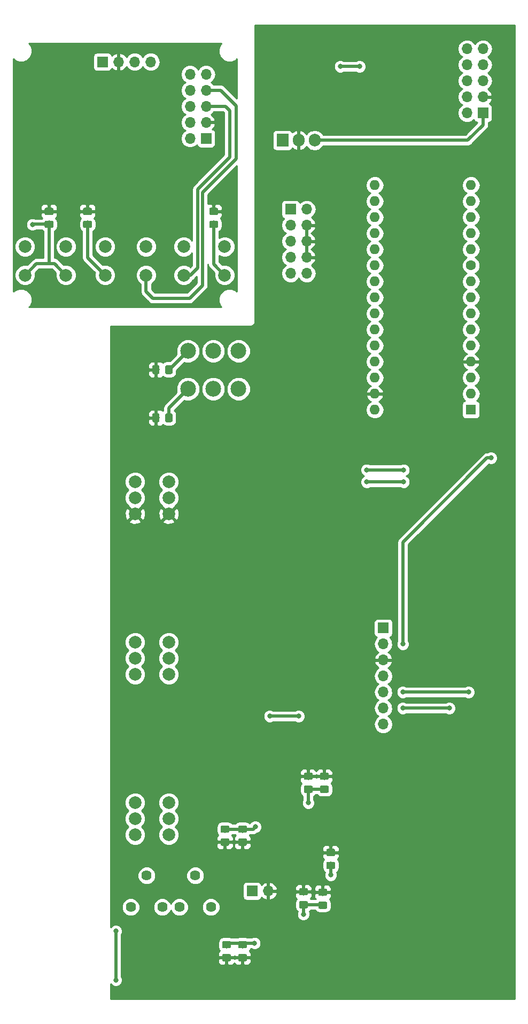
<source format=gbr>
G04 #@! TF.GenerationSoftware,KiCad,Pcbnew,(5.0.0)*
G04 #@! TF.CreationDate,2018-10-20T19:08:45+01:00*
G04 #@! TF.ProjectId,AD9833FunctionGenerator,41443938333346756E6374696F6E4765,rev?*
G04 #@! TF.SameCoordinates,Original*
G04 #@! TF.FileFunction,Copper,L2,Bot,Plane*
G04 #@! TF.FilePolarity,Positive*
%FSLAX46Y46*%
G04 Gerber Fmt 4.6, Leading zero omitted, Abs format (unit mm)*
G04 Created by KiCad (PCBNEW (5.0.0)) date 10/20/18 19:08:45*
%MOMM*%
%LPD*%
G01*
G04 APERTURE LIST*
G04 #@! TA.AperFunction,ComponentPad*
%ADD10C,1.620000*%
G04 #@! TD*
G04 #@! TA.AperFunction,ComponentPad*
%ADD11O,1.600000X1.600000*%
G04 #@! TD*
G04 #@! TA.AperFunction,ComponentPad*
%ADD12C,1.600000*%
G04 #@! TD*
G04 #@! TA.AperFunction,ComponentPad*
%ADD13R,1.600000X1.600000*%
G04 #@! TD*
G04 #@! TA.AperFunction,ComponentPad*
%ADD14C,2.000000*%
G04 #@! TD*
G04 #@! TA.AperFunction,ComponentPad*
%ADD15C,2.500000*%
G04 #@! TD*
G04 #@! TA.AperFunction,ComponentPad*
%ADD16R,1.700000X1.700000*%
G04 #@! TD*
G04 #@! TA.AperFunction,ComponentPad*
%ADD17O,1.700000X1.700000*%
G04 #@! TD*
G04 #@! TA.AperFunction,Conductor*
%ADD18C,0.100000*%
G04 #@! TD*
G04 #@! TA.AperFunction,SMDPad,CuDef*
%ADD19C,1.150000*%
G04 #@! TD*
G04 #@! TA.AperFunction,ComponentPad*
%ADD20R,1.905000X2.000000*%
G04 #@! TD*
G04 #@! TA.AperFunction,ComponentPad*
%ADD21O,1.905000X2.000000*%
G04 #@! TD*
G04 #@! TA.AperFunction,ViaPad*
%ADD22C,0.800000*%
G04 #@! TD*
G04 #@! TA.AperFunction,Conductor*
%ADD23C,0.500000*%
G04 #@! TD*
G04 #@! TA.AperFunction,Conductor*
%ADD24C,0.254000*%
G04 #@! TD*
G04 APERTURE END LIST*
D10*
G04 #@! TO.P,RV_UPOFF1,1*
G04 #@! TO.N,Net-(RV_AMP1-Pad1)*
X83900000Y-207010000D03*
G04 #@! TO.P,RV_UPOFF1,2*
X81400000Y-202010000D03*
G04 #@! TO.P,RV_UPOFF1,3*
G04 #@! TO.N,Net-(RV_UPOFF1-Pad3)*
X78900000Y-207010000D03*
G04 #@! TD*
D11*
G04 #@! TO.P,A1,16*
G04 #@! TO.N,/SCK*
X109855000Y-92710000D03*
G04 #@! TO.P,A1,15*
G04 #@! TO.N,N/C*
X125095000Y-92710000D03*
G04 #@! TO.P,A1,30*
G04 #@! TO.N,/5V*
X109855000Y-128270000D03*
G04 #@! TO.P,A1,14*
G04 #@! TO.N,/MOSI*
X125095000Y-95250000D03*
G04 #@! TO.P,A1,29*
G04 #@! TO.N,/GND*
X109855000Y-125730000D03*
G04 #@! TO.P,A1,13*
G04 #@! TO.N,/DDS_CS*
X125095000Y-97790000D03*
G04 #@! TO.P,A1,28*
G04 #@! TO.N,N/C*
X109855000Y-123190000D03*
G04 #@! TO.P,A1,12*
G04 #@! TO.N,/POT_CS*
X125095000Y-100330000D03*
G04 #@! TO.P,A1,27*
G04 #@! TO.N,N/C*
X109855000Y-120650000D03*
G04 #@! TO.P,A1,11*
X125095000Y-102870000D03*
G04 #@! TO.P,A1,26*
X109855000Y-118110000D03*
D12*
G04 #@! TO.P,A1,10*
X125095000Y-105410000D03*
D11*
G04 #@! TO.P,A1,25*
G04 #@! TO.N,/VEL1*
X109855000Y-115570000D03*
G04 #@! TO.P,A1,9*
G04 #@! TO.N,N/C*
X125095000Y-107950000D03*
G04 #@! TO.P,A1,24*
G04 #@! TO.N,/SCL*
X109855000Y-113030000D03*
G04 #@! TO.P,A1,8*
G04 #@! TO.N,/RANGEBTN*
X125095000Y-110490000D03*
G04 #@! TO.P,A1,23*
G04 #@! TO.N,/SDA*
X109855000Y-110490000D03*
G04 #@! TO.P,A1,7*
G04 #@! TO.N,N/C*
X125095000Y-113030000D03*
G04 #@! TO.P,A1,22*
G04 #@! TO.N,/PHASE1*
X109855000Y-107950000D03*
G04 #@! TO.P,A1,6*
G04 #@! TO.N,/MODEBTN*
X125095000Y-115570000D03*
G04 #@! TO.P,A1,21*
G04 #@! TO.N,N/C*
X109855000Y-105410000D03*
G04 #@! TO.P,A1,5*
G04 #@! TO.N,/WAVEBTN*
X125095000Y-118110000D03*
G04 #@! TO.P,A1,20*
G04 #@! TO.N,/FREQLO*
X109855000Y-102870000D03*
G04 #@! TO.P,A1,4*
G04 #@! TO.N,/GND*
X125095000Y-120650000D03*
G04 #@! TO.P,A1,19*
G04 #@! TO.N,/FREQHI*
X109855000Y-100330000D03*
G04 #@! TO.P,A1,3*
G04 #@! TO.N,N/C*
X125095000Y-123190000D03*
G04 #@! TO.P,A1,18*
G04 #@! TO.N,/AREF*
X109855000Y-97790000D03*
G04 #@! TO.P,A1,2*
G04 #@! TO.N,N/C*
X125095000Y-125730000D03*
G04 #@! TO.P,A1,17*
G04 #@! TO.N,/AREF*
X109855000Y-95250000D03*
D13*
G04 #@! TO.P,A1,1*
G04 #@! TO.N,N/C*
X125095000Y-128270000D03*
G04 #@! TD*
D14*
G04 #@! TO.P,RV_FREQ1,1*
G04 #@! TO.N,/GND*
X71882000Y-144780000D03*
G04 #@! TO.P,RV_FREQ1,2*
G04 #@! TO.N,/FREQLO*
X71882000Y-142240000D03*
G04 #@! TO.P,RV_FREQ1,3*
G04 #@! TO.N,/5V*
X71882000Y-139700000D03*
G04 #@! TO.P,RV_FREQ1,4*
G04 #@! TO.N,/GND*
X77216000Y-144780000D03*
G04 #@! TO.P,RV_FREQ1,5*
G04 #@! TO.N,/FREQHI*
X77216000Y-142240000D03*
G04 #@! TO.P,RV_FREQ1,6*
G04 #@! TO.N,/5V*
X77216000Y-139700000D03*
G04 #@! TD*
D15*
G04 #@! TO.P,SW_PWR1,4*
G04 #@! TO.N,/-12V*
X80264000Y-124968000D03*
G04 #@! TO.P,SW_PWR1,1*
G04 #@! TO.N,/+12V*
X80264000Y-118968000D03*
G04 #@! TO.P,SW_PWR1,5*
G04 #@! TO.N,Net-(J_PWR1-Pad10)*
X84264000Y-124968000D03*
G04 #@! TO.P,SW_PWR1,2*
G04 #@! TO.N,Net-(J_PWR1-Pad2)*
X84264000Y-118968000D03*
G04 #@! TO.P,SW_PWR1,6*
G04 #@! TO.N,N/C*
X88264000Y-124968000D03*
G04 #@! TO.P,SW_PWR1,3*
X88264000Y-118968000D03*
G04 #@! TD*
D16*
G04 #@! TO.P,J_OUT1,1*
G04 #@! TO.N,/OutputSection/SIGOUT*
X90424000Y-204470000D03*
D17*
G04 #@! TO.P,J_OUT1,2*
G04 #@! TO.N,/GND*
X92964000Y-204470000D03*
G04 #@! TD*
D16*
G04 #@! TO.P,J_PWR1,1*
G04 #@! TO.N,N/C*
X96520000Y-96520000D03*
D17*
G04 #@! TO.P,J_PWR1,2*
G04 #@! TO.N,Net-(J_PWR1-Pad2)*
X99060000Y-96520000D03*
G04 #@! TO.P,J_PWR1,3*
G04 #@! TO.N,N/C*
X96520000Y-99060000D03*
G04 #@! TO.P,J_PWR1,4*
G04 #@! TO.N,/GND*
X99060000Y-99060000D03*
G04 #@! TO.P,J_PWR1,5*
G04 #@! TO.N,N/C*
X96520000Y-101600000D03*
G04 #@! TO.P,J_PWR1,6*
G04 #@! TO.N,/GND*
X99060000Y-101600000D03*
G04 #@! TO.P,J_PWR1,7*
G04 #@! TO.N,N/C*
X96520000Y-104140000D03*
G04 #@! TO.P,J_PWR1,8*
G04 #@! TO.N,/GND*
X99060000Y-104140000D03*
G04 #@! TO.P,J_PWR1,9*
G04 #@! TO.N,N/C*
X96520000Y-106680000D03*
G04 #@! TO.P,J_PWR1,10*
G04 #@! TO.N,Net-(J_PWR1-Pad10)*
X99060000Y-106680000D03*
G04 #@! TD*
D18*
G04 #@! TO.N,/AuxiliaryBoard/GND_AUX*
G04 #@! TO.C,R_RANGE1*
G36*
X84802505Y-96281902D02*
X84826773Y-96285502D01*
X84850572Y-96291463D01*
X84873671Y-96299728D01*
X84895850Y-96310218D01*
X84916893Y-96322830D01*
X84936599Y-96337445D01*
X84954777Y-96353921D01*
X84971253Y-96372099D01*
X84985868Y-96391805D01*
X84998480Y-96412848D01*
X85008970Y-96435027D01*
X85017235Y-96458126D01*
X85023196Y-96481925D01*
X85026796Y-96506193D01*
X85028000Y-96530697D01*
X85028000Y-97180699D01*
X85026796Y-97205203D01*
X85023196Y-97229471D01*
X85017235Y-97253270D01*
X85008970Y-97276369D01*
X84998480Y-97298548D01*
X84985868Y-97319591D01*
X84971253Y-97339297D01*
X84954777Y-97357475D01*
X84936599Y-97373951D01*
X84916893Y-97388566D01*
X84895850Y-97401178D01*
X84873671Y-97411668D01*
X84850572Y-97419933D01*
X84826773Y-97425894D01*
X84802505Y-97429494D01*
X84778001Y-97430698D01*
X83877999Y-97430698D01*
X83853495Y-97429494D01*
X83829227Y-97425894D01*
X83805428Y-97419933D01*
X83782329Y-97411668D01*
X83760150Y-97401178D01*
X83739107Y-97388566D01*
X83719401Y-97373951D01*
X83701223Y-97357475D01*
X83684747Y-97339297D01*
X83670132Y-97319591D01*
X83657520Y-97298548D01*
X83647030Y-97276369D01*
X83638765Y-97253270D01*
X83632804Y-97229471D01*
X83629204Y-97205203D01*
X83628000Y-97180699D01*
X83628000Y-96530697D01*
X83629204Y-96506193D01*
X83632804Y-96481925D01*
X83638765Y-96458126D01*
X83647030Y-96435027D01*
X83657520Y-96412848D01*
X83670132Y-96391805D01*
X83684747Y-96372099D01*
X83701223Y-96353921D01*
X83719401Y-96337445D01*
X83739107Y-96322830D01*
X83760150Y-96310218D01*
X83782329Y-96299728D01*
X83805428Y-96291463D01*
X83829227Y-96285502D01*
X83853495Y-96281902D01*
X83877999Y-96280698D01*
X84778001Y-96280698D01*
X84802505Y-96281902D01*
X84802505Y-96281902D01*
G37*
D19*
G04 #@! TD*
G04 #@! TO.P,R_RANGE1,1*
G04 #@! TO.N,/AuxiliaryBoard/GND_AUX*
X84328000Y-96855698D03*
D18*
G04 #@! TO.N,/AuxiliaryBoard/RANGEBTN_AUX*
G04 #@! TO.C,R_RANGE1*
G36*
X84802505Y-98331902D02*
X84826773Y-98335502D01*
X84850572Y-98341463D01*
X84873671Y-98349728D01*
X84895850Y-98360218D01*
X84916893Y-98372830D01*
X84936599Y-98387445D01*
X84954777Y-98403921D01*
X84971253Y-98422099D01*
X84985868Y-98441805D01*
X84998480Y-98462848D01*
X85008970Y-98485027D01*
X85017235Y-98508126D01*
X85023196Y-98531925D01*
X85026796Y-98556193D01*
X85028000Y-98580697D01*
X85028000Y-99230699D01*
X85026796Y-99255203D01*
X85023196Y-99279471D01*
X85017235Y-99303270D01*
X85008970Y-99326369D01*
X84998480Y-99348548D01*
X84985868Y-99369591D01*
X84971253Y-99389297D01*
X84954777Y-99407475D01*
X84936599Y-99423951D01*
X84916893Y-99438566D01*
X84895850Y-99451178D01*
X84873671Y-99461668D01*
X84850572Y-99469933D01*
X84826773Y-99475894D01*
X84802505Y-99479494D01*
X84778001Y-99480698D01*
X83877999Y-99480698D01*
X83853495Y-99479494D01*
X83829227Y-99475894D01*
X83805428Y-99469933D01*
X83782329Y-99461668D01*
X83760150Y-99451178D01*
X83739107Y-99438566D01*
X83719401Y-99423951D01*
X83701223Y-99407475D01*
X83684747Y-99389297D01*
X83670132Y-99369591D01*
X83657520Y-99348548D01*
X83647030Y-99326369D01*
X83638765Y-99303270D01*
X83632804Y-99279471D01*
X83629204Y-99255203D01*
X83628000Y-99230699D01*
X83628000Y-98580697D01*
X83629204Y-98556193D01*
X83632804Y-98531925D01*
X83638765Y-98508126D01*
X83647030Y-98485027D01*
X83657520Y-98462848D01*
X83670132Y-98441805D01*
X83684747Y-98422099D01*
X83701223Y-98403921D01*
X83719401Y-98387445D01*
X83739107Y-98372830D01*
X83760150Y-98360218D01*
X83782329Y-98349728D01*
X83805428Y-98341463D01*
X83829227Y-98335502D01*
X83853495Y-98331902D01*
X83877999Y-98330698D01*
X84778001Y-98330698D01*
X84802505Y-98331902D01*
X84802505Y-98331902D01*
G37*
D19*
G04 #@! TD*
G04 #@! TO.P,R_RANGE1,2*
G04 #@! TO.N,/AuxiliaryBoard/RANGEBTN_AUX*
X84328000Y-98905698D03*
D18*
G04 #@! TO.N,/+12V*
G04 #@! TO.C,C_BUFFBP1*
G36*
X86580505Y-194095681D02*
X86604773Y-194099281D01*
X86628572Y-194105242D01*
X86651671Y-194113507D01*
X86673850Y-194123997D01*
X86694893Y-194136609D01*
X86714599Y-194151224D01*
X86732777Y-194167700D01*
X86749253Y-194185878D01*
X86763868Y-194205584D01*
X86776480Y-194226627D01*
X86786970Y-194248806D01*
X86795235Y-194271905D01*
X86801196Y-194295704D01*
X86804796Y-194319972D01*
X86806000Y-194344476D01*
X86806000Y-194994478D01*
X86804796Y-195018982D01*
X86801196Y-195043250D01*
X86795235Y-195067049D01*
X86786970Y-195090148D01*
X86776480Y-195112327D01*
X86763868Y-195133370D01*
X86749253Y-195153076D01*
X86732777Y-195171254D01*
X86714599Y-195187730D01*
X86694893Y-195202345D01*
X86673850Y-195214957D01*
X86651671Y-195225447D01*
X86628572Y-195233712D01*
X86604773Y-195239673D01*
X86580505Y-195243273D01*
X86556001Y-195244477D01*
X85655999Y-195244477D01*
X85631495Y-195243273D01*
X85607227Y-195239673D01*
X85583428Y-195233712D01*
X85560329Y-195225447D01*
X85538150Y-195214957D01*
X85517107Y-195202345D01*
X85497401Y-195187730D01*
X85479223Y-195171254D01*
X85462747Y-195153076D01*
X85448132Y-195133370D01*
X85435520Y-195112327D01*
X85425030Y-195090148D01*
X85416765Y-195067049D01*
X85410804Y-195043250D01*
X85407204Y-195018982D01*
X85406000Y-194994478D01*
X85406000Y-194344476D01*
X85407204Y-194319972D01*
X85410804Y-194295704D01*
X85416765Y-194271905D01*
X85425030Y-194248806D01*
X85435520Y-194226627D01*
X85448132Y-194205584D01*
X85462747Y-194185878D01*
X85479223Y-194167700D01*
X85497401Y-194151224D01*
X85517107Y-194136609D01*
X85538150Y-194123997D01*
X85560329Y-194113507D01*
X85583428Y-194105242D01*
X85607227Y-194099281D01*
X85631495Y-194095681D01*
X85655999Y-194094477D01*
X86556001Y-194094477D01*
X86580505Y-194095681D01*
X86580505Y-194095681D01*
G37*
D19*
G04 #@! TD*
G04 #@! TO.P,C_BUFFBP1,1*
G04 #@! TO.N,/+12V*
X86106000Y-194669477D03*
D18*
G04 #@! TO.N,/GND*
G04 #@! TO.C,C_BUFFBP1*
G36*
X86580505Y-196145681D02*
X86604773Y-196149281D01*
X86628572Y-196155242D01*
X86651671Y-196163507D01*
X86673850Y-196173997D01*
X86694893Y-196186609D01*
X86714599Y-196201224D01*
X86732777Y-196217700D01*
X86749253Y-196235878D01*
X86763868Y-196255584D01*
X86776480Y-196276627D01*
X86786970Y-196298806D01*
X86795235Y-196321905D01*
X86801196Y-196345704D01*
X86804796Y-196369972D01*
X86806000Y-196394476D01*
X86806000Y-197044478D01*
X86804796Y-197068982D01*
X86801196Y-197093250D01*
X86795235Y-197117049D01*
X86786970Y-197140148D01*
X86776480Y-197162327D01*
X86763868Y-197183370D01*
X86749253Y-197203076D01*
X86732777Y-197221254D01*
X86714599Y-197237730D01*
X86694893Y-197252345D01*
X86673850Y-197264957D01*
X86651671Y-197275447D01*
X86628572Y-197283712D01*
X86604773Y-197289673D01*
X86580505Y-197293273D01*
X86556001Y-197294477D01*
X85655999Y-197294477D01*
X85631495Y-197293273D01*
X85607227Y-197289673D01*
X85583428Y-197283712D01*
X85560329Y-197275447D01*
X85538150Y-197264957D01*
X85517107Y-197252345D01*
X85497401Y-197237730D01*
X85479223Y-197221254D01*
X85462747Y-197203076D01*
X85448132Y-197183370D01*
X85435520Y-197162327D01*
X85425030Y-197140148D01*
X85416765Y-197117049D01*
X85410804Y-197093250D01*
X85407204Y-197068982D01*
X85406000Y-197044478D01*
X85406000Y-196394476D01*
X85407204Y-196369972D01*
X85410804Y-196345704D01*
X85416765Y-196321905D01*
X85425030Y-196298806D01*
X85435520Y-196276627D01*
X85448132Y-196255584D01*
X85462747Y-196235878D01*
X85479223Y-196217700D01*
X85497401Y-196201224D01*
X85517107Y-196186609D01*
X85538150Y-196173997D01*
X85560329Y-196163507D01*
X85583428Y-196155242D01*
X85607227Y-196149281D01*
X85631495Y-196145681D01*
X85655999Y-196144477D01*
X86556001Y-196144477D01*
X86580505Y-196145681D01*
X86580505Y-196145681D01*
G37*
D19*
G04 #@! TD*
G04 #@! TO.P,C_BUFFBP1,2*
G04 #@! TO.N,/GND*
X86106000Y-196719477D03*
D17*
G04 #@! TO.P,J_AD9833,7*
G04 #@! TO.N,/DDS_SIG*
X111194407Y-178061772D03*
G04 #@! TO.P,J_AD9833,6*
G04 #@! TO.N,/DDS_CS*
X111194407Y-175521772D03*
G04 #@! TO.P,J_AD9833,5*
G04 #@! TO.N,/SCK*
X111194407Y-172981772D03*
G04 #@! TO.P,J_AD9833,4*
G04 #@! TO.N,/MOSI*
X111194407Y-170441772D03*
G04 #@! TO.P,J_AD9833,3*
G04 #@! TO.N,/GND*
X111194407Y-167901772D03*
G04 #@! TO.P,J_AD9833,2*
G04 #@! TO.N,/5V*
X111194407Y-165361772D03*
D16*
G04 #@! TO.P,J_AD9833,1*
G04 #@! TO.N,N/C*
X111194407Y-162821772D03*
G04 #@! TD*
G04 #@! TO.P,J_AUX2MAIN2,1*
G04 #@! TO.N,/AuxiliaryBoard/5V_AUX*
X83131681Y-85307698D03*
D17*
G04 #@! TO.P,J_AUX2MAIN2,2*
G04 #@! TO.N,N/C*
X80591681Y-85307698D03*
G04 #@! TO.P,J_AUX2MAIN2,3*
G04 #@! TO.N,/AuxiliaryBoard/GND_AUX*
X83131681Y-82767698D03*
G04 #@! TO.P,J_AUX2MAIN2,4*
G04 #@! TO.N,N/C*
X80591681Y-82767698D03*
G04 #@! TO.P,J_AUX2MAIN2,5*
G04 #@! TO.N,/AuxiliaryBoard/RANGEBTN_AUX*
X83131681Y-80227698D03*
G04 #@! TO.P,J_AUX2MAIN2,6*
G04 #@! TO.N,N/C*
X80591681Y-80227698D03*
G04 #@! TO.P,J_AUX2MAIN2,7*
G04 #@! TO.N,/AuxiliaryBoard/MODEBTN_AUX*
X83131681Y-77687698D03*
G04 #@! TO.P,J_AUX2MAIN2,8*
G04 #@! TO.N,/AuxiliaryBoard/SCL_AUX*
X80591681Y-77687698D03*
G04 #@! TO.P,J_AUX2MAIN2,9*
G04 #@! TO.N,/AuxiliaryBoard/WAVEBTN_AUX*
X83131681Y-75147698D03*
G04 #@! TO.P,J_AUX2MAIN2,10*
G04 #@! TO.N,/AuxiliaryBoard/SDA_AUX*
X80591681Y-75147698D03*
G04 #@! TD*
D16*
G04 #@! TO.P,J_MAIN2AUX1,1*
G04 #@! TO.N,/5V*
X127000000Y-81280000D03*
D17*
G04 #@! TO.P,J_MAIN2AUX1,2*
G04 #@! TO.N,N/C*
X124460000Y-81280000D03*
G04 #@! TO.P,J_MAIN2AUX1,3*
G04 #@! TO.N,/GND*
X127000000Y-78740000D03*
G04 #@! TO.P,J_MAIN2AUX1,4*
G04 #@! TO.N,N/C*
X124460000Y-78740000D03*
G04 #@! TO.P,J_MAIN2AUX1,5*
G04 #@! TO.N,/RANGEBTN*
X127000000Y-76200000D03*
G04 #@! TO.P,J_MAIN2AUX1,6*
G04 #@! TO.N,N/C*
X124460000Y-76200000D03*
G04 #@! TO.P,J_MAIN2AUX1,7*
G04 #@! TO.N,/MODEBTN*
X127000000Y-73660000D03*
G04 #@! TO.P,J_MAIN2AUX1,8*
G04 #@! TO.N,/SCL*
X124460000Y-73660000D03*
G04 #@! TO.P,J_MAIN2AUX1,9*
G04 #@! TO.N,/WAVEBTN*
X127000000Y-71120000D03*
G04 #@! TO.P,J_MAIN2AUX1,10*
G04 #@! TO.N,/SDA*
X124460000Y-71120000D03*
G04 #@! TD*
D16*
G04 #@! TO.P,J_OLEDCONNECTOR1,1*
G04 #@! TO.N,/AuxiliaryBoard/5V_AUX*
X66725646Y-73193447D03*
D17*
G04 #@! TO.P,J_OLEDCONNECTOR1,2*
G04 #@! TO.N,/AuxiliaryBoard/GND_AUX*
X69265646Y-73193447D03*
G04 #@! TO.P,J_OLEDCONNECTOR1,3*
G04 #@! TO.N,/AuxiliaryBoard/SCL_AUX*
X71805646Y-73193447D03*
G04 #@! TO.P,J_OLEDCONNECTOR1,4*
G04 #@! TO.N,/AuxiliaryBoard/SDA_AUX*
X74345646Y-73193447D03*
G04 #@! TD*
D18*
G04 #@! TO.N,/AuxiliaryBoard/MODEBTN_AUX*
G04 #@! TO.C,R_MODE1*
G36*
X64810186Y-98331902D02*
X64834454Y-98335502D01*
X64858253Y-98341463D01*
X64881352Y-98349728D01*
X64903531Y-98360218D01*
X64924574Y-98372830D01*
X64944280Y-98387445D01*
X64962458Y-98403921D01*
X64978934Y-98422099D01*
X64993549Y-98441805D01*
X65006161Y-98462848D01*
X65016651Y-98485027D01*
X65024916Y-98508126D01*
X65030877Y-98531925D01*
X65034477Y-98556193D01*
X65035681Y-98580697D01*
X65035681Y-99230699D01*
X65034477Y-99255203D01*
X65030877Y-99279471D01*
X65024916Y-99303270D01*
X65016651Y-99326369D01*
X65006161Y-99348548D01*
X64993549Y-99369591D01*
X64978934Y-99389297D01*
X64962458Y-99407475D01*
X64944280Y-99423951D01*
X64924574Y-99438566D01*
X64903531Y-99451178D01*
X64881352Y-99461668D01*
X64858253Y-99469933D01*
X64834454Y-99475894D01*
X64810186Y-99479494D01*
X64785682Y-99480698D01*
X63885680Y-99480698D01*
X63861176Y-99479494D01*
X63836908Y-99475894D01*
X63813109Y-99469933D01*
X63790010Y-99461668D01*
X63767831Y-99451178D01*
X63746788Y-99438566D01*
X63727082Y-99423951D01*
X63708904Y-99407475D01*
X63692428Y-99389297D01*
X63677813Y-99369591D01*
X63665201Y-99348548D01*
X63654711Y-99326369D01*
X63646446Y-99303270D01*
X63640485Y-99279471D01*
X63636885Y-99255203D01*
X63635681Y-99230699D01*
X63635681Y-98580697D01*
X63636885Y-98556193D01*
X63640485Y-98531925D01*
X63646446Y-98508126D01*
X63654711Y-98485027D01*
X63665201Y-98462848D01*
X63677813Y-98441805D01*
X63692428Y-98422099D01*
X63708904Y-98403921D01*
X63727082Y-98387445D01*
X63746788Y-98372830D01*
X63767831Y-98360218D01*
X63790010Y-98349728D01*
X63813109Y-98341463D01*
X63836908Y-98335502D01*
X63861176Y-98331902D01*
X63885680Y-98330698D01*
X64785682Y-98330698D01*
X64810186Y-98331902D01*
X64810186Y-98331902D01*
G37*
D19*
G04 #@! TD*
G04 #@! TO.P,R_MODE1,2*
G04 #@! TO.N,/AuxiliaryBoard/MODEBTN_AUX*
X64335681Y-98905698D03*
D18*
G04 #@! TO.N,/AuxiliaryBoard/GND_AUX*
G04 #@! TO.C,R_MODE1*
G36*
X64810186Y-96281902D02*
X64834454Y-96285502D01*
X64858253Y-96291463D01*
X64881352Y-96299728D01*
X64903531Y-96310218D01*
X64924574Y-96322830D01*
X64944280Y-96337445D01*
X64962458Y-96353921D01*
X64978934Y-96372099D01*
X64993549Y-96391805D01*
X65006161Y-96412848D01*
X65016651Y-96435027D01*
X65024916Y-96458126D01*
X65030877Y-96481925D01*
X65034477Y-96506193D01*
X65035681Y-96530697D01*
X65035681Y-97180699D01*
X65034477Y-97205203D01*
X65030877Y-97229471D01*
X65024916Y-97253270D01*
X65016651Y-97276369D01*
X65006161Y-97298548D01*
X64993549Y-97319591D01*
X64978934Y-97339297D01*
X64962458Y-97357475D01*
X64944280Y-97373951D01*
X64924574Y-97388566D01*
X64903531Y-97401178D01*
X64881352Y-97411668D01*
X64858253Y-97419933D01*
X64834454Y-97425894D01*
X64810186Y-97429494D01*
X64785682Y-97430698D01*
X63885680Y-97430698D01*
X63861176Y-97429494D01*
X63836908Y-97425894D01*
X63813109Y-97419933D01*
X63790010Y-97411668D01*
X63767831Y-97401178D01*
X63746788Y-97388566D01*
X63727082Y-97373951D01*
X63708904Y-97357475D01*
X63692428Y-97339297D01*
X63677813Y-97319591D01*
X63665201Y-97298548D01*
X63654711Y-97276369D01*
X63646446Y-97253270D01*
X63640485Y-97229471D01*
X63636885Y-97205203D01*
X63635681Y-97180699D01*
X63635681Y-96530697D01*
X63636885Y-96506193D01*
X63640485Y-96481925D01*
X63646446Y-96458126D01*
X63654711Y-96435027D01*
X63665201Y-96412848D01*
X63677813Y-96391805D01*
X63692428Y-96372099D01*
X63708904Y-96353921D01*
X63727082Y-96337445D01*
X63746788Y-96322830D01*
X63767831Y-96310218D01*
X63790010Y-96299728D01*
X63813109Y-96291463D01*
X63836908Y-96285502D01*
X63861176Y-96281902D01*
X63885680Y-96280698D01*
X64785682Y-96280698D01*
X64810186Y-96281902D01*
X64810186Y-96281902D01*
G37*
D19*
G04 #@! TD*
G04 #@! TO.P,R_MODE1,1*
G04 #@! TO.N,/AuxiliaryBoard/GND_AUX*
X64335681Y-96855698D03*
D14*
G04 #@! TO.P,SW_FUNC1,1*
G04 #@! TO.N,/AuxiliaryBoard/5V_AUX*
X60929681Y-102452698D03*
G04 #@! TO.P,SW_FUNC1,2*
G04 #@! TO.N,/AuxiliaryBoard/WAVEBTN_AUX*
X60929681Y-106952698D03*
G04 #@! TO.P,SW_FUNC1,1*
G04 #@! TO.N,/AuxiliaryBoard/5V_AUX*
X54429681Y-102452698D03*
G04 #@! TO.P,SW_FUNC1,2*
G04 #@! TO.N,/AuxiliaryBoard/WAVEBTN_AUX*
X54429681Y-106952698D03*
G04 #@! TD*
G04 #@! TO.P,SW_MODE1,2*
G04 #@! TO.N,/AuxiliaryBoard/MODEBTN_AUX*
X67129681Y-106952698D03*
G04 #@! TO.P,SW_MODE1,1*
G04 #@! TO.N,/AuxiliaryBoard/5V_AUX*
X67129681Y-102452698D03*
G04 #@! TO.P,SW_MODE1,2*
G04 #@! TO.N,/AuxiliaryBoard/MODEBTN_AUX*
X73629681Y-106952698D03*
G04 #@! TO.P,SW_MODE1,1*
G04 #@! TO.N,/AuxiliaryBoard/5V_AUX*
X73629681Y-102452698D03*
G04 #@! TD*
G04 #@! TO.P,SW_RANGE1,2*
G04 #@! TO.N,/AuxiliaryBoard/RANGEBTN_AUX*
X79575681Y-106952698D03*
G04 #@! TO.P,SW_RANGE1,1*
G04 #@! TO.N,/AuxiliaryBoard/5V_AUX*
X79575681Y-102452698D03*
G04 #@! TO.P,SW_RANGE1,2*
G04 #@! TO.N,/AuxiliaryBoard/RANGEBTN_AUX*
X86075681Y-106952698D03*
G04 #@! TO.P,SW_RANGE1,1*
G04 #@! TO.N,/AuxiliaryBoard/5V_AUX*
X86075681Y-102452698D03*
G04 #@! TD*
D20*
G04 #@! TO.P,U1,1*
G04 #@! TO.N,/+12V*
X95250000Y-85598000D03*
D21*
G04 #@! TO.P,U1,2*
G04 #@! TO.N,/GND*
X97790000Y-85598000D03*
G04 #@! TO.P,U1,3*
G04 #@! TO.N,/5V*
X100330000Y-85598000D03*
G04 #@! TD*
D18*
G04 #@! TO.N,/5V*
G04 #@! TO.C,C_POTBP1*
G36*
X103344505Y-199841204D02*
X103368773Y-199844804D01*
X103392572Y-199850765D01*
X103415671Y-199859030D01*
X103437850Y-199869520D01*
X103458893Y-199882132D01*
X103478599Y-199896747D01*
X103496777Y-199913223D01*
X103513253Y-199931401D01*
X103527868Y-199951107D01*
X103540480Y-199972150D01*
X103550970Y-199994329D01*
X103559235Y-200017428D01*
X103565196Y-200041227D01*
X103568796Y-200065495D01*
X103570000Y-200089999D01*
X103570000Y-200740001D01*
X103568796Y-200764505D01*
X103565196Y-200788773D01*
X103559235Y-200812572D01*
X103550970Y-200835671D01*
X103540480Y-200857850D01*
X103527868Y-200878893D01*
X103513253Y-200898599D01*
X103496777Y-200916777D01*
X103478599Y-200933253D01*
X103458893Y-200947868D01*
X103437850Y-200960480D01*
X103415671Y-200970970D01*
X103392572Y-200979235D01*
X103368773Y-200985196D01*
X103344505Y-200988796D01*
X103320001Y-200990000D01*
X102419999Y-200990000D01*
X102395495Y-200988796D01*
X102371227Y-200985196D01*
X102347428Y-200979235D01*
X102324329Y-200970970D01*
X102302150Y-200960480D01*
X102281107Y-200947868D01*
X102261401Y-200933253D01*
X102243223Y-200916777D01*
X102226747Y-200898599D01*
X102212132Y-200878893D01*
X102199520Y-200857850D01*
X102189030Y-200835671D01*
X102180765Y-200812572D01*
X102174804Y-200788773D01*
X102171204Y-200764505D01*
X102170000Y-200740001D01*
X102170000Y-200089999D01*
X102171204Y-200065495D01*
X102174804Y-200041227D01*
X102180765Y-200017428D01*
X102189030Y-199994329D01*
X102199520Y-199972150D01*
X102212132Y-199951107D01*
X102226747Y-199931401D01*
X102243223Y-199913223D01*
X102261401Y-199896747D01*
X102281107Y-199882132D01*
X102302150Y-199869520D01*
X102324329Y-199859030D01*
X102347428Y-199850765D01*
X102371227Y-199844804D01*
X102395495Y-199841204D01*
X102419999Y-199840000D01*
X103320001Y-199840000D01*
X103344505Y-199841204D01*
X103344505Y-199841204D01*
G37*
D19*
G04 #@! TD*
G04 #@! TO.P,C_POTBP1,1*
G04 #@! TO.N,/5V*
X102870000Y-200415000D03*
D18*
G04 #@! TO.N,/GND*
G04 #@! TO.C,C_POTBP1*
G36*
X103344505Y-197791204D02*
X103368773Y-197794804D01*
X103392572Y-197800765D01*
X103415671Y-197809030D01*
X103437850Y-197819520D01*
X103458893Y-197832132D01*
X103478599Y-197846747D01*
X103496777Y-197863223D01*
X103513253Y-197881401D01*
X103527868Y-197901107D01*
X103540480Y-197922150D01*
X103550970Y-197944329D01*
X103559235Y-197967428D01*
X103565196Y-197991227D01*
X103568796Y-198015495D01*
X103570000Y-198039999D01*
X103570000Y-198690001D01*
X103568796Y-198714505D01*
X103565196Y-198738773D01*
X103559235Y-198762572D01*
X103550970Y-198785671D01*
X103540480Y-198807850D01*
X103527868Y-198828893D01*
X103513253Y-198848599D01*
X103496777Y-198866777D01*
X103478599Y-198883253D01*
X103458893Y-198897868D01*
X103437850Y-198910480D01*
X103415671Y-198920970D01*
X103392572Y-198929235D01*
X103368773Y-198935196D01*
X103344505Y-198938796D01*
X103320001Y-198940000D01*
X102419999Y-198940000D01*
X102395495Y-198938796D01*
X102371227Y-198935196D01*
X102347428Y-198929235D01*
X102324329Y-198920970D01*
X102302150Y-198910480D01*
X102281107Y-198897868D01*
X102261401Y-198883253D01*
X102243223Y-198866777D01*
X102226747Y-198848599D01*
X102212132Y-198828893D01*
X102199520Y-198807850D01*
X102189030Y-198785671D01*
X102180765Y-198762572D01*
X102174804Y-198738773D01*
X102171204Y-198714505D01*
X102170000Y-198690001D01*
X102170000Y-198039999D01*
X102171204Y-198015495D01*
X102174804Y-197991227D01*
X102180765Y-197967428D01*
X102189030Y-197944329D01*
X102199520Y-197922150D01*
X102212132Y-197901107D01*
X102226747Y-197881401D01*
X102243223Y-197863223D01*
X102261401Y-197846747D01*
X102281107Y-197832132D01*
X102302150Y-197819520D01*
X102324329Y-197809030D01*
X102347428Y-197800765D01*
X102371227Y-197794804D01*
X102395495Y-197791204D01*
X102419999Y-197790000D01*
X103320001Y-197790000D01*
X103344505Y-197791204D01*
X103344505Y-197791204D01*
G37*
D19*
G04 #@! TD*
G04 #@! TO.P,C_POTBP1,2*
G04 #@! TO.N,/GND*
X102870000Y-198365000D03*
D18*
G04 #@! TO.N,/GND*
G04 #@! TO.C,C_BUFFBP2*
G36*
X89374505Y-196145681D02*
X89398773Y-196149281D01*
X89422572Y-196155242D01*
X89445671Y-196163507D01*
X89467850Y-196173997D01*
X89488893Y-196186609D01*
X89508599Y-196201224D01*
X89526777Y-196217700D01*
X89543253Y-196235878D01*
X89557868Y-196255584D01*
X89570480Y-196276627D01*
X89580970Y-196298806D01*
X89589235Y-196321905D01*
X89595196Y-196345704D01*
X89598796Y-196369972D01*
X89600000Y-196394476D01*
X89600000Y-197044478D01*
X89598796Y-197068982D01*
X89595196Y-197093250D01*
X89589235Y-197117049D01*
X89580970Y-197140148D01*
X89570480Y-197162327D01*
X89557868Y-197183370D01*
X89543253Y-197203076D01*
X89526777Y-197221254D01*
X89508599Y-197237730D01*
X89488893Y-197252345D01*
X89467850Y-197264957D01*
X89445671Y-197275447D01*
X89422572Y-197283712D01*
X89398773Y-197289673D01*
X89374505Y-197293273D01*
X89350001Y-197294477D01*
X88449999Y-197294477D01*
X88425495Y-197293273D01*
X88401227Y-197289673D01*
X88377428Y-197283712D01*
X88354329Y-197275447D01*
X88332150Y-197264957D01*
X88311107Y-197252345D01*
X88291401Y-197237730D01*
X88273223Y-197221254D01*
X88256747Y-197203076D01*
X88242132Y-197183370D01*
X88229520Y-197162327D01*
X88219030Y-197140148D01*
X88210765Y-197117049D01*
X88204804Y-197093250D01*
X88201204Y-197068982D01*
X88200000Y-197044478D01*
X88200000Y-196394476D01*
X88201204Y-196369972D01*
X88204804Y-196345704D01*
X88210765Y-196321905D01*
X88219030Y-196298806D01*
X88229520Y-196276627D01*
X88242132Y-196255584D01*
X88256747Y-196235878D01*
X88273223Y-196217700D01*
X88291401Y-196201224D01*
X88311107Y-196186609D01*
X88332150Y-196173997D01*
X88354329Y-196163507D01*
X88377428Y-196155242D01*
X88401227Y-196149281D01*
X88425495Y-196145681D01*
X88449999Y-196144477D01*
X89350001Y-196144477D01*
X89374505Y-196145681D01*
X89374505Y-196145681D01*
G37*
D19*
G04 #@! TD*
G04 #@! TO.P,C_BUFFBP2,2*
G04 #@! TO.N,/GND*
X88900000Y-196719477D03*
D18*
G04 #@! TO.N,/+12V*
G04 #@! TO.C,C_BUFFBP2*
G36*
X89374505Y-194095681D02*
X89398773Y-194099281D01*
X89422572Y-194105242D01*
X89445671Y-194113507D01*
X89467850Y-194123997D01*
X89488893Y-194136609D01*
X89508599Y-194151224D01*
X89526777Y-194167700D01*
X89543253Y-194185878D01*
X89557868Y-194205584D01*
X89570480Y-194226627D01*
X89580970Y-194248806D01*
X89589235Y-194271905D01*
X89595196Y-194295704D01*
X89598796Y-194319972D01*
X89600000Y-194344476D01*
X89600000Y-194994478D01*
X89598796Y-195018982D01*
X89595196Y-195043250D01*
X89589235Y-195067049D01*
X89580970Y-195090148D01*
X89570480Y-195112327D01*
X89557868Y-195133370D01*
X89543253Y-195153076D01*
X89526777Y-195171254D01*
X89508599Y-195187730D01*
X89488893Y-195202345D01*
X89467850Y-195214957D01*
X89445671Y-195225447D01*
X89422572Y-195233712D01*
X89398773Y-195239673D01*
X89374505Y-195243273D01*
X89350001Y-195244477D01*
X88449999Y-195244477D01*
X88425495Y-195243273D01*
X88401227Y-195239673D01*
X88377428Y-195233712D01*
X88354329Y-195225447D01*
X88332150Y-195214957D01*
X88311107Y-195202345D01*
X88291401Y-195187730D01*
X88273223Y-195171254D01*
X88256747Y-195153076D01*
X88242132Y-195133370D01*
X88229520Y-195112327D01*
X88219030Y-195090148D01*
X88210765Y-195067049D01*
X88204804Y-195043250D01*
X88201204Y-195018982D01*
X88200000Y-194994478D01*
X88200000Y-194344476D01*
X88201204Y-194319972D01*
X88204804Y-194295704D01*
X88210765Y-194271905D01*
X88219030Y-194248806D01*
X88229520Y-194226627D01*
X88242132Y-194205584D01*
X88256747Y-194185878D01*
X88273223Y-194167700D01*
X88291401Y-194151224D01*
X88311107Y-194136609D01*
X88332150Y-194123997D01*
X88354329Y-194113507D01*
X88377428Y-194105242D01*
X88401227Y-194099281D01*
X88425495Y-194095681D01*
X88449999Y-194094477D01*
X89350001Y-194094477D01*
X89374505Y-194095681D01*
X89374505Y-194095681D01*
G37*
D19*
G04 #@! TD*
G04 #@! TO.P,C_BUFFBP2,1*
G04 #@! TO.N,/+12V*
X88900000Y-194669477D03*
D18*
G04 #@! TO.N,/-12V*
G04 #@! TO.C,C_BUFFBP3*
G36*
X99788505Y-187776204D02*
X99812773Y-187779804D01*
X99836572Y-187785765D01*
X99859671Y-187794030D01*
X99881850Y-187804520D01*
X99902893Y-187817132D01*
X99922599Y-187831747D01*
X99940777Y-187848223D01*
X99957253Y-187866401D01*
X99971868Y-187886107D01*
X99984480Y-187907150D01*
X99994970Y-187929329D01*
X100003235Y-187952428D01*
X100009196Y-187976227D01*
X100012796Y-188000495D01*
X100014000Y-188024999D01*
X100014000Y-188675001D01*
X100012796Y-188699505D01*
X100009196Y-188723773D01*
X100003235Y-188747572D01*
X99994970Y-188770671D01*
X99984480Y-188792850D01*
X99971868Y-188813893D01*
X99957253Y-188833599D01*
X99940777Y-188851777D01*
X99922599Y-188868253D01*
X99902893Y-188882868D01*
X99881850Y-188895480D01*
X99859671Y-188905970D01*
X99836572Y-188914235D01*
X99812773Y-188920196D01*
X99788505Y-188923796D01*
X99764001Y-188925000D01*
X98863999Y-188925000D01*
X98839495Y-188923796D01*
X98815227Y-188920196D01*
X98791428Y-188914235D01*
X98768329Y-188905970D01*
X98746150Y-188895480D01*
X98725107Y-188882868D01*
X98705401Y-188868253D01*
X98687223Y-188851777D01*
X98670747Y-188833599D01*
X98656132Y-188813893D01*
X98643520Y-188792850D01*
X98633030Y-188770671D01*
X98624765Y-188747572D01*
X98618804Y-188723773D01*
X98615204Y-188699505D01*
X98614000Y-188675001D01*
X98614000Y-188024999D01*
X98615204Y-188000495D01*
X98618804Y-187976227D01*
X98624765Y-187952428D01*
X98633030Y-187929329D01*
X98643520Y-187907150D01*
X98656132Y-187886107D01*
X98670747Y-187866401D01*
X98687223Y-187848223D01*
X98705401Y-187831747D01*
X98725107Y-187817132D01*
X98746150Y-187804520D01*
X98768329Y-187794030D01*
X98791428Y-187785765D01*
X98815227Y-187779804D01*
X98839495Y-187776204D01*
X98863999Y-187775000D01*
X99764001Y-187775000D01*
X99788505Y-187776204D01*
X99788505Y-187776204D01*
G37*
D19*
G04 #@! TD*
G04 #@! TO.P,C_BUFFBP3,1*
G04 #@! TO.N,/-12V*
X99314000Y-188350000D03*
D18*
G04 #@! TO.N,/GND*
G04 #@! TO.C,C_BUFFBP3*
G36*
X99788505Y-185726204D02*
X99812773Y-185729804D01*
X99836572Y-185735765D01*
X99859671Y-185744030D01*
X99881850Y-185754520D01*
X99902893Y-185767132D01*
X99922599Y-185781747D01*
X99940777Y-185798223D01*
X99957253Y-185816401D01*
X99971868Y-185836107D01*
X99984480Y-185857150D01*
X99994970Y-185879329D01*
X100003235Y-185902428D01*
X100009196Y-185926227D01*
X100012796Y-185950495D01*
X100014000Y-185974999D01*
X100014000Y-186625001D01*
X100012796Y-186649505D01*
X100009196Y-186673773D01*
X100003235Y-186697572D01*
X99994970Y-186720671D01*
X99984480Y-186742850D01*
X99971868Y-186763893D01*
X99957253Y-186783599D01*
X99940777Y-186801777D01*
X99922599Y-186818253D01*
X99902893Y-186832868D01*
X99881850Y-186845480D01*
X99859671Y-186855970D01*
X99836572Y-186864235D01*
X99812773Y-186870196D01*
X99788505Y-186873796D01*
X99764001Y-186875000D01*
X98863999Y-186875000D01*
X98839495Y-186873796D01*
X98815227Y-186870196D01*
X98791428Y-186864235D01*
X98768329Y-186855970D01*
X98746150Y-186845480D01*
X98725107Y-186832868D01*
X98705401Y-186818253D01*
X98687223Y-186801777D01*
X98670747Y-186783599D01*
X98656132Y-186763893D01*
X98643520Y-186742850D01*
X98633030Y-186720671D01*
X98624765Y-186697572D01*
X98618804Y-186673773D01*
X98615204Y-186649505D01*
X98614000Y-186625001D01*
X98614000Y-185974999D01*
X98615204Y-185950495D01*
X98618804Y-185926227D01*
X98624765Y-185902428D01*
X98633030Y-185879329D01*
X98643520Y-185857150D01*
X98656132Y-185836107D01*
X98670747Y-185816401D01*
X98687223Y-185798223D01*
X98705401Y-185781747D01*
X98725107Y-185767132D01*
X98746150Y-185754520D01*
X98768329Y-185744030D01*
X98791428Y-185735765D01*
X98815227Y-185729804D01*
X98839495Y-185726204D01*
X98863999Y-185725000D01*
X99764001Y-185725000D01*
X99788505Y-185726204D01*
X99788505Y-185726204D01*
G37*
D19*
G04 #@! TD*
G04 #@! TO.P,C_BUFFBP3,2*
G04 #@! TO.N,/GND*
X99314000Y-186300000D03*
D18*
G04 #@! TO.N,/GND*
G04 #@! TO.C,C_BUFFBP4*
G36*
X102328505Y-185726204D02*
X102352773Y-185729804D01*
X102376572Y-185735765D01*
X102399671Y-185744030D01*
X102421850Y-185754520D01*
X102442893Y-185767132D01*
X102462599Y-185781747D01*
X102480777Y-185798223D01*
X102497253Y-185816401D01*
X102511868Y-185836107D01*
X102524480Y-185857150D01*
X102534970Y-185879329D01*
X102543235Y-185902428D01*
X102549196Y-185926227D01*
X102552796Y-185950495D01*
X102554000Y-185974999D01*
X102554000Y-186625001D01*
X102552796Y-186649505D01*
X102549196Y-186673773D01*
X102543235Y-186697572D01*
X102534970Y-186720671D01*
X102524480Y-186742850D01*
X102511868Y-186763893D01*
X102497253Y-186783599D01*
X102480777Y-186801777D01*
X102462599Y-186818253D01*
X102442893Y-186832868D01*
X102421850Y-186845480D01*
X102399671Y-186855970D01*
X102376572Y-186864235D01*
X102352773Y-186870196D01*
X102328505Y-186873796D01*
X102304001Y-186875000D01*
X101403999Y-186875000D01*
X101379495Y-186873796D01*
X101355227Y-186870196D01*
X101331428Y-186864235D01*
X101308329Y-186855970D01*
X101286150Y-186845480D01*
X101265107Y-186832868D01*
X101245401Y-186818253D01*
X101227223Y-186801777D01*
X101210747Y-186783599D01*
X101196132Y-186763893D01*
X101183520Y-186742850D01*
X101173030Y-186720671D01*
X101164765Y-186697572D01*
X101158804Y-186673773D01*
X101155204Y-186649505D01*
X101154000Y-186625001D01*
X101154000Y-185974999D01*
X101155204Y-185950495D01*
X101158804Y-185926227D01*
X101164765Y-185902428D01*
X101173030Y-185879329D01*
X101183520Y-185857150D01*
X101196132Y-185836107D01*
X101210747Y-185816401D01*
X101227223Y-185798223D01*
X101245401Y-185781747D01*
X101265107Y-185767132D01*
X101286150Y-185754520D01*
X101308329Y-185744030D01*
X101331428Y-185735765D01*
X101355227Y-185729804D01*
X101379495Y-185726204D01*
X101403999Y-185725000D01*
X102304001Y-185725000D01*
X102328505Y-185726204D01*
X102328505Y-185726204D01*
G37*
D19*
G04 #@! TD*
G04 #@! TO.P,C_BUFFBP4,2*
G04 #@! TO.N,/GND*
X101854000Y-186300000D03*
D18*
G04 #@! TO.N,/-12V*
G04 #@! TO.C,C_BUFFBP4*
G36*
X102328505Y-187776204D02*
X102352773Y-187779804D01*
X102376572Y-187785765D01*
X102399671Y-187794030D01*
X102421850Y-187804520D01*
X102442893Y-187817132D01*
X102462599Y-187831747D01*
X102480777Y-187848223D01*
X102497253Y-187866401D01*
X102511868Y-187886107D01*
X102524480Y-187907150D01*
X102534970Y-187929329D01*
X102543235Y-187952428D01*
X102549196Y-187976227D01*
X102552796Y-188000495D01*
X102554000Y-188024999D01*
X102554000Y-188675001D01*
X102552796Y-188699505D01*
X102549196Y-188723773D01*
X102543235Y-188747572D01*
X102534970Y-188770671D01*
X102524480Y-188792850D01*
X102511868Y-188813893D01*
X102497253Y-188833599D01*
X102480777Y-188851777D01*
X102462599Y-188868253D01*
X102442893Y-188882868D01*
X102421850Y-188895480D01*
X102399671Y-188905970D01*
X102376572Y-188914235D01*
X102352773Y-188920196D01*
X102328505Y-188923796D01*
X102304001Y-188925000D01*
X101403999Y-188925000D01*
X101379495Y-188923796D01*
X101355227Y-188920196D01*
X101331428Y-188914235D01*
X101308329Y-188905970D01*
X101286150Y-188895480D01*
X101265107Y-188882868D01*
X101245401Y-188868253D01*
X101227223Y-188851777D01*
X101210747Y-188833599D01*
X101196132Y-188813893D01*
X101183520Y-188792850D01*
X101173030Y-188770671D01*
X101164765Y-188747572D01*
X101158804Y-188723773D01*
X101155204Y-188699505D01*
X101154000Y-188675001D01*
X101154000Y-188024999D01*
X101155204Y-188000495D01*
X101158804Y-187976227D01*
X101164765Y-187952428D01*
X101173030Y-187929329D01*
X101183520Y-187907150D01*
X101196132Y-187886107D01*
X101210747Y-187866401D01*
X101227223Y-187848223D01*
X101245401Y-187831747D01*
X101265107Y-187817132D01*
X101286150Y-187804520D01*
X101308329Y-187794030D01*
X101331428Y-187785765D01*
X101355227Y-187779804D01*
X101379495Y-187776204D01*
X101403999Y-187775000D01*
X102304001Y-187775000D01*
X102328505Y-187776204D01*
X102328505Y-187776204D01*
G37*
D19*
G04 #@! TD*
G04 #@! TO.P,C_BUFFBP4,1*
G04 #@! TO.N,/-12V*
X101854000Y-188350000D03*
D18*
G04 #@! TO.N,/+12V*
G04 #@! TO.C,C_MIXBP1*
G36*
X86834505Y-212396204D02*
X86858773Y-212399804D01*
X86882572Y-212405765D01*
X86905671Y-212414030D01*
X86927850Y-212424520D01*
X86948893Y-212437132D01*
X86968599Y-212451747D01*
X86986777Y-212468223D01*
X87003253Y-212486401D01*
X87017868Y-212506107D01*
X87030480Y-212527150D01*
X87040970Y-212549329D01*
X87049235Y-212572428D01*
X87055196Y-212596227D01*
X87058796Y-212620495D01*
X87060000Y-212644999D01*
X87060000Y-213295001D01*
X87058796Y-213319505D01*
X87055196Y-213343773D01*
X87049235Y-213367572D01*
X87040970Y-213390671D01*
X87030480Y-213412850D01*
X87017868Y-213433893D01*
X87003253Y-213453599D01*
X86986777Y-213471777D01*
X86968599Y-213488253D01*
X86948893Y-213502868D01*
X86927850Y-213515480D01*
X86905671Y-213525970D01*
X86882572Y-213534235D01*
X86858773Y-213540196D01*
X86834505Y-213543796D01*
X86810001Y-213545000D01*
X85909999Y-213545000D01*
X85885495Y-213543796D01*
X85861227Y-213540196D01*
X85837428Y-213534235D01*
X85814329Y-213525970D01*
X85792150Y-213515480D01*
X85771107Y-213502868D01*
X85751401Y-213488253D01*
X85733223Y-213471777D01*
X85716747Y-213453599D01*
X85702132Y-213433893D01*
X85689520Y-213412850D01*
X85679030Y-213390671D01*
X85670765Y-213367572D01*
X85664804Y-213343773D01*
X85661204Y-213319505D01*
X85660000Y-213295001D01*
X85660000Y-212644999D01*
X85661204Y-212620495D01*
X85664804Y-212596227D01*
X85670765Y-212572428D01*
X85679030Y-212549329D01*
X85689520Y-212527150D01*
X85702132Y-212506107D01*
X85716747Y-212486401D01*
X85733223Y-212468223D01*
X85751401Y-212451747D01*
X85771107Y-212437132D01*
X85792150Y-212424520D01*
X85814329Y-212414030D01*
X85837428Y-212405765D01*
X85861227Y-212399804D01*
X85885495Y-212396204D01*
X85909999Y-212395000D01*
X86810001Y-212395000D01*
X86834505Y-212396204D01*
X86834505Y-212396204D01*
G37*
D19*
G04 #@! TD*
G04 #@! TO.P,C_MIXBP1,1*
G04 #@! TO.N,/+12V*
X86360000Y-212970000D03*
D18*
G04 #@! TO.N,/GND*
G04 #@! TO.C,C_MIXBP1*
G36*
X86834505Y-214446204D02*
X86858773Y-214449804D01*
X86882572Y-214455765D01*
X86905671Y-214464030D01*
X86927850Y-214474520D01*
X86948893Y-214487132D01*
X86968599Y-214501747D01*
X86986777Y-214518223D01*
X87003253Y-214536401D01*
X87017868Y-214556107D01*
X87030480Y-214577150D01*
X87040970Y-214599329D01*
X87049235Y-214622428D01*
X87055196Y-214646227D01*
X87058796Y-214670495D01*
X87060000Y-214694999D01*
X87060000Y-215345001D01*
X87058796Y-215369505D01*
X87055196Y-215393773D01*
X87049235Y-215417572D01*
X87040970Y-215440671D01*
X87030480Y-215462850D01*
X87017868Y-215483893D01*
X87003253Y-215503599D01*
X86986777Y-215521777D01*
X86968599Y-215538253D01*
X86948893Y-215552868D01*
X86927850Y-215565480D01*
X86905671Y-215575970D01*
X86882572Y-215584235D01*
X86858773Y-215590196D01*
X86834505Y-215593796D01*
X86810001Y-215595000D01*
X85909999Y-215595000D01*
X85885495Y-215593796D01*
X85861227Y-215590196D01*
X85837428Y-215584235D01*
X85814329Y-215575970D01*
X85792150Y-215565480D01*
X85771107Y-215552868D01*
X85751401Y-215538253D01*
X85733223Y-215521777D01*
X85716747Y-215503599D01*
X85702132Y-215483893D01*
X85689520Y-215462850D01*
X85679030Y-215440671D01*
X85670765Y-215417572D01*
X85664804Y-215393773D01*
X85661204Y-215369505D01*
X85660000Y-215345001D01*
X85660000Y-214694999D01*
X85661204Y-214670495D01*
X85664804Y-214646227D01*
X85670765Y-214622428D01*
X85679030Y-214599329D01*
X85689520Y-214577150D01*
X85702132Y-214556107D01*
X85716747Y-214536401D01*
X85733223Y-214518223D01*
X85751401Y-214501747D01*
X85771107Y-214487132D01*
X85792150Y-214474520D01*
X85814329Y-214464030D01*
X85837428Y-214455765D01*
X85861227Y-214449804D01*
X85885495Y-214446204D01*
X85909999Y-214445000D01*
X86810001Y-214445000D01*
X86834505Y-214446204D01*
X86834505Y-214446204D01*
G37*
D19*
G04 #@! TD*
G04 #@! TO.P,C_MIXBP1,2*
G04 #@! TO.N,/GND*
X86360000Y-215020000D03*
D18*
G04 #@! TO.N,/+12V*
G04 #@! TO.C,C_MIXBP2*
G36*
X89374505Y-212396204D02*
X89398773Y-212399804D01*
X89422572Y-212405765D01*
X89445671Y-212414030D01*
X89467850Y-212424520D01*
X89488893Y-212437132D01*
X89508599Y-212451747D01*
X89526777Y-212468223D01*
X89543253Y-212486401D01*
X89557868Y-212506107D01*
X89570480Y-212527150D01*
X89580970Y-212549329D01*
X89589235Y-212572428D01*
X89595196Y-212596227D01*
X89598796Y-212620495D01*
X89600000Y-212644999D01*
X89600000Y-213295001D01*
X89598796Y-213319505D01*
X89595196Y-213343773D01*
X89589235Y-213367572D01*
X89580970Y-213390671D01*
X89570480Y-213412850D01*
X89557868Y-213433893D01*
X89543253Y-213453599D01*
X89526777Y-213471777D01*
X89508599Y-213488253D01*
X89488893Y-213502868D01*
X89467850Y-213515480D01*
X89445671Y-213525970D01*
X89422572Y-213534235D01*
X89398773Y-213540196D01*
X89374505Y-213543796D01*
X89350001Y-213545000D01*
X88449999Y-213545000D01*
X88425495Y-213543796D01*
X88401227Y-213540196D01*
X88377428Y-213534235D01*
X88354329Y-213525970D01*
X88332150Y-213515480D01*
X88311107Y-213502868D01*
X88291401Y-213488253D01*
X88273223Y-213471777D01*
X88256747Y-213453599D01*
X88242132Y-213433893D01*
X88229520Y-213412850D01*
X88219030Y-213390671D01*
X88210765Y-213367572D01*
X88204804Y-213343773D01*
X88201204Y-213319505D01*
X88200000Y-213295001D01*
X88200000Y-212644999D01*
X88201204Y-212620495D01*
X88204804Y-212596227D01*
X88210765Y-212572428D01*
X88219030Y-212549329D01*
X88229520Y-212527150D01*
X88242132Y-212506107D01*
X88256747Y-212486401D01*
X88273223Y-212468223D01*
X88291401Y-212451747D01*
X88311107Y-212437132D01*
X88332150Y-212424520D01*
X88354329Y-212414030D01*
X88377428Y-212405765D01*
X88401227Y-212399804D01*
X88425495Y-212396204D01*
X88449999Y-212395000D01*
X89350001Y-212395000D01*
X89374505Y-212396204D01*
X89374505Y-212396204D01*
G37*
D19*
G04 #@! TD*
G04 #@! TO.P,C_MIXBP2,1*
G04 #@! TO.N,/+12V*
X88900000Y-212970000D03*
D18*
G04 #@! TO.N,/GND*
G04 #@! TO.C,C_MIXBP2*
G36*
X89374505Y-214446204D02*
X89398773Y-214449804D01*
X89422572Y-214455765D01*
X89445671Y-214464030D01*
X89467850Y-214474520D01*
X89488893Y-214487132D01*
X89508599Y-214501747D01*
X89526777Y-214518223D01*
X89543253Y-214536401D01*
X89557868Y-214556107D01*
X89570480Y-214577150D01*
X89580970Y-214599329D01*
X89589235Y-214622428D01*
X89595196Y-214646227D01*
X89598796Y-214670495D01*
X89600000Y-214694999D01*
X89600000Y-215345001D01*
X89598796Y-215369505D01*
X89595196Y-215393773D01*
X89589235Y-215417572D01*
X89580970Y-215440671D01*
X89570480Y-215462850D01*
X89557868Y-215483893D01*
X89543253Y-215503599D01*
X89526777Y-215521777D01*
X89508599Y-215538253D01*
X89488893Y-215552868D01*
X89467850Y-215565480D01*
X89445671Y-215575970D01*
X89422572Y-215584235D01*
X89398773Y-215590196D01*
X89374505Y-215593796D01*
X89350001Y-215595000D01*
X88449999Y-215595000D01*
X88425495Y-215593796D01*
X88401227Y-215590196D01*
X88377428Y-215584235D01*
X88354329Y-215575970D01*
X88332150Y-215565480D01*
X88311107Y-215552868D01*
X88291401Y-215538253D01*
X88273223Y-215521777D01*
X88256747Y-215503599D01*
X88242132Y-215483893D01*
X88229520Y-215462850D01*
X88219030Y-215440671D01*
X88210765Y-215417572D01*
X88204804Y-215393773D01*
X88201204Y-215369505D01*
X88200000Y-215345001D01*
X88200000Y-214694999D01*
X88201204Y-214670495D01*
X88204804Y-214646227D01*
X88210765Y-214622428D01*
X88219030Y-214599329D01*
X88229520Y-214577150D01*
X88242132Y-214556107D01*
X88256747Y-214536401D01*
X88273223Y-214518223D01*
X88291401Y-214501747D01*
X88311107Y-214487132D01*
X88332150Y-214474520D01*
X88354329Y-214464030D01*
X88377428Y-214455765D01*
X88401227Y-214449804D01*
X88425495Y-214446204D01*
X88449999Y-214445000D01*
X89350001Y-214445000D01*
X89374505Y-214446204D01*
X89374505Y-214446204D01*
G37*
D19*
G04 #@! TD*
G04 #@! TO.P,C_MIXBP2,2*
G04 #@! TO.N,/GND*
X88900000Y-215020000D03*
D18*
G04 #@! TO.N,/GND*
G04 #@! TO.C,C_MIXBP3*
G36*
X99026505Y-204014204D02*
X99050773Y-204017804D01*
X99074572Y-204023765D01*
X99097671Y-204032030D01*
X99119850Y-204042520D01*
X99140893Y-204055132D01*
X99160599Y-204069747D01*
X99178777Y-204086223D01*
X99195253Y-204104401D01*
X99209868Y-204124107D01*
X99222480Y-204145150D01*
X99232970Y-204167329D01*
X99241235Y-204190428D01*
X99247196Y-204214227D01*
X99250796Y-204238495D01*
X99252000Y-204262999D01*
X99252000Y-204913001D01*
X99250796Y-204937505D01*
X99247196Y-204961773D01*
X99241235Y-204985572D01*
X99232970Y-205008671D01*
X99222480Y-205030850D01*
X99209868Y-205051893D01*
X99195253Y-205071599D01*
X99178777Y-205089777D01*
X99160599Y-205106253D01*
X99140893Y-205120868D01*
X99119850Y-205133480D01*
X99097671Y-205143970D01*
X99074572Y-205152235D01*
X99050773Y-205158196D01*
X99026505Y-205161796D01*
X99002001Y-205163000D01*
X98101999Y-205163000D01*
X98077495Y-205161796D01*
X98053227Y-205158196D01*
X98029428Y-205152235D01*
X98006329Y-205143970D01*
X97984150Y-205133480D01*
X97963107Y-205120868D01*
X97943401Y-205106253D01*
X97925223Y-205089777D01*
X97908747Y-205071599D01*
X97894132Y-205051893D01*
X97881520Y-205030850D01*
X97871030Y-205008671D01*
X97862765Y-204985572D01*
X97856804Y-204961773D01*
X97853204Y-204937505D01*
X97852000Y-204913001D01*
X97852000Y-204262999D01*
X97853204Y-204238495D01*
X97856804Y-204214227D01*
X97862765Y-204190428D01*
X97871030Y-204167329D01*
X97881520Y-204145150D01*
X97894132Y-204124107D01*
X97908747Y-204104401D01*
X97925223Y-204086223D01*
X97943401Y-204069747D01*
X97963107Y-204055132D01*
X97984150Y-204042520D01*
X98006329Y-204032030D01*
X98029428Y-204023765D01*
X98053227Y-204017804D01*
X98077495Y-204014204D01*
X98101999Y-204013000D01*
X99002001Y-204013000D01*
X99026505Y-204014204D01*
X99026505Y-204014204D01*
G37*
D19*
G04 #@! TD*
G04 #@! TO.P,C_MIXBP3,2*
G04 #@! TO.N,/GND*
X98552000Y-204588000D03*
D18*
G04 #@! TO.N,/-12V*
G04 #@! TO.C,C_MIXBP3*
G36*
X99026505Y-206064204D02*
X99050773Y-206067804D01*
X99074572Y-206073765D01*
X99097671Y-206082030D01*
X99119850Y-206092520D01*
X99140893Y-206105132D01*
X99160599Y-206119747D01*
X99178777Y-206136223D01*
X99195253Y-206154401D01*
X99209868Y-206174107D01*
X99222480Y-206195150D01*
X99232970Y-206217329D01*
X99241235Y-206240428D01*
X99247196Y-206264227D01*
X99250796Y-206288495D01*
X99252000Y-206312999D01*
X99252000Y-206963001D01*
X99250796Y-206987505D01*
X99247196Y-207011773D01*
X99241235Y-207035572D01*
X99232970Y-207058671D01*
X99222480Y-207080850D01*
X99209868Y-207101893D01*
X99195253Y-207121599D01*
X99178777Y-207139777D01*
X99160599Y-207156253D01*
X99140893Y-207170868D01*
X99119850Y-207183480D01*
X99097671Y-207193970D01*
X99074572Y-207202235D01*
X99050773Y-207208196D01*
X99026505Y-207211796D01*
X99002001Y-207213000D01*
X98101999Y-207213000D01*
X98077495Y-207211796D01*
X98053227Y-207208196D01*
X98029428Y-207202235D01*
X98006329Y-207193970D01*
X97984150Y-207183480D01*
X97963107Y-207170868D01*
X97943401Y-207156253D01*
X97925223Y-207139777D01*
X97908747Y-207121599D01*
X97894132Y-207101893D01*
X97881520Y-207080850D01*
X97871030Y-207058671D01*
X97862765Y-207035572D01*
X97856804Y-207011773D01*
X97853204Y-206987505D01*
X97852000Y-206963001D01*
X97852000Y-206312999D01*
X97853204Y-206288495D01*
X97856804Y-206264227D01*
X97862765Y-206240428D01*
X97871030Y-206217329D01*
X97881520Y-206195150D01*
X97894132Y-206174107D01*
X97908747Y-206154401D01*
X97925223Y-206136223D01*
X97943401Y-206119747D01*
X97963107Y-206105132D01*
X97984150Y-206092520D01*
X98006329Y-206082030D01*
X98029428Y-206073765D01*
X98053227Y-206067804D01*
X98077495Y-206064204D01*
X98101999Y-206063000D01*
X99002001Y-206063000D01*
X99026505Y-206064204D01*
X99026505Y-206064204D01*
G37*
D19*
G04 #@! TD*
G04 #@! TO.P,C_MIXBP3,1*
G04 #@! TO.N,/-12V*
X98552000Y-206638000D03*
D18*
G04 #@! TO.N,/GND*
G04 #@! TO.C,C_MIXBP4*
G36*
X102074505Y-204090822D02*
X102098773Y-204094422D01*
X102122572Y-204100383D01*
X102145671Y-204108648D01*
X102167850Y-204119138D01*
X102188893Y-204131750D01*
X102208599Y-204146365D01*
X102226777Y-204162841D01*
X102243253Y-204181019D01*
X102257868Y-204200725D01*
X102270480Y-204221768D01*
X102280970Y-204243947D01*
X102289235Y-204267046D01*
X102295196Y-204290845D01*
X102298796Y-204315113D01*
X102300000Y-204339617D01*
X102300000Y-204989619D01*
X102298796Y-205014123D01*
X102295196Y-205038391D01*
X102289235Y-205062190D01*
X102280970Y-205085289D01*
X102270480Y-205107468D01*
X102257868Y-205128511D01*
X102243253Y-205148217D01*
X102226777Y-205166395D01*
X102208599Y-205182871D01*
X102188893Y-205197486D01*
X102167850Y-205210098D01*
X102145671Y-205220588D01*
X102122572Y-205228853D01*
X102098773Y-205234814D01*
X102074505Y-205238414D01*
X102050001Y-205239618D01*
X101149999Y-205239618D01*
X101125495Y-205238414D01*
X101101227Y-205234814D01*
X101077428Y-205228853D01*
X101054329Y-205220588D01*
X101032150Y-205210098D01*
X101011107Y-205197486D01*
X100991401Y-205182871D01*
X100973223Y-205166395D01*
X100956747Y-205148217D01*
X100942132Y-205128511D01*
X100929520Y-205107468D01*
X100919030Y-205085289D01*
X100910765Y-205062190D01*
X100904804Y-205038391D01*
X100901204Y-205014123D01*
X100900000Y-204989619D01*
X100900000Y-204339617D01*
X100901204Y-204315113D01*
X100904804Y-204290845D01*
X100910765Y-204267046D01*
X100919030Y-204243947D01*
X100929520Y-204221768D01*
X100942132Y-204200725D01*
X100956747Y-204181019D01*
X100973223Y-204162841D01*
X100991401Y-204146365D01*
X101011107Y-204131750D01*
X101032150Y-204119138D01*
X101054329Y-204108648D01*
X101077428Y-204100383D01*
X101101227Y-204094422D01*
X101125495Y-204090822D01*
X101149999Y-204089618D01*
X102050001Y-204089618D01*
X102074505Y-204090822D01*
X102074505Y-204090822D01*
G37*
D19*
G04 #@! TD*
G04 #@! TO.P,C_MIXBP4,2*
G04 #@! TO.N,/GND*
X101600000Y-204664618D03*
D18*
G04 #@! TO.N,/-12V*
G04 #@! TO.C,C_MIXBP4*
G36*
X102074505Y-206140822D02*
X102098773Y-206144422D01*
X102122572Y-206150383D01*
X102145671Y-206158648D01*
X102167850Y-206169138D01*
X102188893Y-206181750D01*
X102208599Y-206196365D01*
X102226777Y-206212841D01*
X102243253Y-206231019D01*
X102257868Y-206250725D01*
X102270480Y-206271768D01*
X102280970Y-206293947D01*
X102289235Y-206317046D01*
X102295196Y-206340845D01*
X102298796Y-206365113D01*
X102300000Y-206389617D01*
X102300000Y-207039619D01*
X102298796Y-207064123D01*
X102295196Y-207088391D01*
X102289235Y-207112190D01*
X102280970Y-207135289D01*
X102270480Y-207157468D01*
X102257868Y-207178511D01*
X102243253Y-207198217D01*
X102226777Y-207216395D01*
X102208599Y-207232871D01*
X102188893Y-207247486D01*
X102167850Y-207260098D01*
X102145671Y-207270588D01*
X102122572Y-207278853D01*
X102098773Y-207284814D01*
X102074505Y-207288414D01*
X102050001Y-207289618D01*
X101149999Y-207289618D01*
X101125495Y-207288414D01*
X101101227Y-207284814D01*
X101077428Y-207278853D01*
X101054329Y-207270588D01*
X101032150Y-207260098D01*
X101011107Y-207247486D01*
X100991401Y-207232871D01*
X100973223Y-207216395D01*
X100956747Y-207198217D01*
X100942132Y-207178511D01*
X100929520Y-207157468D01*
X100919030Y-207135289D01*
X100910765Y-207112190D01*
X100904804Y-207088391D01*
X100901204Y-207064123D01*
X100900000Y-207039619D01*
X100900000Y-206389617D01*
X100901204Y-206365113D01*
X100904804Y-206340845D01*
X100910765Y-206317046D01*
X100919030Y-206293947D01*
X100929520Y-206271768D01*
X100942132Y-206250725D01*
X100956747Y-206231019D01*
X100973223Y-206212841D01*
X100991401Y-206196365D01*
X101011107Y-206181750D01*
X101032150Y-206169138D01*
X101054329Y-206158648D01*
X101077428Y-206150383D01*
X101101227Y-206144422D01*
X101125495Y-206140822D01*
X101149999Y-206139618D01*
X102050001Y-206139618D01*
X102074505Y-206140822D01*
X102074505Y-206140822D01*
G37*
D19*
G04 #@! TD*
G04 #@! TO.P,C_MIXBP4,1*
G04 #@! TO.N,/-12V*
X101600000Y-206714618D03*
D18*
G04 #@! TO.N,/AuxiliaryBoard/GND_AUX*
G04 #@! TO.C,R_FUNC1*
G36*
X58714186Y-96281902D02*
X58738454Y-96285502D01*
X58762253Y-96291463D01*
X58785352Y-96299728D01*
X58807531Y-96310218D01*
X58828574Y-96322830D01*
X58848280Y-96337445D01*
X58866458Y-96353921D01*
X58882934Y-96372099D01*
X58897549Y-96391805D01*
X58910161Y-96412848D01*
X58920651Y-96435027D01*
X58928916Y-96458126D01*
X58934877Y-96481925D01*
X58938477Y-96506193D01*
X58939681Y-96530697D01*
X58939681Y-97180699D01*
X58938477Y-97205203D01*
X58934877Y-97229471D01*
X58928916Y-97253270D01*
X58920651Y-97276369D01*
X58910161Y-97298548D01*
X58897549Y-97319591D01*
X58882934Y-97339297D01*
X58866458Y-97357475D01*
X58848280Y-97373951D01*
X58828574Y-97388566D01*
X58807531Y-97401178D01*
X58785352Y-97411668D01*
X58762253Y-97419933D01*
X58738454Y-97425894D01*
X58714186Y-97429494D01*
X58689682Y-97430698D01*
X57789680Y-97430698D01*
X57765176Y-97429494D01*
X57740908Y-97425894D01*
X57717109Y-97419933D01*
X57694010Y-97411668D01*
X57671831Y-97401178D01*
X57650788Y-97388566D01*
X57631082Y-97373951D01*
X57612904Y-97357475D01*
X57596428Y-97339297D01*
X57581813Y-97319591D01*
X57569201Y-97298548D01*
X57558711Y-97276369D01*
X57550446Y-97253270D01*
X57544485Y-97229471D01*
X57540885Y-97205203D01*
X57539681Y-97180699D01*
X57539681Y-96530697D01*
X57540885Y-96506193D01*
X57544485Y-96481925D01*
X57550446Y-96458126D01*
X57558711Y-96435027D01*
X57569201Y-96412848D01*
X57581813Y-96391805D01*
X57596428Y-96372099D01*
X57612904Y-96353921D01*
X57631082Y-96337445D01*
X57650788Y-96322830D01*
X57671831Y-96310218D01*
X57694010Y-96299728D01*
X57717109Y-96291463D01*
X57740908Y-96285502D01*
X57765176Y-96281902D01*
X57789680Y-96280698D01*
X58689682Y-96280698D01*
X58714186Y-96281902D01*
X58714186Y-96281902D01*
G37*
D19*
G04 #@! TD*
G04 #@! TO.P,R_FUNC1,1*
G04 #@! TO.N,/AuxiliaryBoard/GND_AUX*
X58239681Y-96855698D03*
D18*
G04 #@! TO.N,/AuxiliaryBoard/WAVEBTN_AUX*
G04 #@! TO.C,R_FUNC1*
G36*
X58714186Y-98331902D02*
X58738454Y-98335502D01*
X58762253Y-98341463D01*
X58785352Y-98349728D01*
X58807531Y-98360218D01*
X58828574Y-98372830D01*
X58848280Y-98387445D01*
X58866458Y-98403921D01*
X58882934Y-98422099D01*
X58897549Y-98441805D01*
X58910161Y-98462848D01*
X58920651Y-98485027D01*
X58928916Y-98508126D01*
X58934877Y-98531925D01*
X58938477Y-98556193D01*
X58939681Y-98580697D01*
X58939681Y-99230699D01*
X58938477Y-99255203D01*
X58934877Y-99279471D01*
X58928916Y-99303270D01*
X58920651Y-99326369D01*
X58910161Y-99348548D01*
X58897549Y-99369591D01*
X58882934Y-99389297D01*
X58866458Y-99407475D01*
X58848280Y-99423951D01*
X58828574Y-99438566D01*
X58807531Y-99451178D01*
X58785352Y-99461668D01*
X58762253Y-99469933D01*
X58738454Y-99475894D01*
X58714186Y-99479494D01*
X58689682Y-99480698D01*
X57789680Y-99480698D01*
X57765176Y-99479494D01*
X57740908Y-99475894D01*
X57717109Y-99469933D01*
X57694010Y-99461668D01*
X57671831Y-99451178D01*
X57650788Y-99438566D01*
X57631082Y-99423951D01*
X57612904Y-99407475D01*
X57596428Y-99389297D01*
X57581813Y-99369591D01*
X57569201Y-99348548D01*
X57558711Y-99326369D01*
X57550446Y-99303270D01*
X57544485Y-99279471D01*
X57540885Y-99255203D01*
X57539681Y-99230699D01*
X57539681Y-98580697D01*
X57540885Y-98556193D01*
X57544485Y-98531925D01*
X57550446Y-98508126D01*
X57558711Y-98485027D01*
X57569201Y-98462848D01*
X57581813Y-98441805D01*
X57596428Y-98422099D01*
X57612904Y-98403921D01*
X57631082Y-98387445D01*
X57650788Y-98372830D01*
X57671831Y-98360218D01*
X57694010Y-98349728D01*
X57717109Y-98341463D01*
X57740908Y-98335502D01*
X57765176Y-98331902D01*
X57789680Y-98330698D01*
X58689682Y-98330698D01*
X58714186Y-98331902D01*
X58714186Y-98331902D01*
G37*
D19*
G04 #@! TD*
G04 #@! TO.P,R_FUNC1,2*
G04 #@! TO.N,/AuxiliaryBoard/WAVEBTN_AUX*
X58239681Y-98905698D03*
D14*
G04 #@! TO.P,RV_AMP1,1*
G04 #@! TO.N,Net-(RV_AMP1-Pad1)*
X71882000Y-195580000D03*
G04 #@! TO.P,RV_AMP1,2*
G04 #@! TO.N,Net-(RV_AMP1-Pad2)*
X71882000Y-193040000D03*
G04 #@! TO.P,RV_AMP1,3*
G04 #@! TO.N,Net-(RV_AMP1-Pad3)*
X71882000Y-190500000D03*
G04 #@! TO.P,RV_AMP1,4*
G04 #@! TO.N,Net-(CF2-Pad2)*
X77216000Y-195580000D03*
G04 #@! TO.P,RV_AMP1,5*
G04 #@! TO.N,Net-(RV_AMP1-Pad5)*
X77216000Y-193040000D03*
G04 #@! TO.P,RV_AMP1,6*
X77216000Y-190500000D03*
G04 #@! TD*
G04 #@! TO.P,RV_TIME1,6*
G04 #@! TO.N,Net-(RV_TIME1-Pad6)*
X77216000Y-165100000D03*
G04 #@! TO.P,RV_TIME1,5*
G04 #@! TO.N,/PHASE1*
X77216000Y-167640000D03*
G04 #@! TO.P,RV_TIME1,4*
G04 #@! TO.N,/5V*
X77216000Y-170180000D03*
G04 #@! TO.P,RV_TIME1,3*
G04 #@! TO.N,Net-(RV_TIME1-Pad3)*
X71882000Y-165100000D03*
G04 #@! TO.P,RV_TIME1,2*
G04 #@! TO.N,/VEL1*
X71882000Y-167640000D03*
G04 #@! TO.P,RV_TIME1,1*
G04 #@! TO.N,/5V*
X71882000Y-170180000D03*
G04 #@! TD*
D10*
G04 #@! TO.P,RV_LOWOFF1,3*
G04 #@! TO.N,Net-(RV_LOWOFF1-Pad3)*
X71200000Y-207010000D03*
G04 #@! TO.P,RV_LOWOFF1,2*
G04 #@! TO.N,Net-(RV_AMP1-Pad3)*
X73700000Y-202010000D03*
G04 #@! TO.P,RV_LOWOFF1,1*
X76200000Y-207010000D03*
G04 #@! TD*
D18*
G04 #@! TO.N,/+12V*
G04 #@! TO.C,CPWRBP1*
G36*
X77574505Y-121221204D02*
X77598773Y-121224804D01*
X77622572Y-121230765D01*
X77645671Y-121239030D01*
X77667850Y-121249520D01*
X77688893Y-121262132D01*
X77708599Y-121276747D01*
X77726777Y-121293223D01*
X77743253Y-121311401D01*
X77757868Y-121331107D01*
X77770480Y-121352150D01*
X77780970Y-121374329D01*
X77789235Y-121397428D01*
X77795196Y-121421227D01*
X77798796Y-121445495D01*
X77800000Y-121469999D01*
X77800000Y-122370001D01*
X77798796Y-122394505D01*
X77795196Y-122418773D01*
X77789235Y-122442572D01*
X77780970Y-122465671D01*
X77770480Y-122487850D01*
X77757868Y-122508893D01*
X77743253Y-122528599D01*
X77726777Y-122546777D01*
X77708599Y-122563253D01*
X77688893Y-122577868D01*
X77667850Y-122590480D01*
X77645671Y-122600970D01*
X77622572Y-122609235D01*
X77598773Y-122615196D01*
X77574505Y-122618796D01*
X77550001Y-122620000D01*
X76899999Y-122620000D01*
X76875495Y-122618796D01*
X76851227Y-122615196D01*
X76827428Y-122609235D01*
X76804329Y-122600970D01*
X76782150Y-122590480D01*
X76761107Y-122577868D01*
X76741401Y-122563253D01*
X76723223Y-122546777D01*
X76706747Y-122528599D01*
X76692132Y-122508893D01*
X76679520Y-122487850D01*
X76669030Y-122465671D01*
X76660765Y-122442572D01*
X76654804Y-122418773D01*
X76651204Y-122394505D01*
X76650000Y-122370001D01*
X76650000Y-121469999D01*
X76651204Y-121445495D01*
X76654804Y-121421227D01*
X76660765Y-121397428D01*
X76669030Y-121374329D01*
X76679520Y-121352150D01*
X76692132Y-121331107D01*
X76706747Y-121311401D01*
X76723223Y-121293223D01*
X76741401Y-121276747D01*
X76761107Y-121262132D01*
X76782150Y-121249520D01*
X76804329Y-121239030D01*
X76827428Y-121230765D01*
X76851227Y-121224804D01*
X76875495Y-121221204D01*
X76899999Y-121220000D01*
X77550001Y-121220000D01*
X77574505Y-121221204D01*
X77574505Y-121221204D01*
G37*
D19*
G04 #@! TD*
G04 #@! TO.P,CPWRBP1,1*
G04 #@! TO.N,/+12V*
X77225000Y-121920000D03*
D18*
G04 #@! TO.N,/GND*
G04 #@! TO.C,CPWRBP1*
G36*
X75524505Y-121221204D02*
X75548773Y-121224804D01*
X75572572Y-121230765D01*
X75595671Y-121239030D01*
X75617850Y-121249520D01*
X75638893Y-121262132D01*
X75658599Y-121276747D01*
X75676777Y-121293223D01*
X75693253Y-121311401D01*
X75707868Y-121331107D01*
X75720480Y-121352150D01*
X75730970Y-121374329D01*
X75739235Y-121397428D01*
X75745196Y-121421227D01*
X75748796Y-121445495D01*
X75750000Y-121469999D01*
X75750000Y-122370001D01*
X75748796Y-122394505D01*
X75745196Y-122418773D01*
X75739235Y-122442572D01*
X75730970Y-122465671D01*
X75720480Y-122487850D01*
X75707868Y-122508893D01*
X75693253Y-122528599D01*
X75676777Y-122546777D01*
X75658599Y-122563253D01*
X75638893Y-122577868D01*
X75617850Y-122590480D01*
X75595671Y-122600970D01*
X75572572Y-122609235D01*
X75548773Y-122615196D01*
X75524505Y-122618796D01*
X75500001Y-122620000D01*
X74849999Y-122620000D01*
X74825495Y-122618796D01*
X74801227Y-122615196D01*
X74777428Y-122609235D01*
X74754329Y-122600970D01*
X74732150Y-122590480D01*
X74711107Y-122577868D01*
X74691401Y-122563253D01*
X74673223Y-122546777D01*
X74656747Y-122528599D01*
X74642132Y-122508893D01*
X74629520Y-122487850D01*
X74619030Y-122465671D01*
X74610765Y-122442572D01*
X74604804Y-122418773D01*
X74601204Y-122394505D01*
X74600000Y-122370001D01*
X74600000Y-121469999D01*
X74601204Y-121445495D01*
X74604804Y-121421227D01*
X74610765Y-121397428D01*
X74619030Y-121374329D01*
X74629520Y-121352150D01*
X74642132Y-121331107D01*
X74656747Y-121311401D01*
X74673223Y-121293223D01*
X74691401Y-121276747D01*
X74711107Y-121262132D01*
X74732150Y-121249520D01*
X74754329Y-121239030D01*
X74777428Y-121230765D01*
X74801227Y-121224804D01*
X74825495Y-121221204D01*
X74849999Y-121220000D01*
X75500001Y-121220000D01*
X75524505Y-121221204D01*
X75524505Y-121221204D01*
G37*
D19*
G04 #@! TD*
G04 #@! TO.P,CPWRBP1,2*
G04 #@! TO.N,/GND*
X75175000Y-121920000D03*
D18*
G04 #@! TO.N,/-12V*
G04 #@! TO.C,CPWRBP2*
G36*
X77574505Y-128841204D02*
X77598773Y-128844804D01*
X77622572Y-128850765D01*
X77645671Y-128859030D01*
X77667850Y-128869520D01*
X77688893Y-128882132D01*
X77708599Y-128896747D01*
X77726777Y-128913223D01*
X77743253Y-128931401D01*
X77757868Y-128951107D01*
X77770480Y-128972150D01*
X77780970Y-128994329D01*
X77789235Y-129017428D01*
X77795196Y-129041227D01*
X77798796Y-129065495D01*
X77800000Y-129089999D01*
X77800000Y-129990001D01*
X77798796Y-130014505D01*
X77795196Y-130038773D01*
X77789235Y-130062572D01*
X77780970Y-130085671D01*
X77770480Y-130107850D01*
X77757868Y-130128893D01*
X77743253Y-130148599D01*
X77726777Y-130166777D01*
X77708599Y-130183253D01*
X77688893Y-130197868D01*
X77667850Y-130210480D01*
X77645671Y-130220970D01*
X77622572Y-130229235D01*
X77598773Y-130235196D01*
X77574505Y-130238796D01*
X77550001Y-130240000D01*
X76899999Y-130240000D01*
X76875495Y-130238796D01*
X76851227Y-130235196D01*
X76827428Y-130229235D01*
X76804329Y-130220970D01*
X76782150Y-130210480D01*
X76761107Y-130197868D01*
X76741401Y-130183253D01*
X76723223Y-130166777D01*
X76706747Y-130148599D01*
X76692132Y-130128893D01*
X76679520Y-130107850D01*
X76669030Y-130085671D01*
X76660765Y-130062572D01*
X76654804Y-130038773D01*
X76651204Y-130014505D01*
X76650000Y-129990001D01*
X76650000Y-129089999D01*
X76651204Y-129065495D01*
X76654804Y-129041227D01*
X76660765Y-129017428D01*
X76669030Y-128994329D01*
X76679520Y-128972150D01*
X76692132Y-128951107D01*
X76706747Y-128931401D01*
X76723223Y-128913223D01*
X76741401Y-128896747D01*
X76761107Y-128882132D01*
X76782150Y-128869520D01*
X76804329Y-128859030D01*
X76827428Y-128850765D01*
X76851227Y-128844804D01*
X76875495Y-128841204D01*
X76899999Y-128840000D01*
X77550001Y-128840000D01*
X77574505Y-128841204D01*
X77574505Y-128841204D01*
G37*
D19*
G04 #@! TD*
G04 #@! TO.P,CPWRBP2,2*
G04 #@! TO.N,/-12V*
X77225000Y-129540000D03*
D18*
G04 #@! TO.N,/GND*
G04 #@! TO.C,CPWRBP2*
G36*
X75524505Y-128841204D02*
X75548773Y-128844804D01*
X75572572Y-128850765D01*
X75595671Y-128859030D01*
X75617850Y-128869520D01*
X75638893Y-128882132D01*
X75658599Y-128896747D01*
X75676777Y-128913223D01*
X75693253Y-128931401D01*
X75707868Y-128951107D01*
X75720480Y-128972150D01*
X75730970Y-128994329D01*
X75739235Y-129017428D01*
X75745196Y-129041227D01*
X75748796Y-129065495D01*
X75750000Y-129089999D01*
X75750000Y-129990001D01*
X75748796Y-130014505D01*
X75745196Y-130038773D01*
X75739235Y-130062572D01*
X75730970Y-130085671D01*
X75720480Y-130107850D01*
X75707868Y-130128893D01*
X75693253Y-130148599D01*
X75676777Y-130166777D01*
X75658599Y-130183253D01*
X75638893Y-130197868D01*
X75617850Y-130210480D01*
X75595671Y-130220970D01*
X75572572Y-130229235D01*
X75548773Y-130235196D01*
X75524505Y-130238796D01*
X75500001Y-130240000D01*
X74849999Y-130240000D01*
X74825495Y-130238796D01*
X74801227Y-130235196D01*
X74777428Y-130229235D01*
X74754329Y-130220970D01*
X74732150Y-130210480D01*
X74711107Y-130197868D01*
X74691401Y-130183253D01*
X74673223Y-130166777D01*
X74656747Y-130148599D01*
X74642132Y-130128893D01*
X74629520Y-130107850D01*
X74619030Y-130085671D01*
X74610765Y-130062572D01*
X74604804Y-130038773D01*
X74601204Y-130014505D01*
X74600000Y-129990001D01*
X74600000Y-129089999D01*
X74601204Y-129065495D01*
X74604804Y-129041227D01*
X74610765Y-129017428D01*
X74619030Y-128994329D01*
X74629520Y-128972150D01*
X74642132Y-128951107D01*
X74656747Y-128931401D01*
X74673223Y-128913223D01*
X74691401Y-128896747D01*
X74711107Y-128882132D01*
X74732150Y-128869520D01*
X74754329Y-128859030D01*
X74777428Y-128850765D01*
X74801227Y-128844804D01*
X74825495Y-128841204D01*
X74849999Y-128840000D01*
X75500001Y-128840000D01*
X75524505Y-128841204D01*
X75524505Y-128841204D01*
G37*
D19*
G04 #@! TD*
G04 #@! TO.P,CPWRBP2,1*
G04 #@! TO.N,/GND*
X75175000Y-129540000D03*
D22*
G04 #@! TO.N,/GND*
X97790000Y-90941000D03*
X101600000Y-217805000D03*
X100330000Y-210820000D03*
X102870000Y-196850000D03*
X94488000Y-182118000D03*
X109982000Y-198120000D03*
X71882000Y-158114996D03*
X77216000Y-158115000D03*
G04 #@! TO.N,/SCL*
X107442000Y-73914000D03*
X104394000Y-73914000D03*
G04 #@! TO.N,/DDS_CS*
X114300000Y-175514000D03*
X121666000Y-175514000D03*
G04 #@! TO.N,/5V*
X114300000Y-165354000D03*
X102870000Y-201930000D03*
X128270000Y-135890000D03*
G04 #@! TO.N,/SCK*
X114300000Y-172974000D03*
X124714000Y-172974000D03*
G04 #@! TO.N,/+12V*
X90805000Y-212725000D03*
X90932000Y-194310000D03*
G04 #@! TO.N,/-12V*
X99314000Y-190500000D03*
X68834004Y-210820000D03*
X68834000Y-218567000D03*
X98552000Y-208153000D03*
G04 #@! TO.N,/AuxiliaryBoard/WAVEBTN_AUX*
X55626000Y-98933012D03*
G04 #@! TO.N,Net-(RV_AMP1-Pad5)*
X97790000Y-176783998D03*
X93218000Y-176784000D03*
G04 #@! TO.N,/FREQHI*
X114427000Y-139700000D03*
X108585002Y-139700000D03*
G04 #@! TO.N,/FREQLO*
X108585000Y-137794998D03*
X114427000Y-137795000D03*
G04 #@! TD*
D23*
G04 #@! TO.N,/GND*
X102448658Y-210379618D02*
X100416658Y-210379618D01*
X100416658Y-210379618D02*
X98638658Y-210379618D01*
X102870000Y-198365000D02*
X102870000Y-196850000D01*
G04 #@! TO.N,/SCL*
X107442000Y-73914000D02*
X104394000Y-73914000D01*
G04 #@! TO.N,/DDS_CS*
X114300000Y-175514000D02*
X121666000Y-175514000D01*
G04 #@! TO.N,/5V*
X102870000Y-201930000D02*
X102870000Y-200415000D01*
X127635000Y-135890000D02*
X128270000Y-135890000D01*
X114300000Y-165354000D02*
X114300000Y-149225000D01*
X114300000Y-149225000D02*
X127635000Y-135890000D01*
G04 #@! TO.N,/SCK*
X114300000Y-172974000D02*
X124714000Y-172974000D01*
G04 #@! TO.N,/+12V*
X86605000Y-212725000D02*
X86360000Y-212970000D01*
X90805000Y-212725000D02*
X86605000Y-212725000D01*
X88900000Y-194669477D02*
X86106000Y-194669477D01*
X88900000Y-194669477D02*
X90572523Y-194669477D01*
X90572523Y-194669477D02*
X90932000Y-194310000D01*
G04 #@! TO.N,/GND*
X101936004Y-212387618D02*
X102064357Y-212259265D01*
G04 #@! TO.N,/-12V*
X99314000Y-190500000D02*
X99314000Y-188350000D01*
X101854000Y-188350000D02*
X99314000Y-188350000D01*
X68834004Y-218566996D02*
X68834000Y-218567000D01*
X98552000Y-206714618D02*
X98552000Y-208153000D01*
G04 #@! TO.N,/GND*
X101600000Y-212344000D02*
X101514382Y-212429618D01*
X101514382Y-212429618D02*
X98552000Y-212429618D01*
G04 #@! TO.N,/5V*
X127000000Y-83185000D02*
X127000000Y-81280000D01*
X100330000Y-85598000D02*
X124587000Y-85598000D01*
X124587000Y-85598000D02*
X127000000Y-83185000D01*
G04 #@! TO.N,/+12V*
X77312000Y-121920000D02*
X80264000Y-118968000D01*
X77225000Y-121920000D02*
X77312000Y-121920000D01*
G04 #@! TO.N,/-12V*
X68834000Y-210820004D02*
X68834004Y-210820000D01*
X68834000Y-218567000D02*
X68834000Y-210820004D01*
X101523382Y-206638000D02*
X101600000Y-206714618D01*
X98552000Y-206638000D02*
X101523382Y-206638000D01*
X77225000Y-128007000D02*
X80264000Y-124968000D01*
X77225000Y-129540000D02*
X77225000Y-128007000D01*
G04 #@! TO.N,/AuxiliaryBoard/WAVEBTN_AUX*
X58239681Y-98905698D02*
X58239681Y-105119698D01*
X56262681Y-105119698D02*
X54429681Y-106952698D01*
X58239681Y-105119698D02*
X56262681Y-105119698D01*
X59096681Y-105119698D02*
X60929681Y-106952698D01*
X58239681Y-105119698D02*
X59096681Y-105119698D01*
X58239681Y-98905698D02*
X55653314Y-98905698D01*
X55653314Y-98905698D02*
X55626000Y-98933012D01*
G04 #@! TO.N,/AuxiliaryBoard/RANGEBTN_AUX*
X84328000Y-105205017D02*
X84328000Y-98905698D01*
X86075681Y-106952698D02*
X84328000Y-105205017D01*
X86196698Y-80227698D02*
X83131681Y-80227698D01*
X80626302Y-106952698D02*
X81788000Y-105791000D01*
X79575681Y-106952698D02*
X80626302Y-106952698D01*
X81788000Y-105791000D02*
X81788000Y-93345000D01*
X81788000Y-93345000D02*
X86868000Y-88265000D01*
X86868000Y-88265000D02*
X86868000Y-80899000D01*
X86868000Y-80899000D02*
X86196698Y-80227698D01*
G04 #@! TO.N,/AuxiliaryBoard/MODEBTN_AUX*
X64335681Y-104158698D02*
X67129681Y-106952698D01*
X64335681Y-98905698D02*
X64335681Y-104158698D01*
X85434698Y-77687698D02*
X83131681Y-77687698D01*
X87884000Y-80137000D02*
X85434698Y-77687698D01*
X87884000Y-88519000D02*
X87884000Y-80137000D01*
X73629681Y-109570681D02*
X74676000Y-110617000D01*
X73629681Y-106952698D02*
X73629681Y-109570681D01*
X74676000Y-110617000D02*
X80518000Y-110617000D01*
X80518000Y-110617000D02*
X82550000Y-108585000D01*
X82550000Y-108585000D02*
X82550000Y-93853000D01*
X82550000Y-93853000D02*
X87884000Y-88519000D01*
G04 #@! TO.N,Net-(RV_AMP1-Pad5)*
X97790000Y-176783998D02*
X93218002Y-176783998D01*
X93218002Y-176783998D02*
X93218000Y-176784000D01*
G04 #@! TO.N,/FREQHI*
X114427000Y-139700000D02*
X108585002Y-139700000D01*
G04 #@! TO.N,/FREQLO*
X114426998Y-137794998D02*
X114427000Y-137795000D01*
X108585000Y-137794998D02*
X114426998Y-137794998D01*
G04 #@! TD*
D24*
G04 #@! TO.N,/AuxiliaryBoard/GND_AUX*
G36*
X85343819Y-70481899D02*
X85079681Y-71119585D01*
X85079681Y-71809811D01*
X85343819Y-72447497D01*
X85831882Y-72935560D01*
X86469568Y-73199698D01*
X87159794Y-73199698D01*
X87797480Y-72935560D01*
X88009682Y-72723358D01*
X88009682Y-79011103D01*
X86122123Y-77123545D01*
X86072747Y-77049649D01*
X85780008Y-76854046D01*
X85521863Y-76802698D01*
X85521859Y-76802698D01*
X85434698Y-76785361D01*
X85347537Y-76802698D01*
X84326337Y-76802698D01*
X84202306Y-76617073D01*
X83903920Y-76417698D01*
X84202306Y-76218323D01*
X84530520Y-75727116D01*
X84645773Y-75147698D01*
X84530520Y-74568280D01*
X84202306Y-74077073D01*
X83711099Y-73748859D01*
X83277937Y-73662698D01*
X82985425Y-73662698D01*
X82552263Y-73748859D01*
X82061056Y-74077073D01*
X81861681Y-74375459D01*
X81662306Y-74077073D01*
X81171099Y-73748859D01*
X80737937Y-73662698D01*
X80445425Y-73662698D01*
X80012263Y-73748859D01*
X79521056Y-74077073D01*
X79192842Y-74568280D01*
X79077589Y-75147698D01*
X79192842Y-75727116D01*
X79521056Y-76218323D01*
X79819442Y-76417698D01*
X79521056Y-76617073D01*
X79192842Y-77108280D01*
X79077589Y-77687698D01*
X79192842Y-78267116D01*
X79521056Y-78758323D01*
X79819442Y-78957698D01*
X79521056Y-79157073D01*
X79192842Y-79648280D01*
X79077589Y-80227698D01*
X79192842Y-80807116D01*
X79521056Y-81298323D01*
X79819442Y-81497698D01*
X79521056Y-81697073D01*
X79192842Y-82188280D01*
X79077589Y-82767698D01*
X79192842Y-83347116D01*
X79521056Y-83838323D01*
X79819442Y-84037698D01*
X79521056Y-84237073D01*
X79192842Y-84728280D01*
X79077589Y-85307698D01*
X79192842Y-85887116D01*
X79521056Y-86378323D01*
X80012263Y-86706537D01*
X80445425Y-86792698D01*
X80737937Y-86792698D01*
X81171099Y-86706537D01*
X81662306Y-86378323D01*
X81674497Y-86360079D01*
X81683524Y-86405463D01*
X81823872Y-86615507D01*
X82033916Y-86755855D01*
X82281681Y-86805138D01*
X83981681Y-86805138D01*
X84229446Y-86755855D01*
X84439490Y-86615507D01*
X84579838Y-86405463D01*
X84629121Y-86157698D01*
X84629121Y-84457698D01*
X84579838Y-84209933D01*
X84439490Y-83999889D01*
X84229446Y-83859541D01*
X84125973Y-83838959D01*
X84403326Y-83534622D01*
X84573157Y-83124588D01*
X84451836Y-82894698D01*
X83258681Y-82894698D01*
X83258681Y-82914698D01*
X83004681Y-82914698D01*
X83004681Y-82894698D01*
X82984681Y-82894698D01*
X82984681Y-82640698D01*
X83004681Y-82640698D01*
X83004681Y-82620698D01*
X83258681Y-82620698D01*
X83258681Y-82640698D01*
X84451836Y-82640698D01*
X84573157Y-82410808D01*
X84403326Y-82000774D01*
X84013039Y-81572515D01*
X83883203Y-81511541D01*
X84202306Y-81298323D01*
X84326337Y-81112698D01*
X85830120Y-81112698D01*
X85983001Y-81265580D01*
X85983000Y-87898421D01*
X81223845Y-92657577D01*
X81149952Y-92706951D01*
X81100578Y-92780844D01*
X81100576Y-92780846D01*
X80954348Y-92999691D01*
X80885663Y-93345000D01*
X80903001Y-93432166D01*
X80903000Y-101467778D01*
X80501834Y-101066612D01*
X79900903Y-100817698D01*
X79250459Y-100817698D01*
X78649528Y-101066612D01*
X78189595Y-101526545D01*
X77940681Y-102127476D01*
X77940681Y-102777920D01*
X78189595Y-103378851D01*
X78649528Y-103838784D01*
X79250459Y-104087698D01*
X79900903Y-104087698D01*
X80501834Y-103838784D01*
X80903000Y-103437618D01*
X80903000Y-105424421D01*
X80631322Y-105696100D01*
X80501834Y-105566612D01*
X79900903Y-105317698D01*
X79250459Y-105317698D01*
X78649528Y-105566612D01*
X78189595Y-106026545D01*
X77940681Y-106627476D01*
X77940681Y-107277920D01*
X78189595Y-107878851D01*
X78649528Y-108338784D01*
X79250459Y-108587698D01*
X79900903Y-108587698D01*
X80501834Y-108338784D01*
X80961767Y-107878851D01*
X81010977Y-107760047D01*
X81264351Y-107590747D01*
X81313727Y-107516851D01*
X81665000Y-107165578D01*
X81665000Y-108218421D01*
X80151422Y-109732000D01*
X75042579Y-109732000D01*
X74514681Y-109204103D01*
X74514681Y-108355830D01*
X74555834Y-108338784D01*
X75015767Y-107878851D01*
X75264681Y-107277920D01*
X75264681Y-106627476D01*
X75015767Y-106026545D01*
X74555834Y-105566612D01*
X73954903Y-105317698D01*
X73304459Y-105317698D01*
X72703528Y-105566612D01*
X72243595Y-106026545D01*
X71994681Y-106627476D01*
X71994681Y-107277920D01*
X72243595Y-107878851D01*
X72703528Y-108338784D01*
X72744682Y-108355830D01*
X72744682Y-109483516D01*
X72727344Y-109570681D01*
X72796029Y-109915990D01*
X72942257Y-110134835D01*
X72942259Y-110134837D01*
X72991633Y-110208730D01*
X73065526Y-110258104D01*
X73988577Y-111181156D01*
X74037951Y-111255049D01*
X74111844Y-111304423D01*
X74111845Y-111304424D01*
X74330690Y-111450652D01*
X74588835Y-111502000D01*
X74588839Y-111502000D01*
X74676000Y-111519337D01*
X74763161Y-111502000D01*
X80430839Y-111502000D01*
X80518000Y-111519337D01*
X80605161Y-111502000D01*
X80605165Y-111502000D01*
X80863310Y-111450652D01*
X81156049Y-111255049D01*
X81205425Y-111181153D01*
X83114156Y-109272423D01*
X83188049Y-109223049D01*
X83383652Y-108930310D01*
X83435000Y-108672165D01*
X83435000Y-108672161D01*
X83452337Y-108585000D01*
X83435000Y-108497839D01*
X83435000Y-105251958D01*
X83443000Y-105292178D01*
X83443000Y-105292181D01*
X83494348Y-105550326D01*
X83689951Y-105843066D01*
X83763847Y-105892442D01*
X84457727Y-106586323D01*
X84440681Y-106627476D01*
X84440681Y-107277920D01*
X84689595Y-107878851D01*
X85149528Y-108338784D01*
X85750459Y-108587698D01*
X86400903Y-108587698D01*
X87001834Y-108338784D01*
X87461767Y-107878851D01*
X87710681Y-107277920D01*
X87710681Y-106627476D01*
X87461767Y-106026545D01*
X87001834Y-105566612D01*
X86400903Y-105317698D01*
X85750459Y-105317698D01*
X85709306Y-105334744D01*
X85213000Y-104838439D01*
X85213000Y-103865075D01*
X85750459Y-104087698D01*
X86400903Y-104087698D01*
X87001834Y-103838784D01*
X87461767Y-103378851D01*
X87710681Y-102777920D01*
X87710681Y-102127476D01*
X87461767Y-101526545D01*
X87001834Y-101066612D01*
X86400903Y-100817698D01*
X85750459Y-100817698D01*
X85213000Y-101040321D01*
X85213000Y-99998644D01*
X85412586Y-99865284D01*
X85607127Y-99574134D01*
X85675440Y-99230699D01*
X85675440Y-98580697D01*
X85607127Y-98237262D01*
X85412586Y-97946112D01*
X85411403Y-97945321D01*
X85566327Y-97790396D01*
X85663000Y-97557007D01*
X85663000Y-97141448D01*
X85504250Y-96982698D01*
X84455000Y-96982698D01*
X84455000Y-97002698D01*
X84201000Y-97002698D01*
X84201000Y-96982698D01*
X84181000Y-96982698D01*
X84181000Y-96728698D01*
X84201000Y-96728698D01*
X84201000Y-95804448D01*
X84455000Y-95804448D01*
X84455000Y-96728698D01*
X85504250Y-96728698D01*
X85663000Y-96569948D01*
X85663000Y-96154389D01*
X85566327Y-95921000D01*
X85387699Y-95742371D01*
X85154310Y-95645698D01*
X84613750Y-95645698D01*
X84455000Y-95804448D01*
X84201000Y-95804448D01*
X84042250Y-95645698D01*
X83501690Y-95645698D01*
X83435000Y-95673322D01*
X83435000Y-94219578D01*
X88009682Y-89644897D01*
X88009681Y-109576037D01*
X87797480Y-109363836D01*
X87159794Y-109099698D01*
X86469568Y-109099698D01*
X85831882Y-109363836D01*
X85343819Y-109851899D01*
X85079681Y-110489585D01*
X85079681Y-111179811D01*
X85343819Y-111817497D01*
X85556020Y-112029698D01*
X55053342Y-112029698D01*
X55265543Y-111817497D01*
X55529681Y-111179811D01*
X55529681Y-110489585D01*
X55265543Y-109851899D01*
X54777480Y-109363836D01*
X54139794Y-109099698D01*
X53449568Y-109099698D01*
X52811882Y-109363836D01*
X52599681Y-109576037D01*
X52599681Y-106627476D01*
X52794681Y-106627476D01*
X52794681Y-107277920D01*
X53043595Y-107878851D01*
X53503528Y-108338784D01*
X54104459Y-108587698D01*
X54754903Y-108587698D01*
X55355834Y-108338784D01*
X55815767Y-107878851D01*
X56064681Y-107277920D01*
X56064681Y-106627476D01*
X56047635Y-106586323D01*
X56629260Y-106004698D01*
X58152517Y-106004698D01*
X58239681Y-106022036D01*
X58326846Y-106004698D01*
X58730103Y-106004698D01*
X59311727Y-106586323D01*
X59294681Y-106627476D01*
X59294681Y-107277920D01*
X59543595Y-107878851D01*
X60003528Y-108338784D01*
X60604459Y-108587698D01*
X61254903Y-108587698D01*
X61855834Y-108338784D01*
X62315767Y-107878851D01*
X62564681Y-107277920D01*
X62564681Y-106627476D01*
X62315767Y-106026545D01*
X61855834Y-105566612D01*
X61254903Y-105317698D01*
X60604459Y-105317698D01*
X60563306Y-105334744D01*
X59784106Y-104555545D01*
X59734730Y-104481649D01*
X59441991Y-104286046D01*
X59183846Y-104234698D01*
X59183842Y-104234698D01*
X59124681Y-104222930D01*
X59124681Y-102127476D01*
X59294681Y-102127476D01*
X59294681Y-102777920D01*
X59543595Y-103378851D01*
X60003528Y-103838784D01*
X60604459Y-104087698D01*
X61254903Y-104087698D01*
X61855834Y-103838784D01*
X62315767Y-103378851D01*
X62564681Y-102777920D01*
X62564681Y-102127476D01*
X62315767Y-101526545D01*
X61855834Y-101066612D01*
X61254903Y-100817698D01*
X60604459Y-100817698D01*
X60003528Y-101066612D01*
X59543595Y-101526545D01*
X59294681Y-102127476D01*
X59124681Y-102127476D01*
X59124681Y-99998644D01*
X59324267Y-99865284D01*
X59518808Y-99574134D01*
X59587121Y-99230699D01*
X59587121Y-98580697D01*
X62988241Y-98580697D01*
X62988241Y-99230699D01*
X63056554Y-99574134D01*
X63251095Y-99865284D01*
X63450681Y-99998644D01*
X63450682Y-104071533D01*
X63433344Y-104158698D01*
X63502029Y-104504007D01*
X63648257Y-104722852D01*
X63648259Y-104722854D01*
X63697633Y-104796747D01*
X63771526Y-104846121D01*
X65511727Y-106586323D01*
X65494681Y-106627476D01*
X65494681Y-107277920D01*
X65743595Y-107878851D01*
X66203528Y-108338784D01*
X66804459Y-108587698D01*
X67454903Y-108587698D01*
X68055834Y-108338784D01*
X68515767Y-107878851D01*
X68764681Y-107277920D01*
X68764681Y-106627476D01*
X68515767Y-106026545D01*
X68055834Y-105566612D01*
X67454903Y-105317698D01*
X66804459Y-105317698D01*
X66763306Y-105334744D01*
X65220681Y-103792120D01*
X65220681Y-102127476D01*
X65494681Y-102127476D01*
X65494681Y-102777920D01*
X65743595Y-103378851D01*
X66203528Y-103838784D01*
X66804459Y-104087698D01*
X67454903Y-104087698D01*
X68055834Y-103838784D01*
X68515767Y-103378851D01*
X68764681Y-102777920D01*
X68764681Y-102127476D01*
X71994681Y-102127476D01*
X71994681Y-102777920D01*
X72243595Y-103378851D01*
X72703528Y-103838784D01*
X73304459Y-104087698D01*
X73954903Y-104087698D01*
X74555834Y-103838784D01*
X75015767Y-103378851D01*
X75264681Y-102777920D01*
X75264681Y-102127476D01*
X75015767Y-101526545D01*
X74555834Y-101066612D01*
X73954903Y-100817698D01*
X73304459Y-100817698D01*
X72703528Y-101066612D01*
X72243595Y-101526545D01*
X71994681Y-102127476D01*
X68764681Y-102127476D01*
X68515767Y-101526545D01*
X68055834Y-101066612D01*
X67454903Y-100817698D01*
X66804459Y-100817698D01*
X66203528Y-101066612D01*
X65743595Y-101526545D01*
X65494681Y-102127476D01*
X65220681Y-102127476D01*
X65220681Y-99998644D01*
X65420267Y-99865284D01*
X65614808Y-99574134D01*
X65683121Y-99230699D01*
X65683121Y-98580697D01*
X65614808Y-98237262D01*
X65420267Y-97946112D01*
X65419084Y-97945321D01*
X65574008Y-97790396D01*
X65670681Y-97557007D01*
X65670681Y-97141448D01*
X65511931Y-96982698D01*
X64462681Y-96982698D01*
X64462681Y-97002698D01*
X64208681Y-97002698D01*
X64208681Y-96982698D01*
X63159431Y-96982698D01*
X63000681Y-97141448D01*
X63000681Y-97557007D01*
X63097354Y-97790396D01*
X63252278Y-97945321D01*
X63251095Y-97946112D01*
X63056554Y-98237262D01*
X62988241Y-98580697D01*
X59587121Y-98580697D01*
X59518808Y-98237262D01*
X59324267Y-97946112D01*
X59323084Y-97945321D01*
X59478008Y-97790396D01*
X59574681Y-97557007D01*
X59574681Y-97141448D01*
X59415931Y-96982698D01*
X58366681Y-96982698D01*
X58366681Y-97002698D01*
X58112681Y-97002698D01*
X58112681Y-96982698D01*
X57063431Y-96982698D01*
X56904681Y-97141448D01*
X56904681Y-97557007D01*
X57001354Y-97790396D01*
X57156278Y-97945321D01*
X57155095Y-97946112D01*
X57105258Y-98020698D01*
X56128065Y-98020698D01*
X55831874Y-97898012D01*
X55420126Y-97898012D01*
X55039720Y-98055581D01*
X54748569Y-98346732D01*
X54591000Y-98727138D01*
X54591000Y-99138886D01*
X54748569Y-99519292D01*
X55039720Y-99810443D01*
X55420126Y-99968012D01*
X55831874Y-99968012D01*
X56212280Y-99810443D01*
X56232025Y-99790698D01*
X57105258Y-99790698D01*
X57155095Y-99865284D01*
X57354681Y-99998644D01*
X57354682Y-104234698D01*
X56349840Y-104234698D01*
X56262680Y-104217361D01*
X56175520Y-104234698D01*
X56175516Y-104234698D01*
X55917371Y-104286046D01*
X55917369Y-104286047D01*
X55917370Y-104286047D01*
X55698526Y-104432274D01*
X55698525Y-104432275D01*
X55624632Y-104481649D01*
X55575258Y-104555542D01*
X54796056Y-105334744D01*
X54754903Y-105317698D01*
X54104459Y-105317698D01*
X53503528Y-105566612D01*
X53043595Y-106026545D01*
X52794681Y-106627476D01*
X52599681Y-106627476D01*
X52599681Y-102127476D01*
X52794681Y-102127476D01*
X52794681Y-102777920D01*
X53043595Y-103378851D01*
X53503528Y-103838784D01*
X54104459Y-104087698D01*
X54754903Y-104087698D01*
X55355834Y-103838784D01*
X55815767Y-103378851D01*
X56064681Y-102777920D01*
X56064681Y-102127476D01*
X55815767Y-101526545D01*
X55355834Y-101066612D01*
X54754903Y-100817698D01*
X54104459Y-100817698D01*
X53503528Y-101066612D01*
X53043595Y-101526545D01*
X52794681Y-102127476D01*
X52599681Y-102127476D01*
X52599681Y-96154389D01*
X56904681Y-96154389D01*
X56904681Y-96569948D01*
X57063431Y-96728698D01*
X58112681Y-96728698D01*
X58112681Y-95804448D01*
X58366681Y-95804448D01*
X58366681Y-96728698D01*
X59415931Y-96728698D01*
X59574681Y-96569948D01*
X59574681Y-96154389D01*
X63000681Y-96154389D01*
X63000681Y-96569948D01*
X63159431Y-96728698D01*
X64208681Y-96728698D01*
X64208681Y-95804448D01*
X64462681Y-95804448D01*
X64462681Y-96728698D01*
X65511931Y-96728698D01*
X65670681Y-96569948D01*
X65670681Y-96154389D01*
X65574008Y-95921000D01*
X65395380Y-95742371D01*
X65161991Y-95645698D01*
X64621431Y-95645698D01*
X64462681Y-95804448D01*
X64208681Y-95804448D01*
X64049931Y-95645698D01*
X63509371Y-95645698D01*
X63275982Y-95742371D01*
X63097354Y-95921000D01*
X63000681Y-96154389D01*
X59574681Y-96154389D01*
X59478008Y-95921000D01*
X59299380Y-95742371D01*
X59065991Y-95645698D01*
X58525431Y-95645698D01*
X58366681Y-95804448D01*
X58112681Y-95804448D01*
X57953931Y-95645698D01*
X57413371Y-95645698D01*
X57179982Y-95742371D01*
X57001354Y-95921000D01*
X56904681Y-96154389D01*
X52599681Y-96154389D01*
X52599681Y-72723359D01*
X52811882Y-72935560D01*
X53449568Y-73199698D01*
X54139794Y-73199698D01*
X54777480Y-72935560D01*
X55265543Y-72447497D01*
X55308641Y-72343447D01*
X65228206Y-72343447D01*
X65228206Y-74043447D01*
X65277489Y-74291212D01*
X65417837Y-74501256D01*
X65627881Y-74641604D01*
X65875646Y-74690887D01*
X67575646Y-74690887D01*
X67823411Y-74641604D01*
X68033455Y-74501256D01*
X68173803Y-74291212D01*
X68194385Y-74187739D01*
X68498722Y-74465092D01*
X68908756Y-74634923D01*
X69138646Y-74513602D01*
X69138646Y-73320447D01*
X69118646Y-73320447D01*
X69118646Y-73066447D01*
X69138646Y-73066447D01*
X69138646Y-71873292D01*
X69392646Y-71873292D01*
X69392646Y-73066447D01*
X69412646Y-73066447D01*
X69412646Y-73320447D01*
X69392646Y-73320447D01*
X69392646Y-74513602D01*
X69622536Y-74634923D01*
X70032570Y-74465092D01*
X70460829Y-74074805D01*
X70521803Y-73944969D01*
X70735021Y-74264072D01*
X71226228Y-74592286D01*
X71659390Y-74678447D01*
X71951902Y-74678447D01*
X72385064Y-74592286D01*
X72876271Y-74264072D01*
X73075646Y-73965686D01*
X73275021Y-74264072D01*
X73766228Y-74592286D01*
X74199390Y-74678447D01*
X74491902Y-74678447D01*
X74925064Y-74592286D01*
X75416271Y-74264072D01*
X75744485Y-73772865D01*
X75859738Y-73193447D01*
X75744485Y-72614029D01*
X75416271Y-72122822D01*
X74925064Y-71794608D01*
X74491902Y-71708447D01*
X74199390Y-71708447D01*
X73766228Y-71794608D01*
X73275021Y-72122822D01*
X73075646Y-72421208D01*
X72876271Y-72122822D01*
X72385064Y-71794608D01*
X71951902Y-71708447D01*
X71659390Y-71708447D01*
X71226228Y-71794608D01*
X70735021Y-72122822D01*
X70521803Y-72441925D01*
X70460829Y-72312089D01*
X70032570Y-71921802D01*
X69622536Y-71751971D01*
X69392646Y-71873292D01*
X69138646Y-71873292D01*
X68908756Y-71751971D01*
X68498722Y-71921802D01*
X68194385Y-72199155D01*
X68173803Y-72095682D01*
X68033455Y-71885638D01*
X67823411Y-71745290D01*
X67575646Y-71696007D01*
X65875646Y-71696007D01*
X65627881Y-71745290D01*
X65417837Y-71885638D01*
X65277489Y-72095682D01*
X65228206Y-72343447D01*
X55308641Y-72343447D01*
X55529681Y-71809811D01*
X55529681Y-71119585D01*
X55265543Y-70481899D01*
X55053342Y-70269698D01*
X85556020Y-70269698D01*
X85343819Y-70481899D01*
X85343819Y-70481899D01*
G37*
X85343819Y-70481899D02*
X85079681Y-71119585D01*
X85079681Y-71809811D01*
X85343819Y-72447497D01*
X85831882Y-72935560D01*
X86469568Y-73199698D01*
X87159794Y-73199698D01*
X87797480Y-72935560D01*
X88009682Y-72723358D01*
X88009682Y-79011103D01*
X86122123Y-77123545D01*
X86072747Y-77049649D01*
X85780008Y-76854046D01*
X85521863Y-76802698D01*
X85521859Y-76802698D01*
X85434698Y-76785361D01*
X85347537Y-76802698D01*
X84326337Y-76802698D01*
X84202306Y-76617073D01*
X83903920Y-76417698D01*
X84202306Y-76218323D01*
X84530520Y-75727116D01*
X84645773Y-75147698D01*
X84530520Y-74568280D01*
X84202306Y-74077073D01*
X83711099Y-73748859D01*
X83277937Y-73662698D01*
X82985425Y-73662698D01*
X82552263Y-73748859D01*
X82061056Y-74077073D01*
X81861681Y-74375459D01*
X81662306Y-74077073D01*
X81171099Y-73748859D01*
X80737937Y-73662698D01*
X80445425Y-73662698D01*
X80012263Y-73748859D01*
X79521056Y-74077073D01*
X79192842Y-74568280D01*
X79077589Y-75147698D01*
X79192842Y-75727116D01*
X79521056Y-76218323D01*
X79819442Y-76417698D01*
X79521056Y-76617073D01*
X79192842Y-77108280D01*
X79077589Y-77687698D01*
X79192842Y-78267116D01*
X79521056Y-78758323D01*
X79819442Y-78957698D01*
X79521056Y-79157073D01*
X79192842Y-79648280D01*
X79077589Y-80227698D01*
X79192842Y-80807116D01*
X79521056Y-81298323D01*
X79819442Y-81497698D01*
X79521056Y-81697073D01*
X79192842Y-82188280D01*
X79077589Y-82767698D01*
X79192842Y-83347116D01*
X79521056Y-83838323D01*
X79819442Y-84037698D01*
X79521056Y-84237073D01*
X79192842Y-84728280D01*
X79077589Y-85307698D01*
X79192842Y-85887116D01*
X79521056Y-86378323D01*
X80012263Y-86706537D01*
X80445425Y-86792698D01*
X80737937Y-86792698D01*
X81171099Y-86706537D01*
X81662306Y-86378323D01*
X81674497Y-86360079D01*
X81683524Y-86405463D01*
X81823872Y-86615507D01*
X82033916Y-86755855D01*
X82281681Y-86805138D01*
X83981681Y-86805138D01*
X84229446Y-86755855D01*
X84439490Y-86615507D01*
X84579838Y-86405463D01*
X84629121Y-86157698D01*
X84629121Y-84457698D01*
X84579838Y-84209933D01*
X84439490Y-83999889D01*
X84229446Y-83859541D01*
X84125973Y-83838959D01*
X84403326Y-83534622D01*
X84573157Y-83124588D01*
X84451836Y-82894698D01*
X83258681Y-82894698D01*
X83258681Y-82914698D01*
X83004681Y-82914698D01*
X83004681Y-82894698D01*
X82984681Y-82894698D01*
X82984681Y-82640698D01*
X83004681Y-82640698D01*
X83004681Y-82620698D01*
X83258681Y-82620698D01*
X83258681Y-82640698D01*
X84451836Y-82640698D01*
X84573157Y-82410808D01*
X84403326Y-82000774D01*
X84013039Y-81572515D01*
X83883203Y-81511541D01*
X84202306Y-81298323D01*
X84326337Y-81112698D01*
X85830120Y-81112698D01*
X85983001Y-81265580D01*
X85983000Y-87898421D01*
X81223845Y-92657577D01*
X81149952Y-92706951D01*
X81100578Y-92780844D01*
X81100576Y-92780846D01*
X80954348Y-92999691D01*
X80885663Y-93345000D01*
X80903001Y-93432166D01*
X80903000Y-101467778D01*
X80501834Y-101066612D01*
X79900903Y-100817698D01*
X79250459Y-100817698D01*
X78649528Y-101066612D01*
X78189595Y-101526545D01*
X77940681Y-102127476D01*
X77940681Y-102777920D01*
X78189595Y-103378851D01*
X78649528Y-103838784D01*
X79250459Y-104087698D01*
X79900903Y-104087698D01*
X80501834Y-103838784D01*
X80903000Y-103437618D01*
X80903000Y-105424421D01*
X80631322Y-105696100D01*
X80501834Y-105566612D01*
X79900903Y-105317698D01*
X79250459Y-105317698D01*
X78649528Y-105566612D01*
X78189595Y-106026545D01*
X77940681Y-106627476D01*
X77940681Y-107277920D01*
X78189595Y-107878851D01*
X78649528Y-108338784D01*
X79250459Y-108587698D01*
X79900903Y-108587698D01*
X80501834Y-108338784D01*
X80961767Y-107878851D01*
X81010977Y-107760047D01*
X81264351Y-107590747D01*
X81313727Y-107516851D01*
X81665000Y-107165578D01*
X81665000Y-108218421D01*
X80151422Y-109732000D01*
X75042579Y-109732000D01*
X74514681Y-109204103D01*
X74514681Y-108355830D01*
X74555834Y-108338784D01*
X75015767Y-107878851D01*
X75264681Y-107277920D01*
X75264681Y-106627476D01*
X75015767Y-106026545D01*
X74555834Y-105566612D01*
X73954903Y-105317698D01*
X73304459Y-105317698D01*
X72703528Y-105566612D01*
X72243595Y-106026545D01*
X71994681Y-106627476D01*
X71994681Y-107277920D01*
X72243595Y-107878851D01*
X72703528Y-108338784D01*
X72744682Y-108355830D01*
X72744682Y-109483516D01*
X72727344Y-109570681D01*
X72796029Y-109915990D01*
X72942257Y-110134835D01*
X72942259Y-110134837D01*
X72991633Y-110208730D01*
X73065526Y-110258104D01*
X73988577Y-111181156D01*
X74037951Y-111255049D01*
X74111844Y-111304423D01*
X74111845Y-111304424D01*
X74330690Y-111450652D01*
X74588835Y-111502000D01*
X74588839Y-111502000D01*
X74676000Y-111519337D01*
X74763161Y-111502000D01*
X80430839Y-111502000D01*
X80518000Y-111519337D01*
X80605161Y-111502000D01*
X80605165Y-111502000D01*
X80863310Y-111450652D01*
X81156049Y-111255049D01*
X81205425Y-111181153D01*
X83114156Y-109272423D01*
X83188049Y-109223049D01*
X83383652Y-108930310D01*
X83435000Y-108672165D01*
X83435000Y-108672161D01*
X83452337Y-108585000D01*
X83435000Y-108497839D01*
X83435000Y-105251958D01*
X83443000Y-105292178D01*
X83443000Y-105292181D01*
X83494348Y-105550326D01*
X83689951Y-105843066D01*
X83763847Y-105892442D01*
X84457727Y-106586323D01*
X84440681Y-106627476D01*
X84440681Y-107277920D01*
X84689595Y-107878851D01*
X85149528Y-108338784D01*
X85750459Y-108587698D01*
X86400903Y-108587698D01*
X87001834Y-108338784D01*
X87461767Y-107878851D01*
X87710681Y-107277920D01*
X87710681Y-106627476D01*
X87461767Y-106026545D01*
X87001834Y-105566612D01*
X86400903Y-105317698D01*
X85750459Y-105317698D01*
X85709306Y-105334744D01*
X85213000Y-104838439D01*
X85213000Y-103865075D01*
X85750459Y-104087698D01*
X86400903Y-104087698D01*
X87001834Y-103838784D01*
X87461767Y-103378851D01*
X87710681Y-102777920D01*
X87710681Y-102127476D01*
X87461767Y-101526545D01*
X87001834Y-101066612D01*
X86400903Y-100817698D01*
X85750459Y-100817698D01*
X85213000Y-101040321D01*
X85213000Y-99998644D01*
X85412586Y-99865284D01*
X85607127Y-99574134D01*
X85675440Y-99230699D01*
X85675440Y-98580697D01*
X85607127Y-98237262D01*
X85412586Y-97946112D01*
X85411403Y-97945321D01*
X85566327Y-97790396D01*
X85663000Y-97557007D01*
X85663000Y-97141448D01*
X85504250Y-96982698D01*
X84455000Y-96982698D01*
X84455000Y-97002698D01*
X84201000Y-97002698D01*
X84201000Y-96982698D01*
X84181000Y-96982698D01*
X84181000Y-96728698D01*
X84201000Y-96728698D01*
X84201000Y-95804448D01*
X84455000Y-95804448D01*
X84455000Y-96728698D01*
X85504250Y-96728698D01*
X85663000Y-96569948D01*
X85663000Y-96154389D01*
X85566327Y-95921000D01*
X85387699Y-95742371D01*
X85154310Y-95645698D01*
X84613750Y-95645698D01*
X84455000Y-95804448D01*
X84201000Y-95804448D01*
X84042250Y-95645698D01*
X83501690Y-95645698D01*
X83435000Y-95673322D01*
X83435000Y-94219578D01*
X88009682Y-89644897D01*
X88009681Y-109576037D01*
X87797480Y-109363836D01*
X87159794Y-109099698D01*
X86469568Y-109099698D01*
X85831882Y-109363836D01*
X85343819Y-109851899D01*
X85079681Y-110489585D01*
X85079681Y-111179811D01*
X85343819Y-111817497D01*
X85556020Y-112029698D01*
X55053342Y-112029698D01*
X55265543Y-111817497D01*
X55529681Y-111179811D01*
X55529681Y-110489585D01*
X55265543Y-109851899D01*
X54777480Y-109363836D01*
X54139794Y-109099698D01*
X53449568Y-109099698D01*
X52811882Y-109363836D01*
X52599681Y-109576037D01*
X52599681Y-106627476D01*
X52794681Y-106627476D01*
X52794681Y-107277920D01*
X53043595Y-107878851D01*
X53503528Y-108338784D01*
X54104459Y-108587698D01*
X54754903Y-108587698D01*
X55355834Y-108338784D01*
X55815767Y-107878851D01*
X56064681Y-107277920D01*
X56064681Y-106627476D01*
X56047635Y-106586323D01*
X56629260Y-106004698D01*
X58152517Y-106004698D01*
X58239681Y-106022036D01*
X58326846Y-106004698D01*
X58730103Y-106004698D01*
X59311727Y-106586323D01*
X59294681Y-106627476D01*
X59294681Y-107277920D01*
X59543595Y-107878851D01*
X60003528Y-108338784D01*
X60604459Y-108587698D01*
X61254903Y-108587698D01*
X61855834Y-108338784D01*
X62315767Y-107878851D01*
X62564681Y-107277920D01*
X62564681Y-106627476D01*
X62315767Y-106026545D01*
X61855834Y-105566612D01*
X61254903Y-105317698D01*
X60604459Y-105317698D01*
X60563306Y-105334744D01*
X59784106Y-104555545D01*
X59734730Y-104481649D01*
X59441991Y-104286046D01*
X59183846Y-104234698D01*
X59183842Y-104234698D01*
X59124681Y-104222930D01*
X59124681Y-102127476D01*
X59294681Y-102127476D01*
X59294681Y-102777920D01*
X59543595Y-103378851D01*
X60003528Y-103838784D01*
X60604459Y-104087698D01*
X61254903Y-104087698D01*
X61855834Y-103838784D01*
X62315767Y-103378851D01*
X62564681Y-102777920D01*
X62564681Y-102127476D01*
X62315767Y-101526545D01*
X61855834Y-101066612D01*
X61254903Y-100817698D01*
X60604459Y-100817698D01*
X60003528Y-101066612D01*
X59543595Y-101526545D01*
X59294681Y-102127476D01*
X59124681Y-102127476D01*
X59124681Y-99998644D01*
X59324267Y-99865284D01*
X59518808Y-99574134D01*
X59587121Y-99230699D01*
X59587121Y-98580697D01*
X62988241Y-98580697D01*
X62988241Y-99230699D01*
X63056554Y-99574134D01*
X63251095Y-99865284D01*
X63450681Y-99998644D01*
X63450682Y-104071533D01*
X63433344Y-104158698D01*
X63502029Y-104504007D01*
X63648257Y-104722852D01*
X63648259Y-104722854D01*
X63697633Y-104796747D01*
X63771526Y-104846121D01*
X65511727Y-106586323D01*
X65494681Y-106627476D01*
X65494681Y-107277920D01*
X65743595Y-107878851D01*
X66203528Y-108338784D01*
X66804459Y-108587698D01*
X67454903Y-108587698D01*
X68055834Y-108338784D01*
X68515767Y-107878851D01*
X68764681Y-107277920D01*
X68764681Y-106627476D01*
X68515767Y-106026545D01*
X68055834Y-105566612D01*
X67454903Y-105317698D01*
X66804459Y-105317698D01*
X66763306Y-105334744D01*
X65220681Y-103792120D01*
X65220681Y-102127476D01*
X65494681Y-102127476D01*
X65494681Y-102777920D01*
X65743595Y-103378851D01*
X66203528Y-103838784D01*
X66804459Y-104087698D01*
X67454903Y-104087698D01*
X68055834Y-103838784D01*
X68515767Y-103378851D01*
X68764681Y-102777920D01*
X68764681Y-102127476D01*
X71994681Y-102127476D01*
X71994681Y-102777920D01*
X72243595Y-103378851D01*
X72703528Y-103838784D01*
X73304459Y-104087698D01*
X73954903Y-104087698D01*
X74555834Y-103838784D01*
X75015767Y-103378851D01*
X75264681Y-102777920D01*
X75264681Y-102127476D01*
X75015767Y-101526545D01*
X74555834Y-101066612D01*
X73954903Y-100817698D01*
X73304459Y-100817698D01*
X72703528Y-101066612D01*
X72243595Y-101526545D01*
X71994681Y-102127476D01*
X68764681Y-102127476D01*
X68515767Y-101526545D01*
X68055834Y-101066612D01*
X67454903Y-100817698D01*
X66804459Y-100817698D01*
X66203528Y-101066612D01*
X65743595Y-101526545D01*
X65494681Y-102127476D01*
X65220681Y-102127476D01*
X65220681Y-99998644D01*
X65420267Y-99865284D01*
X65614808Y-99574134D01*
X65683121Y-99230699D01*
X65683121Y-98580697D01*
X65614808Y-98237262D01*
X65420267Y-97946112D01*
X65419084Y-97945321D01*
X65574008Y-97790396D01*
X65670681Y-97557007D01*
X65670681Y-97141448D01*
X65511931Y-96982698D01*
X64462681Y-96982698D01*
X64462681Y-97002698D01*
X64208681Y-97002698D01*
X64208681Y-96982698D01*
X63159431Y-96982698D01*
X63000681Y-97141448D01*
X63000681Y-97557007D01*
X63097354Y-97790396D01*
X63252278Y-97945321D01*
X63251095Y-97946112D01*
X63056554Y-98237262D01*
X62988241Y-98580697D01*
X59587121Y-98580697D01*
X59518808Y-98237262D01*
X59324267Y-97946112D01*
X59323084Y-97945321D01*
X59478008Y-97790396D01*
X59574681Y-97557007D01*
X59574681Y-97141448D01*
X59415931Y-96982698D01*
X58366681Y-96982698D01*
X58366681Y-97002698D01*
X58112681Y-97002698D01*
X58112681Y-96982698D01*
X57063431Y-96982698D01*
X56904681Y-97141448D01*
X56904681Y-97557007D01*
X57001354Y-97790396D01*
X57156278Y-97945321D01*
X57155095Y-97946112D01*
X57105258Y-98020698D01*
X56128065Y-98020698D01*
X55831874Y-97898012D01*
X55420126Y-97898012D01*
X55039720Y-98055581D01*
X54748569Y-98346732D01*
X54591000Y-98727138D01*
X54591000Y-99138886D01*
X54748569Y-99519292D01*
X55039720Y-99810443D01*
X55420126Y-99968012D01*
X55831874Y-99968012D01*
X56212280Y-99810443D01*
X56232025Y-99790698D01*
X57105258Y-99790698D01*
X57155095Y-99865284D01*
X57354681Y-99998644D01*
X57354682Y-104234698D01*
X56349840Y-104234698D01*
X56262680Y-104217361D01*
X56175520Y-104234698D01*
X56175516Y-104234698D01*
X55917371Y-104286046D01*
X55917369Y-104286047D01*
X55917370Y-104286047D01*
X55698526Y-104432274D01*
X55698525Y-104432275D01*
X55624632Y-104481649D01*
X55575258Y-104555542D01*
X54796056Y-105334744D01*
X54754903Y-105317698D01*
X54104459Y-105317698D01*
X53503528Y-105566612D01*
X53043595Y-106026545D01*
X52794681Y-106627476D01*
X52599681Y-106627476D01*
X52599681Y-102127476D01*
X52794681Y-102127476D01*
X52794681Y-102777920D01*
X53043595Y-103378851D01*
X53503528Y-103838784D01*
X54104459Y-104087698D01*
X54754903Y-104087698D01*
X55355834Y-103838784D01*
X55815767Y-103378851D01*
X56064681Y-102777920D01*
X56064681Y-102127476D01*
X55815767Y-101526545D01*
X55355834Y-101066612D01*
X54754903Y-100817698D01*
X54104459Y-100817698D01*
X53503528Y-101066612D01*
X53043595Y-101526545D01*
X52794681Y-102127476D01*
X52599681Y-102127476D01*
X52599681Y-96154389D01*
X56904681Y-96154389D01*
X56904681Y-96569948D01*
X57063431Y-96728698D01*
X58112681Y-96728698D01*
X58112681Y-95804448D01*
X58366681Y-95804448D01*
X58366681Y-96728698D01*
X59415931Y-96728698D01*
X59574681Y-96569948D01*
X59574681Y-96154389D01*
X63000681Y-96154389D01*
X63000681Y-96569948D01*
X63159431Y-96728698D01*
X64208681Y-96728698D01*
X64208681Y-95804448D01*
X64462681Y-95804448D01*
X64462681Y-96728698D01*
X65511931Y-96728698D01*
X65670681Y-96569948D01*
X65670681Y-96154389D01*
X65574008Y-95921000D01*
X65395380Y-95742371D01*
X65161991Y-95645698D01*
X64621431Y-95645698D01*
X64462681Y-95804448D01*
X64208681Y-95804448D01*
X64049931Y-95645698D01*
X63509371Y-95645698D01*
X63275982Y-95742371D01*
X63097354Y-95921000D01*
X63000681Y-96154389D01*
X59574681Y-96154389D01*
X59478008Y-95921000D01*
X59299380Y-95742371D01*
X59065991Y-95645698D01*
X58525431Y-95645698D01*
X58366681Y-95804448D01*
X58112681Y-95804448D01*
X57953931Y-95645698D01*
X57413371Y-95645698D01*
X57179982Y-95742371D01*
X57001354Y-95921000D01*
X56904681Y-96154389D01*
X52599681Y-96154389D01*
X52599681Y-72723359D01*
X52811882Y-72935560D01*
X53449568Y-73199698D01*
X54139794Y-73199698D01*
X54777480Y-72935560D01*
X55265543Y-72447497D01*
X55308641Y-72343447D01*
X65228206Y-72343447D01*
X65228206Y-74043447D01*
X65277489Y-74291212D01*
X65417837Y-74501256D01*
X65627881Y-74641604D01*
X65875646Y-74690887D01*
X67575646Y-74690887D01*
X67823411Y-74641604D01*
X68033455Y-74501256D01*
X68173803Y-74291212D01*
X68194385Y-74187739D01*
X68498722Y-74465092D01*
X68908756Y-74634923D01*
X69138646Y-74513602D01*
X69138646Y-73320447D01*
X69118646Y-73320447D01*
X69118646Y-73066447D01*
X69138646Y-73066447D01*
X69138646Y-71873292D01*
X69392646Y-71873292D01*
X69392646Y-73066447D01*
X69412646Y-73066447D01*
X69412646Y-73320447D01*
X69392646Y-73320447D01*
X69392646Y-74513602D01*
X69622536Y-74634923D01*
X70032570Y-74465092D01*
X70460829Y-74074805D01*
X70521803Y-73944969D01*
X70735021Y-74264072D01*
X71226228Y-74592286D01*
X71659390Y-74678447D01*
X71951902Y-74678447D01*
X72385064Y-74592286D01*
X72876271Y-74264072D01*
X73075646Y-73965686D01*
X73275021Y-74264072D01*
X73766228Y-74592286D01*
X74199390Y-74678447D01*
X74491902Y-74678447D01*
X74925064Y-74592286D01*
X75416271Y-74264072D01*
X75744485Y-73772865D01*
X75859738Y-73193447D01*
X75744485Y-72614029D01*
X75416271Y-72122822D01*
X74925064Y-71794608D01*
X74491902Y-71708447D01*
X74199390Y-71708447D01*
X73766228Y-71794608D01*
X73275021Y-72122822D01*
X73075646Y-72421208D01*
X72876271Y-72122822D01*
X72385064Y-71794608D01*
X71951902Y-71708447D01*
X71659390Y-71708447D01*
X71226228Y-71794608D01*
X70735021Y-72122822D01*
X70521803Y-72441925D01*
X70460829Y-72312089D01*
X70032570Y-71921802D01*
X69622536Y-71751971D01*
X69392646Y-71873292D01*
X69138646Y-71873292D01*
X68908756Y-71751971D01*
X68498722Y-71921802D01*
X68194385Y-72199155D01*
X68173803Y-72095682D01*
X68033455Y-71885638D01*
X67823411Y-71745290D01*
X67575646Y-71696007D01*
X65875646Y-71696007D01*
X65627881Y-71745290D01*
X65417837Y-71885638D01*
X65277489Y-72095682D01*
X65228206Y-72343447D01*
X55308641Y-72343447D01*
X55529681Y-71809811D01*
X55529681Y-71119585D01*
X55265543Y-70481899D01*
X55053342Y-70269698D01*
X85556020Y-70269698D01*
X85343819Y-70481899D01*
G04 #@! TO.N,/GND*
G36*
X132005000Y-221540000D02*
X68020000Y-221540000D01*
X68020000Y-219216711D01*
X68247720Y-219444431D01*
X68628126Y-219602000D01*
X69039874Y-219602000D01*
X69420280Y-219444431D01*
X69711431Y-219153280D01*
X69869000Y-218772874D01*
X69869000Y-218361126D01*
X69719000Y-217998993D01*
X69719000Y-215305750D01*
X85025000Y-215305750D01*
X85025000Y-215721309D01*
X85121673Y-215954698D01*
X85300301Y-216133327D01*
X85533690Y-216230000D01*
X86074250Y-216230000D01*
X86233000Y-216071250D01*
X86233000Y-215147000D01*
X86487000Y-215147000D01*
X86487000Y-216071250D01*
X86645750Y-216230000D01*
X87186310Y-216230000D01*
X87419699Y-216133327D01*
X87598327Y-215954698D01*
X87630000Y-215878233D01*
X87661673Y-215954698D01*
X87840301Y-216133327D01*
X88073690Y-216230000D01*
X88614250Y-216230000D01*
X88773000Y-216071250D01*
X88773000Y-215147000D01*
X89027000Y-215147000D01*
X89027000Y-216071250D01*
X89185750Y-216230000D01*
X89726310Y-216230000D01*
X89959699Y-216133327D01*
X90138327Y-215954698D01*
X90235000Y-215721309D01*
X90235000Y-215305750D01*
X90076250Y-215147000D01*
X89027000Y-215147000D01*
X88773000Y-215147000D01*
X87723750Y-215147000D01*
X87630000Y-215240750D01*
X87536250Y-215147000D01*
X86487000Y-215147000D01*
X86233000Y-215147000D01*
X85183750Y-215147000D01*
X85025000Y-215305750D01*
X69719000Y-215305750D01*
X69719000Y-212644999D01*
X85012560Y-212644999D01*
X85012560Y-213295001D01*
X85080873Y-213638436D01*
X85275414Y-213929586D01*
X85276597Y-213930377D01*
X85121673Y-214085302D01*
X85025000Y-214318691D01*
X85025000Y-214734250D01*
X85183750Y-214893000D01*
X86233000Y-214893000D01*
X86233000Y-214873000D01*
X86487000Y-214873000D01*
X86487000Y-214893000D01*
X87536250Y-214893000D01*
X87630000Y-214799250D01*
X87723750Y-214893000D01*
X88773000Y-214893000D01*
X88773000Y-214873000D01*
X89027000Y-214873000D01*
X89027000Y-214893000D01*
X90076250Y-214893000D01*
X90235000Y-214734250D01*
X90235000Y-214318691D01*
X90138327Y-214085302D01*
X89983403Y-213930377D01*
X89984586Y-213929586D01*
X90179127Y-213638436D01*
X90184783Y-213610000D01*
X90236993Y-213610000D01*
X90599126Y-213760000D01*
X91010874Y-213760000D01*
X91391280Y-213602431D01*
X91682431Y-213311280D01*
X91840000Y-212930874D01*
X91840000Y-212519126D01*
X91682431Y-212138720D01*
X91391280Y-211847569D01*
X91010874Y-211690000D01*
X90599126Y-211690000D01*
X90236993Y-211840000D01*
X89729544Y-211840000D01*
X89693436Y-211815873D01*
X89350001Y-211747560D01*
X88449999Y-211747560D01*
X88106564Y-211815873D01*
X88070456Y-211840000D01*
X87189544Y-211840000D01*
X87153436Y-211815873D01*
X86810001Y-211747560D01*
X85909999Y-211747560D01*
X85566564Y-211815873D01*
X85275414Y-212010414D01*
X85080873Y-212301564D01*
X85012560Y-212644999D01*
X69719000Y-212644999D01*
X69719000Y-211388016D01*
X69869004Y-211025874D01*
X69869004Y-210614126D01*
X69711435Y-210233720D01*
X69420284Y-209942569D01*
X69039878Y-209785000D01*
X68628130Y-209785000D01*
X68247724Y-209942569D01*
X68020000Y-210170293D01*
X68020000Y-206722572D01*
X69755000Y-206722572D01*
X69755000Y-207297428D01*
X69974988Y-207828527D01*
X70381473Y-208235012D01*
X70912572Y-208455000D01*
X71487428Y-208455000D01*
X72018527Y-208235012D01*
X72425012Y-207828527D01*
X72645000Y-207297428D01*
X72645000Y-206722572D01*
X74755000Y-206722572D01*
X74755000Y-207297428D01*
X74974988Y-207828527D01*
X75381473Y-208235012D01*
X75912572Y-208455000D01*
X76487428Y-208455000D01*
X77018527Y-208235012D01*
X77425012Y-207828527D01*
X77550000Y-207526779D01*
X77674988Y-207828527D01*
X78081473Y-208235012D01*
X78612572Y-208455000D01*
X79187428Y-208455000D01*
X79718527Y-208235012D01*
X80125012Y-207828527D01*
X80345000Y-207297428D01*
X80345000Y-206722572D01*
X82455000Y-206722572D01*
X82455000Y-207297428D01*
X82674988Y-207828527D01*
X83081473Y-208235012D01*
X83612572Y-208455000D01*
X84187428Y-208455000D01*
X84718527Y-208235012D01*
X85125012Y-207828527D01*
X85345000Y-207297428D01*
X85345000Y-206722572D01*
X85175350Y-206312999D01*
X97204560Y-206312999D01*
X97204560Y-206963001D01*
X97272873Y-207306436D01*
X97467414Y-207597586D01*
X97619650Y-207699307D01*
X97517000Y-207947126D01*
X97517000Y-208358874D01*
X97674569Y-208739280D01*
X97965720Y-209030431D01*
X98346126Y-209188000D01*
X98757874Y-209188000D01*
X99138280Y-209030431D01*
X99429431Y-208739280D01*
X99587000Y-208358874D01*
X99587000Y-207947126D01*
X99484350Y-207699307D01*
X99636586Y-207597586D01*
X99686423Y-207523000D01*
X100414382Y-207523000D01*
X100515414Y-207674204D01*
X100806564Y-207868745D01*
X101149999Y-207937058D01*
X102050001Y-207937058D01*
X102393436Y-207868745D01*
X102684586Y-207674204D01*
X102879127Y-207383054D01*
X102947440Y-207039619D01*
X102947440Y-206389617D01*
X102879127Y-206046182D01*
X102684586Y-205755032D01*
X102683403Y-205754241D01*
X102838327Y-205599316D01*
X102935000Y-205365927D01*
X102935000Y-204950368D01*
X102776250Y-204791618D01*
X101727000Y-204791618D01*
X101727000Y-204811618D01*
X101473000Y-204811618D01*
X101473000Y-204791618D01*
X100423750Y-204791618D01*
X100265000Y-204950368D01*
X100265000Y-205365927D01*
X100361673Y-205599316D01*
X100515356Y-205753000D01*
X99686423Y-205753000D01*
X99636586Y-205678414D01*
X99635403Y-205677623D01*
X99790327Y-205522698D01*
X99887000Y-205289309D01*
X99887000Y-204873750D01*
X99728250Y-204715000D01*
X98679000Y-204715000D01*
X98679000Y-204735000D01*
X98425000Y-204735000D01*
X98425000Y-204715000D01*
X97375750Y-204715000D01*
X97217000Y-204873750D01*
X97217000Y-205289309D01*
X97313673Y-205522698D01*
X97468597Y-205677623D01*
X97467414Y-205678414D01*
X97272873Y-205969564D01*
X97204560Y-206312999D01*
X85175350Y-206312999D01*
X85125012Y-206191473D01*
X84718527Y-205784988D01*
X84187428Y-205565000D01*
X83612572Y-205565000D01*
X83081473Y-205784988D01*
X82674988Y-206191473D01*
X82455000Y-206722572D01*
X80345000Y-206722572D01*
X80125012Y-206191473D01*
X79718527Y-205784988D01*
X79187428Y-205565000D01*
X78612572Y-205565000D01*
X78081473Y-205784988D01*
X77674988Y-206191473D01*
X77550000Y-206493221D01*
X77425012Y-206191473D01*
X77018527Y-205784988D01*
X76487428Y-205565000D01*
X75912572Y-205565000D01*
X75381473Y-205784988D01*
X74974988Y-206191473D01*
X74755000Y-206722572D01*
X72645000Y-206722572D01*
X72425012Y-206191473D01*
X72018527Y-205784988D01*
X71487428Y-205565000D01*
X70912572Y-205565000D01*
X70381473Y-205784988D01*
X69974988Y-206191473D01*
X69755000Y-206722572D01*
X68020000Y-206722572D01*
X68020000Y-203620000D01*
X88926560Y-203620000D01*
X88926560Y-205320000D01*
X88975843Y-205567765D01*
X89116191Y-205777809D01*
X89326235Y-205918157D01*
X89574000Y-205967440D01*
X91274000Y-205967440D01*
X91521765Y-205918157D01*
X91731809Y-205777809D01*
X91872157Y-205567765D01*
X91892739Y-205464292D01*
X92197076Y-205741645D01*
X92607110Y-205911476D01*
X92837000Y-205790155D01*
X92837000Y-204597000D01*
X93091000Y-204597000D01*
X93091000Y-205790155D01*
X93320890Y-205911476D01*
X93730924Y-205741645D01*
X94159183Y-205351358D01*
X94405486Y-204826892D01*
X94284819Y-204597000D01*
X93091000Y-204597000D01*
X92837000Y-204597000D01*
X92817000Y-204597000D01*
X92817000Y-204343000D01*
X92837000Y-204343000D01*
X92837000Y-203149845D01*
X93091000Y-203149845D01*
X93091000Y-204343000D01*
X94284819Y-204343000D01*
X94405486Y-204113108D01*
X94299155Y-203886691D01*
X97217000Y-203886691D01*
X97217000Y-204302250D01*
X97375750Y-204461000D01*
X98425000Y-204461000D01*
X98425000Y-203536750D01*
X98679000Y-203536750D01*
X98679000Y-204461000D01*
X99728250Y-204461000D01*
X99887000Y-204302250D01*
X99887000Y-203963309D01*
X100265000Y-203963309D01*
X100265000Y-204378868D01*
X100423750Y-204537618D01*
X101473000Y-204537618D01*
X101473000Y-203613368D01*
X101727000Y-203613368D01*
X101727000Y-204537618D01*
X102776250Y-204537618D01*
X102935000Y-204378868D01*
X102935000Y-203963309D01*
X102838327Y-203729920D01*
X102659699Y-203551291D01*
X102426310Y-203454618D01*
X101885750Y-203454618D01*
X101727000Y-203613368D01*
X101473000Y-203613368D01*
X101314250Y-203454618D01*
X100773690Y-203454618D01*
X100540301Y-203551291D01*
X100361673Y-203729920D01*
X100265000Y-203963309D01*
X99887000Y-203963309D01*
X99887000Y-203886691D01*
X99790327Y-203653302D01*
X99611699Y-203474673D01*
X99378310Y-203378000D01*
X98837750Y-203378000D01*
X98679000Y-203536750D01*
X98425000Y-203536750D01*
X98266250Y-203378000D01*
X97725690Y-203378000D01*
X97492301Y-203474673D01*
X97313673Y-203653302D01*
X97217000Y-203886691D01*
X94299155Y-203886691D01*
X94159183Y-203588642D01*
X93730924Y-203198355D01*
X93320890Y-203028524D01*
X93091000Y-203149845D01*
X92837000Y-203149845D01*
X92607110Y-203028524D01*
X92197076Y-203198355D01*
X91892739Y-203475708D01*
X91872157Y-203372235D01*
X91731809Y-203162191D01*
X91521765Y-203021843D01*
X91274000Y-202972560D01*
X89574000Y-202972560D01*
X89326235Y-203021843D01*
X89116191Y-203162191D01*
X88975843Y-203372235D01*
X88926560Y-203620000D01*
X68020000Y-203620000D01*
X68020000Y-201722572D01*
X72255000Y-201722572D01*
X72255000Y-202297428D01*
X72474988Y-202828527D01*
X72881473Y-203235012D01*
X73412572Y-203455000D01*
X73987428Y-203455000D01*
X74518527Y-203235012D01*
X74925012Y-202828527D01*
X75145000Y-202297428D01*
X75145000Y-201722572D01*
X79955000Y-201722572D01*
X79955000Y-202297428D01*
X80174988Y-202828527D01*
X80581473Y-203235012D01*
X81112572Y-203455000D01*
X81687428Y-203455000D01*
X82218527Y-203235012D01*
X82625012Y-202828527D01*
X82845000Y-202297428D01*
X82845000Y-201722572D01*
X82625012Y-201191473D01*
X82218527Y-200784988D01*
X81687428Y-200565000D01*
X81112572Y-200565000D01*
X80581473Y-200784988D01*
X80174988Y-201191473D01*
X79955000Y-201722572D01*
X75145000Y-201722572D01*
X74925012Y-201191473D01*
X74518527Y-200784988D01*
X73987428Y-200565000D01*
X73412572Y-200565000D01*
X72881473Y-200784988D01*
X72474988Y-201191473D01*
X72255000Y-201722572D01*
X68020000Y-201722572D01*
X68020000Y-200089999D01*
X101522560Y-200089999D01*
X101522560Y-200740001D01*
X101590873Y-201083436D01*
X101785414Y-201374586D01*
X101937650Y-201476307D01*
X101835000Y-201724126D01*
X101835000Y-202135874D01*
X101992569Y-202516280D01*
X102283720Y-202807431D01*
X102664126Y-202965000D01*
X103075874Y-202965000D01*
X103456280Y-202807431D01*
X103747431Y-202516280D01*
X103905000Y-202135874D01*
X103905000Y-201724126D01*
X103802350Y-201476307D01*
X103954586Y-201374586D01*
X104149127Y-201083436D01*
X104217440Y-200740001D01*
X104217440Y-200089999D01*
X104149127Y-199746564D01*
X103954586Y-199455414D01*
X103953403Y-199454623D01*
X104108327Y-199299698D01*
X104205000Y-199066309D01*
X104205000Y-198650750D01*
X104046250Y-198492000D01*
X102997000Y-198492000D01*
X102997000Y-198512000D01*
X102743000Y-198512000D01*
X102743000Y-198492000D01*
X101693750Y-198492000D01*
X101535000Y-198650750D01*
X101535000Y-199066309D01*
X101631673Y-199299698D01*
X101786597Y-199454623D01*
X101785414Y-199455414D01*
X101590873Y-199746564D01*
X101522560Y-200089999D01*
X68020000Y-200089999D01*
X68020000Y-190174778D01*
X70247000Y-190174778D01*
X70247000Y-190825222D01*
X70495914Y-191426153D01*
X70839761Y-191770000D01*
X70495914Y-192113847D01*
X70247000Y-192714778D01*
X70247000Y-193365222D01*
X70495914Y-193966153D01*
X70839761Y-194310000D01*
X70495914Y-194653847D01*
X70247000Y-195254778D01*
X70247000Y-195905222D01*
X70495914Y-196506153D01*
X70955847Y-196966086D01*
X71556778Y-197215000D01*
X72207222Y-197215000D01*
X72808153Y-196966086D01*
X73268086Y-196506153D01*
X73517000Y-195905222D01*
X73517000Y-195254778D01*
X73268086Y-194653847D01*
X72924239Y-194310000D01*
X73268086Y-193966153D01*
X73517000Y-193365222D01*
X73517000Y-192714778D01*
X73268086Y-192113847D01*
X72924239Y-191770000D01*
X73268086Y-191426153D01*
X73517000Y-190825222D01*
X73517000Y-190174778D01*
X75581000Y-190174778D01*
X75581000Y-190825222D01*
X75829914Y-191426153D01*
X76173761Y-191770000D01*
X75829914Y-192113847D01*
X75581000Y-192714778D01*
X75581000Y-193365222D01*
X75829914Y-193966153D01*
X76173761Y-194310000D01*
X75829914Y-194653847D01*
X75581000Y-195254778D01*
X75581000Y-195905222D01*
X75829914Y-196506153D01*
X76289847Y-196966086D01*
X76890778Y-197215000D01*
X77541222Y-197215000D01*
X78047658Y-197005227D01*
X84771000Y-197005227D01*
X84771000Y-197420786D01*
X84867673Y-197654175D01*
X85046301Y-197832804D01*
X85279690Y-197929477D01*
X85820250Y-197929477D01*
X85979000Y-197770727D01*
X85979000Y-196846477D01*
X86233000Y-196846477D01*
X86233000Y-197770727D01*
X86391750Y-197929477D01*
X86932310Y-197929477D01*
X87165699Y-197832804D01*
X87344327Y-197654175D01*
X87441000Y-197420786D01*
X87441000Y-197005227D01*
X87565000Y-197005227D01*
X87565000Y-197420786D01*
X87661673Y-197654175D01*
X87840301Y-197832804D01*
X88073690Y-197929477D01*
X88614250Y-197929477D01*
X88773000Y-197770727D01*
X88773000Y-196846477D01*
X89027000Y-196846477D01*
X89027000Y-197770727D01*
X89185750Y-197929477D01*
X89726310Y-197929477D01*
X89959699Y-197832804D01*
X90128811Y-197663691D01*
X101535000Y-197663691D01*
X101535000Y-198079250D01*
X101693750Y-198238000D01*
X102743000Y-198238000D01*
X102743000Y-197313750D01*
X102997000Y-197313750D01*
X102997000Y-198238000D01*
X104046250Y-198238000D01*
X104205000Y-198079250D01*
X104205000Y-197663691D01*
X104108327Y-197430302D01*
X103929699Y-197251673D01*
X103696310Y-197155000D01*
X103155750Y-197155000D01*
X102997000Y-197313750D01*
X102743000Y-197313750D01*
X102584250Y-197155000D01*
X102043690Y-197155000D01*
X101810301Y-197251673D01*
X101631673Y-197430302D01*
X101535000Y-197663691D01*
X90128811Y-197663691D01*
X90138327Y-197654175D01*
X90235000Y-197420786D01*
X90235000Y-197005227D01*
X90076250Y-196846477D01*
X89027000Y-196846477D01*
X88773000Y-196846477D01*
X87723750Y-196846477D01*
X87565000Y-197005227D01*
X87441000Y-197005227D01*
X87282250Y-196846477D01*
X86233000Y-196846477D01*
X85979000Y-196846477D01*
X84929750Y-196846477D01*
X84771000Y-197005227D01*
X78047658Y-197005227D01*
X78142153Y-196966086D01*
X78602086Y-196506153D01*
X78851000Y-195905222D01*
X78851000Y-195254778D01*
X78602086Y-194653847D01*
X78292715Y-194344476D01*
X84758560Y-194344476D01*
X84758560Y-194994478D01*
X84826873Y-195337913D01*
X85021414Y-195629063D01*
X85022597Y-195629854D01*
X84867673Y-195784779D01*
X84771000Y-196018168D01*
X84771000Y-196433727D01*
X84929750Y-196592477D01*
X85979000Y-196592477D01*
X85979000Y-196572477D01*
X86233000Y-196572477D01*
X86233000Y-196592477D01*
X87282250Y-196592477D01*
X87441000Y-196433727D01*
X87441000Y-196018168D01*
X87344327Y-195784779D01*
X87189403Y-195629854D01*
X87190586Y-195629063D01*
X87240423Y-195554477D01*
X87765577Y-195554477D01*
X87815414Y-195629063D01*
X87816597Y-195629854D01*
X87661673Y-195784779D01*
X87565000Y-196018168D01*
X87565000Y-196433727D01*
X87723750Y-196592477D01*
X88773000Y-196592477D01*
X88773000Y-196572477D01*
X89027000Y-196572477D01*
X89027000Y-196592477D01*
X90076250Y-196592477D01*
X90235000Y-196433727D01*
X90235000Y-196018168D01*
X90138327Y-195784779D01*
X89983403Y-195629854D01*
X89984586Y-195629063D01*
X90034423Y-195554477D01*
X90485362Y-195554477D01*
X90572523Y-195571814D01*
X90659684Y-195554477D01*
X90659688Y-195554477D01*
X90917833Y-195503129D01*
X91181586Y-195326894D01*
X91518280Y-195187431D01*
X91809431Y-194896280D01*
X91967000Y-194515874D01*
X91967000Y-194104126D01*
X91809431Y-193723720D01*
X91518280Y-193432569D01*
X91137874Y-193275000D01*
X90726126Y-193275000D01*
X90345720Y-193432569D01*
X90054569Y-193723720D01*
X90031324Y-193779839D01*
X89984586Y-193709891D01*
X89693436Y-193515350D01*
X89350001Y-193447037D01*
X88449999Y-193447037D01*
X88106564Y-193515350D01*
X87815414Y-193709891D01*
X87765577Y-193784477D01*
X87240423Y-193784477D01*
X87190586Y-193709891D01*
X86899436Y-193515350D01*
X86556001Y-193447037D01*
X85655999Y-193447037D01*
X85312564Y-193515350D01*
X85021414Y-193709891D01*
X84826873Y-194001041D01*
X84758560Y-194344476D01*
X78292715Y-194344476D01*
X78258239Y-194310000D01*
X78602086Y-193966153D01*
X78851000Y-193365222D01*
X78851000Y-192714778D01*
X78602086Y-192113847D01*
X78258239Y-191770000D01*
X78602086Y-191426153D01*
X78851000Y-190825222D01*
X78851000Y-190174778D01*
X78602086Y-189573847D01*
X78142153Y-189113914D01*
X77541222Y-188865000D01*
X76890778Y-188865000D01*
X76289847Y-189113914D01*
X75829914Y-189573847D01*
X75581000Y-190174778D01*
X73517000Y-190174778D01*
X73268086Y-189573847D01*
X72808153Y-189113914D01*
X72207222Y-188865000D01*
X71556778Y-188865000D01*
X70955847Y-189113914D01*
X70495914Y-189573847D01*
X70247000Y-190174778D01*
X68020000Y-190174778D01*
X68020000Y-188024999D01*
X97966560Y-188024999D01*
X97966560Y-188675001D01*
X98034873Y-189018436D01*
X98229414Y-189309586D01*
X98429000Y-189442946D01*
X98429000Y-189931993D01*
X98279000Y-190294126D01*
X98279000Y-190705874D01*
X98436569Y-191086280D01*
X98727720Y-191377431D01*
X99108126Y-191535000D01*
X99519874Y-191535000D01*
X99900280Y-191377431D01*
X100191431Y-191086280D01*
X100349000Y-190705874D01*
X100349000Y-190294126D01*
X100199000Y-189931993D01*
X100199000Y-189442946D01*
X100398586Y-189309586D01*
X100448423Y-189235000D01*
X100719577Y-189235000D01*
X100769414Y-189309586D01*
X101060564Y-189504127D01*
X101403999Y-189572440D01*
X102304001Y-189572440D01*
X102647436Y-189504127D01*
X102938586Y-189309586D01*
X103133127Y-189018436D01*
X103201440Y-188675001D01*
X103201440Y-188024999D01*
X103133127Y-187681564D01*
X102938586Y-187390414D01*
X102937403Y-187389623D01*
X103092327Y-187234698D01*
X103189000Y-187001309D01*
X103189000Y-186585750D01*
X103030250Y-186427000D01*
X101981000Y-186427000D01*
X101981000Y-186447000D01*
X101727000Y-186447000D01*
X101727000Y-186427000D01*
X100677750Y-186427000D01*
X100584000Y-186520750D01*
X100490250Y-186427000D01*
X99441000Y-186427000D01*
X99441000Y-186447000D01*
X99187000Y-186447000D01*
X99187000Y-186427000D01*
X98137750Y-186427000D01*
X97979000Y-186585750D01*
X97979000Y-187001309D01*
X98075673Y-187234698D01*
X98230597Y-187389623D01*
X98229414Y-187390414D01*
X98034873Y-187681564D01*
X97966560Y-188024999D01*
X68020000Y-188024999D01*
X68020000Y-185598691D01*
X97979000Y-185598691D01*
X97979000Y-186014250D01*
X98137750Y-186173000D01*
X99187000Y-186173000D01*
X99187000Y-185248750D01*
X99441000Y-185248750D01*
X99441000Y-186173000D01*
X100490250Y-186173000D01*
X100584000Y-186079250D01*
X100677750Y-186173000D01*
X101727000Y-186173000D01*
X101727000Y-185248750D01*
X101981000Y-185248750D01*
X101981000Y-186173000D01*
X103030250Y-186173000D01*
X103189000Y-186014250D01*
X103189000Y-185598691D01*
X103092327Y-185365302D01*
X102913699Y-185186673D01*
X102680310Y-185090000D01*
X102139750Y-185090000D01*
X101981000Y-185248750D01*
X101727000Y-185248750D01*
X101568250Y-185090000D01*
X101027690Y-185090000D01*
X100794301Y-185186673D01*
X100615673Y-185365302D01*
X100584000Y-185441767D01*
X100552327Y-185365302D01*
X100373699Y-185186673D01*
X100140310Y-185090000D01*
X99599750Y-185090000D01*
X99441000Y-185248750D01*
X99187000Y-185248750D01*
X99028250Y-185090000D01*
X98487690Y-185090000D01*
X98254301Y-185186673D01*
X98075673Y-185365302D01*
X97979000Y-185598691D01*
X68020000Y-185598691D01*
X68020000Y-176578126D01*
X92183000Y-176578126D01*
X92183000Y-176989874D01*
X92340569Y-177370280D01*
X92631720Y-177661431D01*
X93012126Y-177819000D01*
X93423874Y-177819000D01*
X93786012Y-177668998D01*
X97221993Y-177668998D01*
X97584126Y-177818998D01*
X97995874Y-177818998D01*
X98376280Y-177661429D01*
X98667431Y-177370278D01*
X98825000Y-176989872D01*
X98825000Y-176578124D01*
X98667431Y-176197718D01*
X98376280Y-175906567D01*
X97995874Y-175748998D01*
X97584126Y-175748998D01*
X97221993Y-175898998D01*
X93786002Y-175898998D01*
X93423874Y-175749000D01*
X93012126Y-175749000D01*
X92631720Y-175906569D01*
X92340569Y-176197720D01*
X92183000Y-176578126D01*
X68020000Y-176578126D01*
X68020000Y-164774778D01*
X70247000Y-164774778D01*
X70247000Y-165425222D01*
X70495914Y-166026153D01*
X70839761Y-166370000D01*
X70495914Y-166713847D01*
X70247000Y-167314778D01*
X70247000Y-167965222D01*
X70495914Y-168566153D01*
X70839761Y-168910000D01*
X70495914Y-169253847D01*
X70247000Y-169854778D01*
X70247000Y-170505222D01*
X70495914Y-171106153D01*
X70955847Y-171566086D01*
X71556778Y-171815000D01*
X72207222Y-171815000D01*
X72808153Y-171566086D01*
X73268086Y-171106153D01*
X73517000Y-170505222D01*
X73517000Y-169854778D01*
X73268086Y-169253847D01*
X72924239Y-168910000D01*
X73268086Y-168566153D01*
X73517000Y-167965222D01*
X73517000Y-167314778D01*
X73268086Y-166713847D01*
X72924239Y-166370000D01*
X73268086Y-166026153D01*
X73517000Y-165425222D01*
X73517000Y-164774778D01*
X75581000Y-164774778D01*
X75581000Y-165425222D01*
X75829914Y-166026153D01*
X76173761Y-166370000D01*
X75829914Y-166713847D01*
X75581000Y-167314778D01*
X75581000Y-167965222D01*
X75829914Y-168566153D01*
X76173761Y-168910000D01*
X75829914Y-169253847D01*
X75581000Y-169854778D01*
X75581000Y-170505222D01*
X75829914Y-171106153D01*
X76289847Y-171566086D01*
X76890778Y-171815000D01*
X77541222Y-171815000D01*
X78142153Y-171566086D01*
X78602086Y-171106153D01*
X78851000Y-170505222D01*
X78851000Y-170441772D01*
X109680315Y-170441772D01*
X109795568Y-171021190D01*
X110123782Y-171512397D01*
X110422168Y-171711772D01*
X110123782Y-171911147D01*
X109795568Y-172402354D01*
X109680315Y-172981772D01*
X109795568Y-173561190D01*
X110123782Y-174052397D01*
X110422168Y-174251772D01*
X110123782Y-174451147D01*
X109795568Y-174942354D01*
X109680315Y-175521772D01*
X109795568Y-176101190D01*
X110123782Y-176592397D01*
X110422168Y-176791772D01*
X110123782Y-176991147D01*
X109795568Y-177482354D01*
X109680315Y-178061772D01*
X109795568Y-178641190D01*
X110123782Y-179132397D01*
X110614989Y-179460611D01*
X111048151Y-179546772D01*
X111340663Y-179546772D01*
X111773825Y-179460611D01*
X112265032Y-179132397D01*
X112593246Y-178641190D01*
X112708499Y-178061772D01*
X112593246Y-177482354D01*
X112265032Y-176991147D01*
X111966646Y-176791772D01*
X112265032Y-176592397D01*
X112593246Y-176101190D01*
X112708499Y-175521772D01*
X112666003Y-175308126D01*
X113265000Y-175308126D01*
X113265000Y-175719874D01*
X113422569Y-176100280D01*
X113713720Y-176391431D01*
X114094126Y-176549000D01*
X114505874Y-176549000D01*
X114868007Y-176399000D01*
X121097993Y-176399000D01*
X121460126Y-176549000D01*
X121871874Y-176549000D01*
X122252280Y-176391431D01*
X122543431Y-176100280D01*
X122701000Y-175719874D01*
X122701000Y-175308126D01*
X122543431Y-174927720D01*
X122252280Y-174636569D01*
X121871874Y-174479000D01*
X121460126Y-174479000D01*
X121097993Y-174629000D01*
X114868007Y-174629000D01*
X114505874Y-174479000D01*
X114094126Y-174479000D01*
X113713720Y-174636569D01*
X113422569Y-174927720D01*
X113265000Y-175308126D01*
X112666003Y-175308126D01*
X112593246Y-174942354D01*
X112265032Y-174451147D01*
X111966646Y-174251772D01*
X112265032Y-174052397D01*
X112593246Y-173561190D01*
X112708499Y-172981772D01*
X112666003Y-172768126D01*
X113265000Y-172768126D01*
X113265000Y-173179874D01*
X113422569Y-173560280D01*
X113713720Y-173851431D01*
X114094126Y-174009000D01*
X114505874Y-174009000D01*
X114868007Y-173859000D01*
X124145993Y-173859000D01*
X124508126Y-174009000D01*
X124919874Y-174009000D01*
X125300280Y-173851431D01*
X125591431Y-173560280D01*
X125749000Y-173179874D01*
X125749000Y-172768126D01*
X125591431Y-172387720D01*
X125300280Y-172096569D01*
X124919874Y-171939000D01*
X124508126Y-171939000D01*
X124145993Y-172089000D01*
X114868007Y-172089000D01*
X114505874Y-171939000D01*
X114094126Y-171939000D01*
X113713720Y-172096569D01*
X113422569Y-172387720D01*
X113265000Y-172768126D01*
X112666003Y-172768126D01*
X112593246Y-172402354D01*
X112265032Y-171911147D01*
X111966646Y-171711772D01*
X112265032Y-171512397D01*
X112593246Y-171021190D01*
X112708499Y-170441772D01*
X112593246Y-169862354D01*
X112265032Y-169371147D01*
X111945929Y-169157929D01*
X112075765Y-169096955D01*
X112466052Y-168668696D01*
X112635883Y-168258662D01*
X112514562Y-168028772D01*
X111321407Y-168028772D01*
X111321407Y-168048772D01*
X111067407Y-168048772D01*
X111067407Y-168028772D01*
X109874252Y-168028772D01*
X109752931Y-168258662D01*
X109922762Y-168668696D01*
X110313049Y-169096955D01*
X110442885Y-169157929D01*
X110123782Y-169371147D01*
X109795568Y-169862354D01*
X109680315Y-170441772D01*
X78851000Y-170441772D01*
X78851000Y-169854778D01*
X78602086Y-169253847D01*
X78258239Y-168910000D01*
X78602086Y-168566153D01*
X78851000Y-167965222D01*
X78851000Y-167314778D01*
X78602086Y-166713847D01*
X78258239Y-166370000D01*
X78602086Y-166026153D01*
X78851000Y-165425222D01*
X78851000Y-165361772D01*
X109680315Y-165361772D01*
X109795568Y-165941190D01*
X110123782Y-166432397D01*
X110442885Y-166645615D01*
X110313049Y-166706589D01*
X109922762Y-167134848D01*
X109752931Y-167544882D01*
X109874252Y-167774772D01*
X111067407Y-167774772D01*
X111067407Y-167754772D01*
X111321407Y-167754772D01*
X111321407Y-167774772D01*
X112514562Y-167774772D01*
X112635883Y-167544882D01*
X112466052Y-167134848D01*
X112075765Y-166706589D01*
X111945929Y-166645615D01*
X112265032Y-166432397D01*
X112593246Y-165941190D01*
X112708499Y-165361772D01*
X112666003Y-165148126D01*
X113265000Y-165148126D01*
X113265000Y-165559874D01*
X113422569Y-165940280D01*
X113713720Y-166231431D01*
X114094126Y-166389000D01*
X114505874Y-166389000D01*
X114886280Y-166231431D01*
X115177431Y-165940280D01*
X115335000Y-165559874D01*
X115335000Y-165148126D01*
X115185000Y-164785993D01*
X115185000Y-149591578D01*
X127913832Y-136862747D01*
X128064126Y-136925000D01*
X128475874Y-136925000D01*
X128856280Y-136767431D01*
X129147431Y-136476280D01*
X129305000Y-136095874D01*
X129305000Y-135684126D01*
X129147431Y-135303720D01*
X128856280Y-135012569D01*
X128475874Y-134855000D01*
X128064126Y-134855000D01*
X127708536Y-135002290D01*
X127635000Y-134987663D01*
X127547839Y-135005000D01*
X127547835Y-135005000D01*
X127289690Y-135056348D01*
X127070845Y-135202576D01*
X127070844Y-135202577D01*
X126996951Y-135251951D01*
X126947577Y-135325844D01*
X113735845Y-148537577D01*
X113661952Y-148586951D01*
X113612578Y-148660844D01*
X113612576Y-148660846D01*
X113466348Y-148879691D01*
X113397663Y-149225000D01*
X113415001Y-149312166D01*
X113415000Y-164785993D01*
X113265000Y-165148126D01*
X112666003Y-165148126D01*
X112593246Y-164782354D01*
X112265032Y-164291147D01*
X112246788Y-164278956D01*
X112292172Y-164269929D01*
X112502216Y-164129581D01*
X112642564Y-163919537D01*
X112691847Y-163671772D01*
X112691847Y-161971772D01*
X112642564Y-161724007D01*
X112502216Y-161513963D01*
X112292172Y-161373615D01*
X112044407Y-161324332D01*
X110344407Y-161324332D01*
X110096642Y-161373615D01*
X109886598Y-161513963D01*
X109746250Y-161724007D01*
X109696967Y-161971772D01*
X109696967Y-163671772D01*
X109746250Y-163919537D01*
X109886598Y-164129581D01*
X110096642Y-164269929D01*
X110142026Y-164278956D01*
X110123782Y-164291147D01*
X109795568Y-164782354D01*
X109680315Y-165361772D01*
X78851000Y-165361772D01*
X78851000Y-164774778D01*
X78602086Y-164173847D01*
X78142153Y-163713914D01*
X77541222Y-163465000D01*
X76890778Y-163465000D01*
X76289847Y-163713914D01*
X75829914Y-164173847D01*
X75581000Y-164774778D01*
X73517000Y-164774778D01*
X73268086Y-164173847D01*
X72808153Y-163713914D01*
X72207222Y-163465000D01*
X71556778Y-163465000D01*
X70955847Y-163713914D01*
X70495914Y-164173847D01*
X70247000Y-164774778D01*
X68020000Y-164774778D01*
X68020000Y-145932532D01*
X70909073Y-145932532D01*
X71007736Y-146199387D01*
X71617461Y-146425908D01*
X72267460Y-146401856D01*
X72756264Y-146199387D01*
X72854927Y-145932532D01*
X76243073Y-145932532D01*
X76341736Y-146199387D01*
X76951461Y-146425908D01*
X77601460Y-146401856D01*
X78090264Y-146199387D01*
X78188927Y-145932532D01*
X77216000Y-144959605D01*
X76243073Y-145932532D01*
X72854927Y-145932532D01*
X71882000Y-144959605D01*
X70909073Y-145932532D01*
X68020000Y-145932532D01*
X68020000Y-144515461D01*
X70236092Y-144515461D01*
X70260144Y-145165460D01*
X70462613Y-145654264D01*
X70729468Y-145752927D01*
X71702395Y-144780000D01*
X72061605Y-144780000D01*
X73034532Y-145752927D01*
X73301387Y-145654264D01*
X73527908Y-145044539D01*
X73508331Y-144515461D01*
X75570092Y-144515461D01*
X75594144Y-145165460D01*
X75796613Y-145654264D01*
X76063468Y-145752927D01*
X77036395Y-144780000D01*
X77395605Y-144780000D01*
X78368532Y-145752927D01*
X78635387Y-145654264D01*
X78861908Y-145044539D01*
X78837856Y-144394540D01*
X78635387Y-143905736D01*
X78368532Y-143807073D01*
X77395605Y-144780000D01*
X77036395Y-144780000D01*
X76063468Y-143807073D01*
X75796613Y-143905736D01*
X75570092Y-144515461D01*
X73508331Y-144515461D01*
X73503856Y-144394540D01*
X73301387Y-143905736D01*
X73034532Y-143807073D01*
X72061605Y-144780000D01*
X71702395Y-144780000D01*
X70729468Y-143807073D01*
X70462613Y-143905736D01*
X70236092Y-144515461D01*
X68020000Y-144515461D01*
X68020000Y-139374778D01*
X70247000Y-139374778D01*
X70247000Y-140025222D01*
X70495914Y-140626153D01*
X70839761Y-140970000D01*
X70495914Y-141313847D01*
X70247000Y-141914778D01*
X70247000Y-142565222D01*
X70495914Y-143166153D01*
X70922072Y-143592311D01*
X70909073Y-143627468D01*
X71882000Y-144600395D01*
X72854927Y-143627468D01*
X72841928Y-143592311D01*
X73268086Y-143166153D01*
X73517000Y-142565222D01*
X73517000Y-141914778D01*
X73268086Y-141313847D01*
X72924239Y-140970000D01*
X73268086Y-140626153D01*
X73517000Y-140025222D01*
X73517000Y-139374778D01*
X75581000Y-139374778D01*
X75581000Y-140025222D01*
X75829914Y-140626153D01*
X76173761Y-140970000D01*
X75829914Y-141313847D01*
X75581000Y-141914778D01*
X75581000Y-142565222D01*
X75829914Y-143166153D01*
X76256072Y-143592311D01*
X76243073Y-143627468D01*
X77216000Y-144600395D01*
X78188927Y-143627468D01*
X78175928Y-143592311D01*
X78602086Y-143166153D01*
X78851000Y-142565222D01*
X78851000Y-141914778D01*
X78602086Y-141313847D01*
X78258239Y-140970000D01*
X78602086Y-140626153D01*
X78851000Y-140025222D01*
X78851000Y-139374778D01*
X78602086Y-138773847D01*
X78142153Y-138313914D01*
X77541222Y-138065000D01*
X76890778Y-138065000D01*
X76289847Y-138313914D01*
X75829914Y-138773847D01*
X75581000Y-139374778D01*
X73517000Y-139374778D01*
X73268086Y-138773847D01*
X72808153Y-138313914D01*
X72207222Y-138065000D01*
X71556778Y-138065000D01*
X70955847Y-138313914D01*
X70495914Y-138773847D01*
X70247000Y-139374778D01*
X68020000Y-139374778D01*
X68020000Y-137589124D01*
X107550000Y-137589124D01*
X107550000Y-138000872D01*
X107707569Y-138381278D01*
X107998720Y-138672429D01*
X108179956Y-138747499D01*
X107998722Y-138822569D01*
X107707571Y-139113720D01*
X107550002Y-139494126D01*
X107550002Y-139905874D01*
X107707571Y-140286280D01*
X107998722Y-140577431D01*
X108379128Y-140735000D01*
X108790876Y-140735000D01*
X109153009Y-140585000D01*
X113858993Y-140585000D01*
X114221126Y-140735000D01*
X114632874Y-140735000D01*
X115013280Y-140577431D01*
X115304431Y-140286280D01*
X115462000Y-139905874D01*
X115462000Y-139494126D01*
X115304431Y-139113720D01*
X115013280Y-138822569D01*
X114832047Y-138747500D01*
X115013280Y-138672431D01*
X115304431Y-138381280D01*
X115462000Y-138000874D01*
X115462000Y-137589126D01*
X115304431Y-137208720D01*
X115013280Y-136917569D01*
X114632874Y-136760000D01*
X114221126Y-136760000D01*
X113858998Y-136909998D01*
X109153007Y-136909998D01*
X108790874Y-136759998D01*
X108379126Y-136759998D01*
X107998720Y-136917567D01*
X107707569Y-137208718D01*
X107550000Y-137589124D01*
X68020000Y-137589124D01*
X68020000Y-129825750D01*
X73965000Y-129825750D01*
X73965000Y-130366310D01*
X74061673Y-130599699D01*
X74240302Y-130778327D01*
X74473691Y-130875000D01*
X74889250Y-130875000D01*
X75048000Y-130716250D01*
X75048000Y-129667000D01*
X74123750Y-129667000D01*
X73965000Y-129825750D01*
X68020000Y-129825750D01*
X68020000Y-128713690D01*
X73965000Y-128713690D01*
X73965000Y-129254250D01*
X74123750Y-129413000D01*
X75048000Y-129413000D01*
X75048000Y-128363750D01*
X75302000Y-128363750D01*
X75302000Y-129413000D01*
X75322000Y-129413000D01*
X75322000Y-129667000D01*
X75302000Y-129667000D01*
X75302000Y-130716250D01*
X75460750Y-130875000D01*
X75876309Y-130875000D01*
X76109698Y-130778327D01*
X76264623Y-130623403D01*
X76265414Y-130624586D01*
X76556564Y-130819127D01*
X76899999Y-130887440D01*
X77550001Y-130887440D01*
X77893436Y-130819127D01*
X78184586Y-130624586D01*
X78379127Y-130333436D01*
X78447440Y-129990001D01*
X78447440Y-129089999D01*
X78379127Y-128746564D01*
X78184586Y-128455414D01*
X78110000Y-128405577D01*
X78110000Y-128373578D01*
X78213578Y-128270000D01*
X108391887Y-128270000D01*
X108503260Y-128829909D01*
X108820423Y-129304577D01*
X109295091Y-129621740D01*
X109713667Y-129705000D01*
X109996333Y-129705000D01*
X110414909Y-129621740D01*
X110889577Y-129304577D01*
X111206740Y-128829909D01*
X111318113Y-128270000D01*
X111206740Y-127710091D01*
X110889577Y-127235423D01*
X110505892Y-126979053D01*
X110710134Y-126882389D01*
X111086041Y-126467423D01*
X111246904Y-126079039D01*
X111124915Y-125857000D01*
X109982000Y-125857000D01*
X109982000Y-125877000D01*
X109728000Y-125877000D01*
X109728000Y-125857000D01*
X108585085Y-125857000D01*
X108463096Y-126079039D01*
X108623959Y-126467423D01*
X108999866Y-126882389D01*
X109204108Y-126979053D01*
X108820423Y-127235423D01*
X108503260Y-127710091D01*
X108391887Y-128270000D01*
X78213578Y-128270000D01*
X79706283Y-126777296D01*
X79889050Y-126853000D01*
X80638950Y-126853000D01*
X81331767Y-126566026D01*
X81862026Y-126035767D01*
X82149000Y-125342950D01*
X82149000Y-124593050D01*
X82379000Y-124593050D01*
X82379000Y-125342950D01*
X82665974Y-126035767D01*
X83196233Y-126566026D01*
X83889050Y-126853000D01*
X84638950Y-126853000D01*
X85331767Y-126566026D01*
X85862026Y-126035767D01*
X86149000Y-125342950D01*
X86149000Y-124593050D01*
X86379000Y-124593050D01*
X86379000Y-125342950D01*
X86665974Y-126035767D01*
X87196233Y-126566026D01*
X87889050Y-126853000D01*
X88638950Y-126853000D01*
X89331767Y-126566026D01*
X89862026Y-126035767D01*
X90149000Y-125342950D01*
X90149000Y-124593050D01*
X89862026Y-123900233D01*
X89331767Y-123369974D01*
X88638950Y-123083000D01*
X87889050Y-123083000D01*
X87196233Y-123369974D01*
X86665974Y-123900233D01*
X86379000Y-124593050D01*
X86149000Y-124593050D01*
X85862026Y-123900233D01*
X85331767Y-123369974D01*
X84638950Y-123083000D01*
X83889050Y-123083000D01*
X83196233Y-123369974D01*
X82665974Y-123900233D01*
X82379000Y-124593050D01*
X82149000Y-124593050D01*
X81862026Y-123900233D01*
X81331767Y-123369974D01*
X80638950Y-123083000D01*
X79889050Y-123083000D01*
X79196233Y-123369974D01*
X78665974Y-123900233D01*
X78379000Y-124593050D01*
X78379000Y-125342950D01*
X78454704Y-125525717D01*
X76660845Y-127319577D01*
X76586952Y-127368951D01*
X76537578Y-127442844D01*
X76537576Y-127442846D01*
X76391348Y-127661691D01*
X76322663Y-128007000D01*
X76340001Y-128094165D01*
X76340001Y-128405577D01*
X76265414Y-128455414D01*
X76264623Y-128456597D01*
X76109698Y-128301673D01*
X75876309Y-128205000D01*
X75460750Y-128205000D01*
X75302000Y-128363750D01*
X75048000Y-128363750D01*
X74889250Y-128205000D01*
X74473691Y-128205000D01*
X74240302Y-128301673D01*
X74061673Y-128480301D01*
X73965000Y-128713690D01*
X68020000Y-128713690D01*
X68020000Y-122205750D01*
X73965000Y-122205750D01*
X73965000Y-122746310D01*
X74061673Y-122979699D01*
X74240302Y-123158327D01*
X74473691Y-123255000D01*
X74889250Y-123255000D01*
X75048000Y-123096250D01*
X75048000Y-122047000D01*
X74123750Y-122047000D01*
X73965000Y-122205750D01*
X68020000Y-122205750D01*
X68020000Y-121093690D01*
X73965000Y-121093690D01*
X73965000Y-121634250D01*
X74123750Y-121793000D01*
X75048000Y-121793000D01*
X75048000Y-120743750D01*
X75302000Y-120743750D01*
X75302000Y-121793000D01*
X75322000Y-121793000D01*
X75322000Y-122047000D01*
X75302000Y-122047000D01*
X75302000Y-123096250D01*
X75460750Y-123255000D01*
X75876309Y-123255000D01*
X76109698Y-123158327D01*
X76264623Y-123003403D01*
X76265414Y-123004586D01*
X76556564Y-123199127D01*
X76899999Y-123267440D01*
X77550001Y-123267440D01*
X77893436Y-123199127D01*
X78184586Y-123004586D01*
X78379127Y-122713436D01*
X78447440Y-122370001D01*
X78447440Y-122036138D01*
X79706283Y-120777296D01*
X79889050Y-120853000D01*
X80638950Y-120853000D01*
X81331767Y-120566026D01*
X81862026Y-120035767D01*
X82149000Y-119342950D01*
X82149000Y-118593050D01*
X82379000Y-118593050D01*
X82379000Y-119342950D01*
X82665974Y-120035767D01*
X83196233Y-120566026D01*
X83889050Y-120853000D01*
X84638950Y-120853000D01*
X85331767Y-120566026D01*
X85862026Y-120035767D01*
X86149000Y-119342950D01*
X86149000Y-118593050D01*
X86379000Y-118593050D01*
X86379000Y-119342950D01*
X86665974Y-120035767D01*
X87196233Y-120566026D01*
X87889050Y-120853000D01*
X88638950Y-120853000D01*
X89331767Y-120566026D01*
X89862026Y-120035767D01*
X90149000Y-119342950D01*
X90149000Y-118593050D01*
X89862026Y-117900233D01*
X89331767Y-117369974D01*
X88638950Y-117083000D01*
X87889050Y-117083000D01*
X87196233Y-117369974D01*
X86665974Y-117900233D01*
X86379000Y-118593050D01*
X86149000Y-118593050D01*
X85862026Y-117900233D01*
X85331767Y-117369974D01*
X84638950Y-117083000D01*
X83889050Y-117083000D01*
X83196233Y-117369974D01*
X82665974Y-117900233D01*
X82379000Y-118593050D01*
X82149000Y-118593050D01*
X81862026Y-117900233D01*
X81331767Y-117369974D01*
X80638950Y-117083000D01*
X79889050Y-117083000D01*
X79196233Y-117369974D01*
X78665974Y-117900233D01*
X78379000Y-118593050D01*
X78379000Y-119342950D01*
X78454704Y-119525717D01*
X77407862Y-120572560D01*
X76899999Y-120572560D01*
X76556564Y-120640873D01*
X76265414Y-120835414D01*
X76264623Y-120836597D01*
X76109698Y-120681673D01*
X75876309Y-120585000D01*
X75460750Y-120585000D01*
X75302000Y-120743750D01*
X75048000Y-120743750D01*
X74889250Y-120585000D01*
X74473691Y-120585000D01*
X74240302Y-120681673D01*
X74061673Y-120860301D01*
X73965000Y-121093690D01*
X68020000Y-121093690D01*
X68020000Y-115010000D01*
X90100074Y-115010000D01*
X90170000Y-115023909D01*
X90239925Y-115010000D01*
X90239926Y-115010000D01*
X90447028Y-114968805D01*
X90681881Y-114811881D01*
X90838805Y-114577028D01*
X90893909Y-114300000D01*
X90880000Y-114230074D01*
X90880000Y-99060000D01*
X95005908Y-99060000D01*
X95121161Y-99639418D01*
X95449375Y-100130625D01*
X95747761Y-100330000D01*
X95449375Y-100529375D01*
X95121161Y-101020582D01*
X95005908Y-101600000D01*
X95121161Y-102179418D01*
X95449375Y-102670625D01*
X95747761Y-102870000D01*
X95449375Y-103069375D01*
X95121161Y-103560582D01*
X95005908Y-104140000D01*
X95121161Y-104719418D01*
X95449375Y-105210625D01*
X95747761Y-105410000D01*
X95449375Y-105609375D01*
X95121161Y-106100582D01*
X95005908Y-106680000D01*
X95121161Y-107259418D01*
X95449375Y-107750625D01*
X95940582Y-108078839D01*
X96373744Y-108165000D01*
X96666256Y-108165000D01*
X97099418Y-108078839D01*
X97590625Y-107750625D01*
X97790000Y-107452239D01*
X97989375Y-107750625D01*
X98480582Y-108078839D01*
X98913744Y-108165000D01*
X99206256Y-108165000D01*
X99639418Y-108078839D01*
X100130625Y-107750625D01*
X100458839Y-107259418D01*
X100574092Y-106680000D01*
X100458839Y-106100582D01*
X100130625Y-105609375D01*
X99811522Y-105396157D01*
X99941358Y-105335183D01*
X100331645Y-104906924D01*
X100501476Y-104496890D01*
X100380155Y-104267000D01*
X99187000Y-104267000D01*
X99187000Y-104287000D01*
X98933000Y-104287000D01*
X98933000Y-104267000D01*
X98913000Y-104267000D01*
X98913000Y-104013000D01*
X98933000Y-104013000D01*
X98933000Y-101727000D01*
X99187000Y-101727000D01*
X99187000Y-104013000D01*
X100380155Y-104013000D01*
X100501476Y-103783110D01*
X100331645Y-103373076D01*
X99941358Y-102944817D01*
X99782046Y-102870000D01*
X99941358Y-102795183D01*
X100331645Y-102366924D01*
X100501476Y-101956890D01*
X100380155Y-101727000D01*
X99187000Y-101727000D01*
X98933000Y-101727000D01*
X98913000Y-101727000D01*
X98913000Y-101473000D01*
X98933000Y-101473000D01*
X98933000Y-99187000D01*
X99187000Y-99187000D01*
X99187000Y-101473000D01*
X100380155Y-101473000D01*
X100501476Y-101243110D01*
X100331645Y-100833076D01*
X99941358Y-100404817D01*
X99782046Y-100330000D01*
X99941358Y-100255183D01*
X100331645Y-99826924D01*
X100501476Y-99416890D01*
X100380155Y-99187000D01*
X99187000Y-99187000D01*
X98933000Y-99187000D01*
X98913000Y-99187000D01*
X98913000Y-98933000D01*
X98933000Y-98933000D01*
X98933000Y-98913000D01*
X99187000Y-98913000D01*
X99187000Y-98933000D01*
X100380155Y-98933000D01*
X100501476Y-98703110D01*
X100331645Y-98293076D01*
X99941358Y-97864817D01*
X99811522Y-97803843D01*
X100130625Y-97590625D01*
X100458839Y-97099418D01*
X100574092Y-96520000D01*
X100458839Y-95940582D01*
X100130625Y-95449375D01*
X99639418Y-95121161D01*
X99206256Y-95035000D01*
X98913744Y-95035000D01*
X98480582Y-95121161D01*
X97989375Y-95449375D01*
X97977184Y-95467619D01*
X97968157Y-95422235D01*
X97827809Y-95212191D01*
X97617765Y-95071843D01*
X97370000Y-95022560D01*
X95670000Y-95022560D01*
X95422235Y-95071843D01*
X95212191Y-95212191D01*
X95071843Y-95422235D01*
X95022560Y-95670000D01*
X95022560Y-97370000D01*
X95071843Y-97617765D01*
X95212191Y-97827809D01*
X95422235Y-97968157D01*
X95467619Y-97977184D01*
X95449375Y-97989375D01*
X95121161Y-98480582D01*
X95005908Y-99060000D01*
X90880000Y-99060000D01*
X90880000Y-92710000D01*
X108391887Y-92710000D01*
X108503260Y-93269909D01*
X108820423Y-93744577D01*
X109172758Y-93980000D01*
X108820423Y-94215423D01*
X108503260Y-94690091D01*
X108391887Y-95250000D01*
X108503260Y-95809909D01*
X108820423Y-96284577D01*
X109172758Y-96520000D01*
X108820423Y-96755423D01*
X108503260Y-97230091D01*
X108391887Y-97790000D01*
X108503260Y-98349909D01*
X108820423Y-98824577D01*
X109172758Y-99060000D01*
X108820423Y-99295423D01*
X108503260Y-99770091D01*
X108391887Y-100330000D01*
X108503260Y-100889909D01*
X108820423Y-101364577D01*
X109172758Y-101600000D01*
X108820423Y-101835423D01*
X108503260Y-102310091D01*
X108391887Y-102870000D01*
X108503260Y-103429909D01*
X108820423Y-103904577D01*
X109172758Y-104140000D01*
X108820423Y-104375423D01*
X108503260Y-104850091D01*
X108391887Y-105410000D01*
X108503260Y-105969909D01*
X108820423Y-106444577D01*
X109172758Y-106680000D01*
X108820423Y-106915423D01*
X108503260Y-107390091D01*
X108391887Y-107950000D01*
X108503260Y-108509909D01*
X108820423Y-108984577D01*
X109172758Y-109220000D01*
X108820423Y-109455423D01*
X108503260Y-109930091D01*
X108391887Y-110490000D01*
X108503260Y-111049909D01*
X108820423Y-111524577D01*
X109172758Y-111760000D01*
X108820423Y-111995423D01*
X108503260Y-112470091D01*
X108391887Y-113030000D01*
X108503260Y-113589909D01*
X108820423Y-114064577D01*
X109172758Y-114300000D01*
X108820423Y-114535423D01*
X108503260Y-115010091D01*
X108391887Y-115570000D01*
X108503260Y-116129909D01*
X108820423Y-116604577D01*
X109172758Y-116840000D01*
X108820423Y-117075423D01*
X108503260Y-117550091D01*
X108391887Y-118110000D01*
X108503260Y-118669909D01*
X108820423Y-119144577D01*
X109172758Y-119380000D01*
X108820423Y-119615423D01*
X108503260Y-120090091D01*
X108391887Y-120650000D01*
X108503260Y-121209909D01*
X108820423Y-121684577D01*
X109172758Y-121920000D01*
X108820423Y-122155423D01*
X108503260Y-122630091D01*
X108391887Y-123190000D01*
X108503260Y-123749909D01*
X108820423Y-124224577D01*
X109204108Y-124480947D01*
X108999866Y-124577611D01*
X108623959Y-124992577D01*
X108463096Y-125380961D01*
X108585085Y-125603000D01*
X109728000Y-125603000D01*
X109728000Y-125583000D01*
X109982000Y-125583000D01*
X109982000Y-125603000D01*
X111124915Y-125603000D01*
X111246904Y-125380961D01*
X111086041Y-124992577D01*
X110710134Y-124577611D01*
X110505892Y-124480947D01*
X110889577Y-124224577D01*
X111206740Y-123749909D01*
X111318113Y-123190000D01*
X123631887Y-123190000D01*
X123743260Y-123749909D01*
X124060423Y-124224577D01*
X124412758Y-124460000D01*
X124060423Y-124695423D01*
X123743260Y-125170091D01*
X123631887Y-125730000D01*
X123743260Y-126289909D01*
X124060423Y-126764577D01*
X124181106Y-126845215D01*
X124047235Y-126871843D01*
X123837191Y-127012191D01*
X123696843Y-127222235D01*
X123647560Y-127470000D01*
X123647560Y-129070000D01*
X123696843Y-129317765D01*
X123837191Y-129527809D01*
X124047235Y-129668157D01*
X124295000Y-129717440D01*
X125895000Y-129717440D01*
X126142765Y-129668157D01*
X126352809Y-129527809D01*
X126493157Y-129317765D01*
X126542440Y-129070000D01*
X126542440Y-127470000D01*
X126493157Y-127222235D01*
X126352809Y-127012191D01*
X126142765Y-126871843D01*
X126008894Y-126845215D01*
X126129577Y-126764577D01*
X126446740Y-126289909D01*
X126558113Y-125730000D01*
X126446740Y-125170091D01*
X126129577Y-124695423D01*
X125777242Y-124460000D01*
X126129577Y-124224577D01*
X126446740Y-123749909D01*
X126558113Y-123190000D01*
X126446740Y-122630091D01*
X126129577Y-122155423D01*
X125745892Y-121899053D01*
X125950134Y-121802389D01*
X126326041Y-121387423D01*
X126486904Y-120999039D01*
X126364915Y-120777000D01*
X125222000Y-120777000D01*
X125222000Y-120797000D01*
X124968000Y-120797000D01*
X124968000Y-120777000D01*
X123825085Y-120777000D01*
X123703096Y-120999039D01*
X123863959Y-121387423D01*
X124239866Y-121802389D01*
X124444108Y-121899053D01*
X124060423Y-122155423D01*
X123743260Y-122630091D01*
X123631887Y-123190000D01*
X111318113Y-123190000D01*
X111206740Y-122630091D01*
X110889577Y-122155423D01*
X110537242Y-121920000D01*
X110889577Y-121684577D01*
X111206740Y-121209909D01*
X111318113Y-120650000D01*
X111206740Y-120090091D01*
X110889577Y-119615423D01*
X110537242Y-119380000D01*
X110889577Y-119144577D01*
X111206740Y-118669909D01*
X111318113Y-118110000D01*
X111206740Y-117550091D01*
X110889577Y-117075423D01*
X110537242Y-116840000D01*
X110889577Y-116604577D01*
X111206740Y-116129909D01*
X111318113Y-115570000D01*
X111206740Y-115010091D01*
X110889577Y-114535423D01*
X110537242Y-114300000D01*
X110889577Y-114064577D01*
X111206740Y-113589909D01*
X111318113Y-113030000D01*
X111206740Y-112470091D01*
X110889577Y-111995423D01*
X110537242Y-111760000D01*
X110889577Y-111524577D01*
X111206740Y-111049909D01*
X111318113Y-110490000D01*
X111206740Y-109930091D01*
X110889577Y-109455423D01*
X110537242Y-109220000D01*
X110889577Y-108984577D01*
X111206740Y-108509909D01*
X111318113Y-107950000D01*
X111206740Y-107390091D01*
X110889577Y-106915423D01*
X110537242Y-106680000D01*
X110889577Y-106444577D01*
X111206740Y-105969909D01*
X111318113Y-105410000D01*
X111206740Y-104850091D01*
X110889577Y-104375423D01*
X110537242Y-104140000D01*
X110889577Y-103904577D01*
X111206740Y-103429909D01*
X111318113Y-102870000D01*
X111206740Y-102310091D01*
X110889577Y-101835423D01*
X110537242Y-101600000D01*
X110889577Y-101364577D01*
X111206740Y-100889909D01*
X111318113Y-100330000D01*
X111206740Y-99770091D01*
X110889577Y-99295423D01*
X110537242Y-99060000D01*
X110889577Y-98824577D01*
X111206740Y-98349909D01*
X111318113Y-97790000D01*
X111206740Y-97230091D01*
X110889577Y-96755423D01*
X110537242Y-96520000D01*
X110889577Y-96284577D01*
X111206740Y-95809909D01*
X111318113Y-95250000D01*
X111206740Y-94690091D01*
X110889577Y-94215423D01*
X110537242Y-93980000D01*
X110889577Y-93744577D01*
X111206740Y-93269909D01*
X111318113Y-92710000D01*
X123631887Y-92710000D01*
X123743260Y-93269909D01*
X124060423Y-93744577D01*
X124412758Y-93980000D01*
X124060423Y-94215423D01*
X123743260Y-94690091D01*
X123631887Y-95250000D01*
X123743260Y-95809909D01*
X124060423Y-96284577D01*
X124412758Y-96520000D01*
X124060423Y-96755423D01*
X123743260Y-97230091D01*
X123631887Y-97790000D01*
X123743260Y-98349909D01*
X124060423Y-98824577D01*
X124412758Y-99060000D01*
X124060423Y-99295423D01*
X123743260Y-99770091D01*
X123631887Y-100330000D01*
X123743260Y-100889909D01*
X124060423Y-101364577D01*
X124412758Y-101600000D01*
X124060423Y-101835423D01*
X123743260Y-102310091D01*
X123631887Y-102870000D01*
X123743260Y-103429909D01*
X124060423Y-103904577D01*
X124412168Y-104139606D01*
X124282138Y-104193466D01*
X123878466Y-104597138D01*
X123660000Y-105124561D01*
X123660000Y-105695439D01*
X123878466Y-106222862D01*
X124282138Y-106626534D01*
X124412168Y-106680394D01*
X124060423Y-106915423D01*
X123743260Y-107390091D01*
X123631887Y-107950000D01*
X123743260Y-108509909D01*
X124060423Y-108984577D01*
X124412758Y-109220000D01*
X124060423Y-109455423D01*
X123743260Y-109930091D01*
X123631887Y-110490000D01*
X123743260Y-111049909D01*
X124060423Y-111524577D01*
X124412758Y-111760000D01*
X124060423Y-111995423D01*
X123743260Y-112470091D01*
X123631887Y-113030000D01*
X123743260Y-113589909D01*
X124060423Y-114064577D01*
X124412758Y-114300000D01*
X124060423Y-114535423D01*
X123743260Y-115010091D01*
X123631887Y-115570000D01*
X123743260Y-116129909D01*
X124060423Y-116604577D01*
X124412758Y-116840000D01*
X124060423Y-117075423D01*
X123743260Y-117550091D01*
X123631887Y-118110000D01*
X123743260Y-118669909D01*
X124060423Y-119144577D01*
X124444108Y-119400947D01*
X124239866Y-119497611D01*
X123863959Y-119912577D01*
X123703096Y-120300961D01*
X123825085Y-120523000D01*
X124968000Y-120523000D01*
X124968000Y-120503000D01*
X125222000Y-120503000D01*
X125222000Y-120523000D01*
X126364915Y-120523000D01*
X126486904Y-120300961D01*
X126326041Y-119912577D01*
X125950134Y-119497611D01*
X125745892Y-119400947D01*
X126129577Y-119144577D01*
X126446740Y-118669909D01*
X126558113Y-118110000D01*
X126446740Y-117550091D01*
X126129577Y-117075423D01*
X125777242Y-116840000D01*
X126129577Y-116604577D01*
X126446740Y-116129909D01*
X126558113Y-115570000D01*
X126446740Y-115010091D01*
X126129577Y-114535423D01*
X125777242Y-114300000D01*
X126129577Y-114064577D01*
X126446740Y-113589909D01*
X126558113Y-113030000D01*
X126446740Y-112470091D01*
X126129577Y-111995423D01*
X125777242Y-111760000D01*
X126129577Y-111524577D01*
X126446740Y-111049909D01*
X126558113Y-110490000D01*
X126446740Y-109930091D01*
X126129577Y-109455423D01*
X125777242Y-109220000D01*
X126129577Y-108984577D01*
X126446740Y-108509909D01*
X126558113Y-107950000D01*
X126446740Y-107390091D01*
X126129577Y-106915423D01*
X125777832Y-106680394D01*
X125907862Y-106626534D01*
X126311534Y-106222862D01*
X126530000Y-105695439D01*
X126530000Y-105124561D01*
X126311534Y-104597138D01*
X125907862Y-104193466D01*
X125777832Y-104139606D01*
X126129577Y-103904577D01*
X126446740Y-103429909D01*
X126558113Y-102870000D01*
X126446740Y-102310091D01*
X126129577Y-101835423D01*
X125777242Y-101600000D01*
X126129577Y-101364577D01*
X126446740Y-100889909D01*
X126558113Y-100330000D01*
X126446740Y-99770091D01*
X126129577Y-99295423D01*
X125777242Y-99060000D01*
X126129577Y-98824577D01*
X126446740Y-98349909D01*
X126558113Y-97790000D01*
X126446740Y-97230091D01*
X126129577Y-96755423D01*
X125777242Y-96520000D01*
X126129577Y-96284577D01*
X126446740Y-95809909D01*
X126558113Y-95250000D01*
X126446740Y-94690091D01*
X126129577Y-94215423D01*
X125777242Y-93980000D01*
X126129577Y-93744577D01*
X126446740Y-93269909D01*
X126558113Y-92710000D01*
X126446740Y-92150091D01*
X126129577Y-91675423D01*
X125654909Y-91358260D01*
X125236333Y-91275000D01*
X124953667Y-91275000D01*
X124535091Y-91358260D01*
X124060423Y-91675423D01*
X123743260Y-92150091D01*
X123631887Y-92710000D01*
X111318113Y-92710000D01*
X111206740Y-92150091D01*
X110889577Y-91675423D01*
X110414909Y-91358260D01*
X109996333Y-91275000D01*
X109713667Y-91275000D01*
X109295091Y-91358260D01*
X108820423Y-91675423D01*
X108503260Y-92150091D01*
X108391887Y-92710000D01*
X90880000Y-92710000D01*
X90880000Y-84598000D01*
X93650060Y-84598000D01*
X93650060Y-86598000D01*
X93699343Y-86845765D01*
X93839691Y-87055809D01*
X94049735Y-87196157D01*
X94297500Y-87245440D01*
X96202500Y-87245440D01*
X96450265Y-87196157D01*
X96660309Y-87055809D01*
X96797255Y-86850857D01*
X96923076Y-86973973D01*
X97417020Y-87188563D01*
X97663000Y-87068594D01*
X97663000Y-85725000D01*
X97643000Y-85725000D01*
X97643000Y-85471000D01*
X97663000Y-85471000D01*
X97663000Y-84127406D01*
X97917000Y-84127406D01*
X97917000Y-85471000D01*
X97937000Y-85471000D01*
X97937000Y-85725000D01*
X97917000Y-85725000D01*
X97917000Y-87068594D01*
X98162980Y-87188563D01*
X98656924Y-86973973D01*
X99050841Y-86588526D01*
X99185477Y-86790023D01*
X99710590Y-87140891D01*
X100330000Y-87264100D01*
X100949411Y-87140891D01*
X101474523Y-86790023D01*
X101679668Y-86483000D01*
X124499839Y-86483000D01*
X124587000Y-86500337D01*
X124674161Y-86483000D01*
X124674165Y-86483000D01*
X124932310Y-86431652D01*
X125225049Y-86236049D01*
X125274425Y-86162153D01*
X127564156Y-83872423D01*
X127638049Y-83823049D01*
X127833652Y-83530310D01*
X127885000Y-83272165D01*
X127885000Y-83272161D01*
X127902337Y-83185001D01*
X127885000Y-83097841D01*
X127885000Y-82770478D01*
X128097765Y-82728157D01*
X128307809Y-82587809D01*
X128448157Y-82377765D01*
X128497440Y-82130000D01*
X128497440Y-80430000D01*
X128448157Y-80182235D01*
X128307809Y-79972191D01*
X128097765Y-79831843D01*
X127994292Y-79811261D01*
X128271645Y-79506924D01*
X128441476Y-79096890D01*
X128320155Y-78867000D01*
X127127000Y-78867000D01*
X127127000Y-78887000D01*
X126873000Y-78887000D01*
X126873000Y-78867000D01*
X126853000Y-78867000D01*
X126853000Y-78613000D01*
X126873000Y-78613000D01*
X126873000Y-78593000D01*
X127127000Y-78593000D01*
X127127000Y-78613000D01*
X128320155Y-78613000D01*
X128441476Y-78383110D01*
X128271645Y-77973076D01*
X127881358Y-77544817D01*
X127751522Y-77483843D01*
X128070625Y-77270625D01*
X128398839Y-76779418D01*
X128514092Y-76200000D01*
X128398839Y-75620582D01*
X128070625Y-75129375D01*
X127772239Y-74930000D01*
X128070625Y-74730625D01*
X128398839Y-74239418D01*
X128514092Y-73660000D01*
X128398839Y-73080582D01*
X128070625Y-72589375D01*
X127772239Y-72390000D01*
X128070625Y-72190625D01*
X128398839Y-71699418D01*
X128514092Y-71120000D01*
X128398839Y-70540582D01*
X128070625Y-70049375D01*
X127579418Y-69721161D01*
X127146256Y-69635000D01*
X126853744Y-69635000D01*
X126420582Y-69721161D01*
X125929375Y-70049375D01*
X125730000Y-70347761D01*
X125530625Y-70049375D01*
X125039418Y-69721161D01*
X124606256Y-69635000D01*
X124313744Y-69635000D01*
X123880582Y-69721161D01*
X123389375Y-70049375D01*
X123061161Y-70540582D01*
X122945908Y-71120000D01*
X123061161Y-71699418D01*
X123389375Y-72190625D01*
X123687761Y-72390000D01*
X123389375Y-72589375D01*
X123061161Y-73080582D01*
X122945908Y-73660000D01*
X123061161Y-74239418D01*
X123389375Y-74730625D01*
X123687761Y-74930000D01*
X123389375Y-75129375D01*
X123061161Y-75620582D01*
X122945908Y-76200000D01*
X123061161Y-76779418D01*
X123389375Y-77270625D01*
X123687761Y-77470000D01*
X123389375Y-77669375D01*
X123061161Y-78160582D01*
X122945908Y-78740000D01*
X123061161Y-79319418D01*
X123389375Y-79810625D01*
X123687761Y-80010000D01*
X123389375Y-80209375D01*
X123061161Y-80700582D01*
X122945908Y-81280000D01*
X123061161Y-81859418D01*
X123389375Y-82350625D01*
X123880582Y-82678839D01*
X124313744Y-82765000D01*
X124606256Y-82765000D01*
X125039418Y-82678839D01*
X125530625Y-82350625D01*
X125542816Y-82332381D01*
X125551843Y-82377765D01*
X125692191Y-82587809D01*
X125902235Y-82728157D01*
X126115000Y-82770478D01*
X126115000Y-82818421D01*
X124220422Y-84713000D01*
X101679669Y-84713000D01*
X101474523Y-84405977D01*
X100949410Y-84055109D01*
X100330000Y-83931900D01*
X99710589Y-84055109D01*
X99185477Y-84405977D01*
X99050841Y-84607474D01*
X98656924Y-84222027D01*
X98162980Y-84007437D01*
X97917000Y-84127406D01*
X97663000Y-84127406D01*
X97417020Y-84007437D01*
X96923076Y-84222027D01*
X96797255Y-84345143D01*
X96660309Y-84140191D01*
X96450265Y-83999843D01*
X96202500Y-83950560D01*
X94297500Y-83950560D01*
X94049735Y-83999843D01*
X93839691Y-84140191D01*
X93699343Y-84350235D01*
X93650060Y-84598000D01*
X90880000Y-84598000D01*
X90880000Y-73708126D01*
X103359000Y-73708126D01*
X103359000Y-74119874D01*
X103516569Y-74500280D01*
X103807720Y-74791431D01*
X104188126Y-74949000D01*
X104599874Y-74949000D01*
X104962007Y-74799000D01*
X106873993Y-74799000D01*
X107236126Y-74949000D01*
X107647874Y-74949000D01*
X108028280Y-74791431D01*
X108319431Y-74500280D01*
X108477000Y-74119874D01*
X108477000Y-73708126D01*
X108319431Y-73327720D01*
X108028280Y-73036569D01*
X107647874Y-72879000D01*
X107236126Y-72879000D01*
X106873993Y-73029000D01*
X104962007Y-73029000D01*
X104599874Y-72879000D01*
X104188126Y-72879000D01*
X103807720Y-73036569D01*
X103516569Y-73327720D01*
X103359000Y-73708126D01*
X90880000Y-73708126D01*
X90880000Y-67385000D01*
X132005001Y-67385000D01*
X132005000Y-221540000D01*
X132005000Y-221540000D01*
G37*
X132005000Y-221540000D02*
X68020000Y-221540000D01*
X68020000Y-219216711D01*
X68247720Y-219444431D01*
X68628126Y-219602000D01*
X69039874Y-219602000D01*
X69420280Y-219444431D01*
X69711431Y-219153280D01*
X69869000Y-218772874D01*
X69869000Y-218361126D01*
X69719000Y-217998993D01*
X69719000Y-215305750D01*
X85025000Y-215305750D01*
X85025000Y-215721309D01*
X85121673Y-215954698D01*
X85300301Y-216133327D01*
X85533690Y-216230000D01*
X86074250Y-216230000D01*
X86233000Y-216071250D01*
X86233000Y-215147000D01*
X86487000Y-215147000D01*
X86487000Y-216071250D01*
X86645750Y-216230000D01*
X87186310Y-216230000D01*
X87419699Y-216133327D01*
X87598327Y-215954698D01*
X87630000Y-215878233D01*
X87661673Y-215954698D01*
X87840301Y-216133327D01*
X88073690Y-216230000D01*
X88614250Y-216230000D01*
X88773000Y-216071250D01*
X88773000Y-215147000D01*
X89027000Y-215147000D01*
X89027000Y-216071250D01*
X89185750Y-216230000D01*
X89726310Y-216230000D01*
X89959699Y-216133327D01*
X90138327Y-215954698D01*
X90235000Y-215721309D01*
X90235000Y-215305750D01*
X90076250Y-215147000D01*
X89027000Y-215147000D01*
X88773000Y-215147000D01*
X87723750Y-215147000D01*
X87630000Y-215240750D01*
X87536250Y-215147000D01*
X86487000Y-215147000D01*
X86233000Y-215147000D01*
X85183750Y-215147000D01*
X85025000Y-215305750D01*
X69719000Y-215305750D01*
X69719000Y-212644999D01*
X85012560Y-212644999D01*
X85012560Y-213295001D01*
X85080873Y-213638436D01*
X85275414Y-213929586D01*
X85276597Y-213930377D01*
X85121673Y-214085302D01*
X85025000Y-214318691D01*
X85025000Y-214734250D01*
X85183750Y-214893000D01*
X86233000Y-214893000D01*
X86233000Y-214873000D01*
X86487000Y-214873000D01*
X86487000Y-214893000D01*
X87536250Y-214893000D01*
X87630000Y-214799250D01*
X87723750Y-214893000D01*
X88773000Y-214893000D01*
X88773000Y-214873000D01*
X89027000Y-214873000D01*
X89027000Y-214893000D01*
X90076250Y-214893000D01*
X90235000Y-214734250D01*
X90235000Y-214318691D01*
X90138327Y-214085302D01*
X89983403Y-213930377D01*
X89984586Y-213929586D01*
X90179127Y-213638436D01*
X90184783Y-213610000D01*
X90236993Y-213610000D01*
X90599126Y-213760000D01*
X91010874Y-213760000D01*
X91391280Y-213602431D01*
X91682431Y-213311280D01*
X91840000Y-212930874D01*
X91840000Y-212519126D01*
X91682431Y-212138720D01*
X91391280Y-211847569D01*
X91010874Y-211690000D01*
X90599126Y-211690000D01*
X90236993Y-211840000D01*
X89729544Y-211840000D01*
X89693436Y-211815873D01*
X89350001Y-211747560D01*
X88449999Y-211747560D01*
X88106564Y-211815873D01*
X88070456Y-211840000D01*
X87189544Y-211840000D01*
X87153436Y-211815873D01*
X86810001Y-211747560D01*
X85909999Y-211747560D01*
X85566564Y-211815873D01*
X85275414Y-212010414D01*
X85080873Y-212301564D01*
X85012560Y-212644999D01*
X69719000Y-212644999D01*
X69719000Y-211388016D01*
X69869004Y-211025874D01*
X69869004Y-210614126D01*
X69711435Y-210233720D01*
X69420284Y-209942569D01*
X69039878Y-209785000D01*
X68628130Y-209785000D01*
X68247724Y-209942569D01*
X68020000Y-210170293D01*
X68020000Y-206722572D01*
X69755000Y-206722572D01*
X69755000Y-207297428D01*
X69974988Y-207828527D01*
X70381473Y-208235012D01*
X70912572Y-208455000D01*
X71487428Y-208455000D01*
X72018527Y-208235012D01*
X72425012Y-207828527D01*
X72645000Y-207297428D01*
X72645000Y-206722572D01*
X74755000Y-206722572D01*
X74755000Y-207297428D01*
X74974988Y-207828527D01*
X75381473Y-208235012D01*
X75912572Y-208455000D01*
X76487428Y-208455000D01*
X77018527Y-208235012D01*
X77425012Y-207828527D01*
X77550000Y-207526779D01*
X77674988Y-207828527D01*
X78081473Y-208235012D01*
X78612572Y-208455000D01*
X79187428Y-208455000D01*
X79718527Y-208235012D01*
X80125012Y-207828527D01*
X80345000Y-207297428D01*
X80345000Y-206722572D01*
X82455000Y-206722572D01*
X82455000Y-207297428D01*
X82674988Y-207828527D01*
X83081473Y-208235012D01*
X83612572Y-208455000D01*
X84187428Y-208455000D01*
X84718527Y-208235012D01*
X85125012Y-207828527D01*
X85345000Y-207297428D01*
X85345000Y-206722572D01*
X85175350Y-206312999D01*
X97204560Y-206312999D01*
X97204560Y-206963001D01*
X97272873Y-207306436D01*
X97467414Y-207597586D01*
X97619650Y-207699307D01*
X97517000Y-207947126D01*
X97517000Y-208358874D01*
X97674569Y-208739280D01*
X97965720Y-209030431D01*
X98346126Y-209188000D01*
X98757874Y-209188000D01*
X99138280Y-209030431D01*
X99429431Y-208739280D01*
X99587000Y-208358874D01*
X99587000Y-207947126D01*
X99484350Y-207699307D01*
X99636586Y-207597586D01*
X99686423Y-207523000D01*
X100414382Y-207523000D01*
X100515414Y-207674204D01*
X100806564Y-207868745D01*
X101149999Y-207937058D01*
X102050001Y-207937058D01*
X102393436Y-207868745D01*
X102684586Y-207674204D01*
X102879127Y-207383054D01*
X102947440Y-207039619D01*
X102947440Y-206389617D01*
X102879127Y-206046182D01*
X102684586Y-205755032D01*
X102683403Y-205754241D01*
X102838327Y-205599316D01*
X102935000Y-205365927D01*
X102935000Y-204950368D01*
X102776250Y-204791618D01*
X101727000Y-204791618D01*
X101727000Y-204811618D01*
X101473000Y-204811618D01*
X101473000Y-204791618D01*
X100423750Y-204791618D01*
X100265000Y-204950368D01*
X100265000Y-205365927D01*
X100361673Y-205599316D01*
X100515356Y-205753000D01*
X99686423Y-205753000D01*
X99636586Y-205678414D01*
X99635403Y-205677623D01*
X99790327Y-205522698D01*
X99887000Y-205289309D01*
X99887000Y-204873750D01*
X99728250Y-204715000D01*
X98679000Y-204715000D01*
X98679000Y-204735000D01*
X98425000Y-204735000D01*
X98425000Y-204715000D01*
X97375750Y-204715000D01*
X97217000Y-204873750D01*
X97217000Y-205289309D01*
X97313673Y-205522698D01*
X97468597Y-205677623D01*
X97467414Y-205678414D01*
X97272873Y-205969564D01*
X97204560Y-206312999D01*
X85175350Y-206312999D01*
X85125012Y-206191473D01*
X84718527Y-205784988D01*
X84187428Y-205565000D01*
X83612572Y-205565000D01*
X83081473Y-205784988D01*
X82674988Y-206191473D01*
X82455000Y-206722572D01*
X80345000Y-206722572D01*
X80125012Y-206191473D01*
X79718527Y-205784988D01*
X79187428Y-205565000D01*
X78612572Y-205565000D01*
X78081473Y-205784988D01*
X77674988Y-206191473D01*
X77550000Y-206493221D01*
X77425012Y-206191473D01*
X77018527Y-205784988D01*
X76487428Y-205565000D01*
X75912572Y-205565000D01*
X75381473Y-205784988D01*
X74974988Y-206191473D01*
X74755000Y-206722572D01*
X72645000Y-206722572D01*
X72425012Y-206191473D01*
X72018527Y-205784988D01*
X71487428Y-205565000D01*
X70912572Y-205565000D01*
X70381473Y-205784988D01*
X69974988Y-206191473D01*
X69755000Y-206722572D01*
X68020000Y-206722572D01*
X68020000Y-203620000D01*
X88926560Y-203620000D01*
X88926560Y-205320000D01*
X88975843Y-205567765D01*
X89116191Y-205777809D01*
X89326235Y-205918157D01*
X89574000Y-205967440D01*
X91274000Y-205967440D01*
X91521765Y-205918157D01*
X91731809Y-205777809D01*
X91872157Y-205567765D01*
X91892739Y-205464292D01*
X92197076Y-205741645D01*
X92607110Y-205911476D01*
X92837000Y-205790155D01*
X92837000Y-204597000D01*
X93091000Y-204597000D01*
X93091000Y-205790155D01*
X93320890Y-205911476D01*
X93730924Y-205741645D01*
X94159183Y-205351358D01*
X94405486Y-204826892D01*
X94284819Y-204597000D01*
X93091000Y-204597000D01*
X92837000Y-204597000D01*
X92817000Y-204597000D01*
X92817000Y-204343000D01*
X92837000Y-204343000D01*
X92837000Y-203149845D01*
X93091000Y-203149845D01*
X93091000Y-204343000D01*
X94284819Y-204343000D01*
X94405486Y-204113108D01*
X94299155Y-203886691D01*
X97217000Y-203886691D01*
X97217000Y-204302250D01*
X97375750Y-204461000D01*
X98425000Y-204461000D01*
X98425000Y-203536750D01*
X98679000Y-203536750D01*
X98679000Y-204461000D01*
X99728250Y-204461000D01*
X99887000Y-204302250D01*
X99887000Y-203963309D01*
X100265000Y-203963309D01*
X100265000Y-204378868D01*
X100423750Y-204537618D01*
X101473000Y-204537618D01*
X101473000Y-203613368D01*
X101727000Y-203613368D01*
X101727000Y-204537618D01*
X102776250Y-204537618D01*
X102935000Y-204378868D01*
X102935000Y-203963309D01*
X102838327Y-203729920D01*
X102659699Y-203551291D01*
X102426310Y-203454618D01*
X101885750Y-203454618D01*
X101727000Y-203613368D01*
X101473000Y-203613368D01*
X101314250Y-203454618D01*
X100773690Y-203454618D01*
X100540301Y-203551291D01*
X100361673Y-203729920D01*
X100265000Y-203963309D01*
X99887000Y-203963309D01*
X99887000Y-203886691D01*
X99790327Y-203653302D01*
X99611699Y-203474673D01*
X99378310Y-203378000D01*
X98837750Y-203378000D01*
X98679000Y-203536750D01*
X98425000Y-203536750D01*
X98266250Y-203378000D01*
X97725690Y-203378000D01*
X97492301Y-203474673D01*
X97313673Y-203653302D01*
X97217000Y-203886691D01*
X94299155Y-203886691D01*
X94159183Y-203588642D01*
X93730924Y-203198355D01*
X93320890Y-203028524D01*
X93091000Y-203149845D01*
X92837000Y-203149845D01*
X92607110Y-203028524D01*
X92197076Y-203198355D01*
X91892739Y-203475708D01*
X91872157Y-203372235D01*
X91731809Y-203162191D01*
X91521765Y-203021843D01*
X91274000Y-202972560D01*
X89574000Y-202972560D01*
X89326235Y-203021843D01*
X89116191Y-203162191D01*
X88975843Y-203372235D01*
X88926560Y-203620000D01*
X68020000Y-203620000D01*
X68020000Y-201722572D01*
X72255000Y-201722572D01*
X72255000Y-202297428D01*
X72474988Y-202828527D01*
X72881473Y-203235012D01*
X73412572Y-203455000D01*
X73987428Y-203455000D01*
X74518527Y-203235012D01*
X74925012Y-202828527D01*
X75145000Y-202297428D01*
X75145000Y-201722572D01*
X79955000Y-201722572D01*
X79955000Y-202297428D01*
X80174988Y-202828527D01*
X80581473Y-203235012D01*
X81112572Y-203455000D01*
X81687428Y-203455000D01*
X82218527Y-203235012D01*
X82625012Y-202828527D01*
X82845000Y-202297428D01*
X82845000Y-201722572D01*
X82625012Y-201191473D01*
X82218527Y-200784988D01*
X81687428Y-200565000D01*
X81112572Y-200565000D01*
X80581473Y-200784988D01*
X80174988Y-201191473D01*
X79955000Y-201722572D01*
X75145000Y-201722572D01*
X74925012Y-201191473D01*
X74518527Y-200784988D01*
X73987428Y-200565000D01*
X73412572Y-200565000D01*
X72881473Y-200784988D01*
X72474988Y-201191473D01*
X72255000Y-201722572D01*
X68020000Y-201722572D01*
X68020000Y-200089999D01*
X101522560Y-200089999D01*
X101522560Y-200740001D01*
X101590873Y-201083436D01*
X101785414Y-201374586D01*
X101937650Y-201476307D01*
X101835000Y-201724126D01*
X101835000Y-202135874D01*
X101992569Y-202516280D01*
X102283720Y-202807431D01*
X102664126Y-202965000D01*
X103075874Y-202965000D01*
X103456280Y-202807431D01*
X103747431Y-202516280D01*
X103905000Y-202135874D01*
X103905000Y-201724126D01*
X103802350Y-201476307D01*
X103954586Y-201374586D01*
X104149127Y-201083436D01*
X104217440Y-200740001D01*
X104217440Y-200089999D01*
X104149127Y-199746564D01*
X103954586Y-199455414D01*
X103953403Y-199454623D01*
X104108327Y-199299698D01*
X104205000Y-199066309D01*
X104205000Y-198650750D01*
X104046250Y-198492000D01*
X102997000Y-198492000D01*
X102997000Y-198512000D01*
X102743000Y-198512000D01*
X102743000Y-198492000D01*
X101693750Y-198492000D01*
X101535000Y-198650750D01*
X101535000Y-199066309D01*
X101631673Y-199299698D01*
X101786597Y-199454623D01*
X101785414Y-199455414D01*
X101590873Y-199746564D01*
X101522560Y-200089999D01*
X68020000Y-200089999D01*
X68020000Y-190174778D01*
X70247000Y-190174778D01*
X70247000Y-190825222D01*
X70495914Y-191426153D01*
X70839761Y-191770000D01*
X70495914Y-192113847D01*
X70247000Y-192714778D01*
X70247000Y-193365222D01*
X70495914Y-193966153D01*
X70839761Y-194310000D01*
X70495914Y-194653847D01*
X70247000Y-195254778D01*
X70247000Y-195905222D01*
X70495914Y-196506153D01*
X70955847Y-196966086D01*
X71556778Y-197215000D01*
X72207222Y-197215000D01*
X72808153Y-196966086D01*
X73268086Y-196506153D01*
X73517000Y-195905222D01*
X73517000Y-195254778D01*
X73268086Y-194653847D01*
X72924239Y-194310000D01*
X73268086Y-193966153D01*
X73517000Y-193365222D01*
X73517000Y-192714778D01*
X73268086Y-192113847D01*
X72924239Y-191770000D01*
X73268086Y-191426153D01*
X73517000Y-190825222D01*
X73517000Y-190174778D01*
X75581000Y-190174778D01*
X75581000Y-190825222D01*
X75829914Y-191426153D01*
X76173761Y-191770000D01*
X75829914Y-192113847D01*
X75581000Y-192714778D01*
X75581000Y-193365222D01*
X75829914Y-193966153D01*
X76173761Y-194310000D01*
X75829914Y-194653847D01*
X75581000Y-195254778D01*
X75581000Y-195905222D01*
X75829914Y-196506153D01*
X76289847Y-196966086D01*
X76890778Y-197215000D01*
X77541222Y-197215000D01*
X78047658Y-197005227D01*
X84771000Y-197005227D01*
X84771000Y-197420786D01*
X84867673Y-197654175D01*
X85046301Y-197832804D01*
X85279690Y-197929477D01*
X85820250Y-197929477D01*
X85979000Y-197770727D01*
X85979000Y-196846477D01*
X86233000Y-196846477D01*
X86233000Y-197770727D01*
X86391750Y-197929477D01*
X86932310Y-197929477D01*
X87165699Y-197832804D01*
X87344327Y-197654175D01*
X87441000Y-197420786D01*
X87441000Y-197005227D01*
X87565000Y-197005227D01*
X87565000Y-197420786D01*
X87661673Y-197654175D01*
X87840301Y-197832804D01*
X88073690Y-197929477D01*
X88614250Y-197929477D01*
X88773000Y-197770727D01*
X88773000Y-196846477D01*
X89027000Y-196846477D01*
X89027000Y-197770727D01*
X89185750Y-197929477D01*
X89726310Y-197929477D01*
X89959699Y-197832804D01*
X90128811Y-197663691D01*
X101535000Y-197663691D01*
X101535000Y-198079250D01*
X101693750Y-198238000D01*
X102743000Y-198238000D01*
X102743000Y-197313750D01*
X102997000Y-197313750D01*
X102997000Y-198238000D01*
X104046250Y-198238000D01*
X104205000Y-198079250D01*
X104205000Y-197663691D01*
X104108327Y-197430302D01*
X103929699Y-197251673D01*
X103696310Y-197155000D01*
X103155750Y-197155000D01*
X102997000Y-197313750D01*
X102743000Y-197313750D01*
X102584250Y-197155000D01*
X102043690Y-197155000D01*
X101810301Y-197251673D01*
X101631673Y-197430302D01*
X101535000Y-197663691D01*
X90128811Y-197663691D01*
X90138327Y-197654175D01*
X90235000Y-197420786D01*
X90235000Y-197005227D01*
X90076250Y-196846477D01*
X89027000Y-196846477D01*
X88773000Y-196846477D01*
X87723750Y-196846477D01*
X87565000Y-197005227D01*
X87441000Y-197005227D01*
X87282250Y-196846477D01*
X86233000Y-196846477D01*
X85979000Y-196846477D01*
X84929750Y-196846477D01*
X84771000Y-197005227D01*
X78047658Y-197005227D01*
X78142153Y-196966086D01*
X78602086Y-196506153D01*
X78851000Y-195905222D01*
X78851000Y-195254778D01*
X78602086Y-194653847D01*
X78292715Y-194344476D01*
X84758560Y-194344476D01*
X84758560Y-194994478D01*
X84826873Y-195337913D01*
X85021414Y-195629063D01*
X85022597Y-195629854D01*
X84867673Y-195784779D01*
X84771000Y-196018168D01*
X84771000Y-196433727D01*
X84929750Y-196592477D01*
X85979000Y-196592477D01*
X85979000Y-196572477D01*
X86233000Y-196572477D01*
X86233000Y-196592477D01*
X87282250Y-196592477D01*
X87441000Y-196433727D01*
X87441000Y-196018168D01*
X87344327Y-195784779D01*
X87189403Y-195629854D01*
X87190586Y-195629063D01*
X87240423Y-195554477D01*
X87765577Y-195554477D01*
X87815414Y-195629063D01*
X87816597Y-195629854D01*
X87661673Y-195784779D01*
X87565000Y-196018168D01*
X87565000Y-196433727D01*
X87723750Y-196592477D01*
X88773000Y-196592477D01*
X88773000Y-196572477D01*
X89027000Y-196572477D01*
X89027000Y-196592477D01*
X90076250Y-196592477D01*
X90235000Y-196433727D01*
X90235000Y-196018168D01*
X90138327Y-195784779D01*
X89983403Y-195629854D01*
X89984586Y-195629063D01*
X90034423Y-195554477D01*
X90485362Y-195554477D01*
X90572523Y-195571814D01*
X90659684Y-195554477D01*
X90659688Y-195554477D01*
X90917833Y-195503129D01*
X91181586Y-195326894D01*
X91518280Y-195187431D01*
X91809431Y-194896280D01*
X91967000Y-194515874D01*
X91967000Y-194104126D01*
X91809431Y-193723720D01*
X91518280Y-193432569D01*
X91137874Y-193275000D01*
X90726126Y-193275000D01*
X90345720Y-193432569D01*
X90054569Y-193723720D01*
X90031324Y-193779839D01*
X89984586Y-193709891D01*
X89693436Y-193515350D01*
X89350001Y-193447037D01*
X88449999Y-193447037D01*
X88106564Y-193515350D01*
X87815414Y-193709891D01*
X87765577Y-193784477D01*
X87240423Y-193784477D01*
X87190586Y-193709891D01*
X86899436Y-193515350D01*
X86556001Y-193447037D01*
X85655999Y-193447037D01*
X85312564Y-193515350D01*
X85021414Y-193709891D01*
X84826873Y-194001041D01*
X84758560Y-194344476D01*
X78292715Y-194344476D01*
X78258239Y-194310000D01*
X78602086Y-193966153D01*
X78851000Y-193365222D01*
X78851000Y-192714778D01*
X78602086Y-192113847D01*
X78258239Y-191770000D01*
X78602086Y-191426153D01*
X78851000Y-190825222D01*
X78851000Y-190174778D01*
X78602086Y-189573847D01*
X78142153Y-189113914D01*
X77541222Y-188865000D01*
X76890778Y-188865000D01*
X76289847Y-189113914D01*
X75829914Y-189573847D01*
X75581000Y-190174778D01*
X73517000Y-190174778D01*
X73268086Y-189573847D01*
X72808153Y-189113914D01*
X72207222Y-188865000D01*
X71556778Y-188865000D01*
X70955847Y-189113914D01*
X70495914Y-189573847D01*
X70247000Y-190174778D01*
X68020000Y-190174778D01*
X68020000Y-188024999D01*
X97966560Y-188024999D01*
X97966560Y-188675001D01*
X98034873Y-189018436D01*
X98229414Y-189309586D01*
X98429000Y-189442946D01*
X98429000Y-189931993D01*
X98279000Y-190294126D01*
X98279000Y-190705874D01*
X98436569Y-191086280D01*
X98727720Y-191377431D01*
X99108126Y-191535000D01*
X99519874Y-191535000D01*
X99900280Y-191377431D01*
X100191431Y-191086280D01*
X100349000Y-190705874D01*
X100349000Y-190294126D01*
X100199000Y-189931993D01*
X100199000Y-189442946D01*
X100398586Y-189309586D01*
X100448423Y-189235000D01*
X100719577Y-189235000D01*
X100769414Y-189309586D01*
X101060564Y-189504127D01*
X101403999Y-189572440D01*
X102304001Y-189572440D01*
X102647436Y-189504127D01*
X102938586Y-189309586D01*
X103133127Y-189018436D01*
X103201440Y-188675001D01*
X103201440Y-188024999D01*
X103133127Y-187681564D01*
X102938586Y-187390414D01*
X102937403Y-187389623D01*
X103092327Y-187234698D01*
X103189000Y-187001309D01*
X103189000Y-186585750D01*
X103030250Y-186427000D01*
X101981000Y-186427000D01*
X101981000Y-186447000D01*
X101727000Y-186447000D01*
X101727000Y-186427000D01*
X100677750Y-186427000D01*
X100584000Y-186520750D01*
X100490250Y-186427000D01*
X99441000Y-186427000D01*
X99441000Y-186447000D01*
X99187000Y-186447000D01*
X99187000Y-186427000D01*
X98137750Y-186427000D01*
X97979000Y-186585750D01*
X97979000Y-187001309D01*
X98075673Y-187234698D01*
X98230597Y-187389623D01*
X98229414Y-187390414D01*
X98034873Y-187681564D01*
X97966560Y-188024999D01*
X68020000Y-188024999D01*
X68020000Y-185598691D01*
X97979000Y-185598691D01*
X97979000Y-186014250D01*
X98137750Y-186173000D01*
X99187000Y-186173000D01*
X99187000Y-185248750D01*
X99441000Y-185248750D01*
X99441000Y-186173000D01*
X100490250Y-186173000D01*
X100584000Y-186079250D01*
X100677750Y-186173000D01*
X101727000Y-186173000D01*
X101727000Y-185248750D01*
X101981000Y-185248750D01*
X101981000Y-186173000D01*
X103030250Y-186173000D01*
X103189000Y-186014250D01*
X103189000Y-185598691D01*
X103092327Y-185365302D01*
X102913699Y-185186673D01*
X102680310Y-185090000D01*
X102139750Y-185090000D01*
X101981000Y-185248750D01*
X101727000Y-185248750D01*
X101568250Y-185090000D01*
X101027690Y-185090000D01*
X100794301Y-185186673D01*
X100615673Y-185365302D01*
X100584000Y-185441767D01*
X100552327Y-185365302D01*
X100373699Y-185186673D01*
X100140310Y-185090000D01*
X99599750Y-185090000D01*
X99441000Y-185248750D01*
X99187000Y-185248750D01*
X99028250Y-185090000D01*
X98487690Y-185090000D01*
X98254301Y-185186673D01*
X98075673Y-185365302D01*
X97979000Y-185598691D01*
X68020000Y-185598691D01*
X68020000Y-176578126D01*
X92183000Y-176578126D01*
X92183000Y-176989874D01*
X92340569Y-177370280D01*
X92631720Y-177661431D01*
X93012126Y-177819000D01*
X93423874Y-177819000D01*
X93786012Y-177668998D01*
X97221993Y-177668998D01*
X97584126Y-177818998D01*
X97995874Y-177818998D01*
X98376280Y-177661429D01*
X98667431Y-177370278D01*
X98825000Y-176989872D01*
X98825000Y-176578124D01*
X98667431Y-176197718D01*
X98376280Y-175906567D01*
X97995874Y-175748998D01*
X97584126Y-175748998D01*
X97221993Y-175898998D01*
X93786002Y-175898998D01*
X93423874Y-175749000D01*
X93012126Y-175749000D01*
X92631720Y-175906569D01*
X92340569Y-176197720D01*
X92183000Y-176578126D01*
X68020000Y-176578126D01*
X68020000Y-164774778D01*
X70247000Y-164774778D01*
X70247000Y-165425222D01*
X70495914Y-166026153D01*
X70839761Y-166370000D01*
X70495914Y-166713847D01*
X70247000Y-167314778D01*
X70247000Y-167965222D01*
X70495914Y-168566153D01*
X70839761Y-168910000D01*
X70495914Y-169253847D01*
X70247000Y-169854778D01*
X70247000Y-170505222D01*
X70495914Y-171106153D01*
X70955847Y-171566086D01*
X71556778Y-171815000D01*
X72207222Y-171815000D01*
X72808153Y-171566086D01*
X73268086Y-171106153D01*
X73517000Y-170505222D01*
X73517000Y-169854778D01*
X73268086Y-169253847D01*
X72924239Y-168910000D01*
X73268086Y-168566153D01*
X73517000Y-167965222D01*
X73517000Y-167314778D01*
X73268086Y-166713847D01*
X72924239Y-166370000D01*
X73268086Y-166026153D01*
X73517000Y-165425222D01*
X73517000Y-164774778D01*
X75581000Y-164774778D01*
X75581000Y-165425222D01*
X75829914Y-166026153D01*
X76173761Y-166370000D01*
X75829914Y-166713847D01*
X75581000Y-167314778D01*
X75581000Y-167965222D01*
X75829914Y-168566153D01*
X76173761Y-168910000D01*
X75829914Y-169253847D01*
X75581000Y-169854778D01*
X75581000Y-170505222D01*
X75829914Y-171106153D01*
X76289847Y-171566086D01*
X76890778Y-171815000D01*
X77541222Y-171815000D01*
X78142153Y-171566086D01*
X78602086Y-171106153D01*
X78851000Y-170505222D01*
X78851000Y-170441772D01*
X109680315Y-170441772D01*
X109795568Y-171021190D01*
X110123782Y-171512397D01*
X110422168Y-171711772D01*
X110123782Y-171911147D01*
X109795568Y-172402354D01*
X109680315Y-172981772D01*
X109795568Y-173561190D01*
X110123782Y-174052397D01*
X110422168Y-174251772D01*
X110123782Y-174451147D01*
X109795568Y-174942354D01*
X109680315Y-175521772D01*
X109795568Y-176101190D01*
X110123782Y-176592397D01*
X110422168Y-176791772D01*
X110123782Y-176991147D01*
X109795568Y-177482354D01*
X109680315Y-178061772D01*
X109795568Y-178641190D01*
X110123782Y-179132397D01*
X110614989Y-179460611D01*
X111048151Y-179546772D01*
X111340663Y-179546772D01*
X111773825Y-179460611D01*
X112265032Y-179132397D01*
X112593246Y-178641190D01*
X112708499Y-178061772D01*
X112593246Y-177482354D01*
X112265032Y-176991147D01*
X111966646Y-176791772D01*
X112265032Y-176592397D01*
X112593246Y-176101190D01*
X112708499Y-175521772D01*
X112666003Y-175308126D01*
X113265000Y-175308126D01*
X113265000Y-175719874D01*
X113422569Y-176100280D01*
X113713720Y-176391431D01*
X114094126Y-176549000D01*
X114505874Y-176549000D01*
X114868007Y-176399000D01*
X121097993Y-176399000D01*
X121460126Y-176549000D01*
X121871874Y-176549000D01*
X122252280Y-176391431D01*
X122543431Y-176100280D01*
X122701000Y-175719874D01*
X122701000Y-175308126D01*
X122543431Y-174927720D01*
X122252280Y-174636569D01*
X121871874Y-174479000D01*
X121460126Y-174479000D01*
X121097993Y-174629000D01*
X114868007Y-174629000D01*
X114505874Y-174479000D01*
X114094126Y-174479000D01*
X113713720Y-174636569D01*
X113422569Y-174927720D01*
X113265000Y-175308126D01*
X112666003Y-175308126D01*
X112593246Y-174942354D01*
X112265032Y-174451147D01*
X111966646Y-174251772D01*
X112265032Y-174052397D01*
X112593246Y-173561190D01*
X112708499Y-172981772D01*
X112666003Y-172768126D01*
X113265000Y-172768126D01*
X113265000Y-173179874D01*
X113422569Y-173560280D01*
X113713720Y-173851431D01*
X114094126Y-174009000D01*
X114505874Y-174009000D01*
X114868007Y-173859000D01*
X124145993Y-173859000D01*
X124508126Y-174009000D01*
X124919874Y-174009000D01*
X125300280Y-173851431D01*
X125591431Y-173560280D01*
X125749000Y-173179874D01*
X125749000Y-172768126D01*
X125591431Y-172387720D01*
X125300280Y-172096569D01*
X124919874Y-171939000D01*
X124508126Y-171939000D01*
X124145993Y-172089000D01*
X114868007Y-172089000D01*
X114505874Y-171939000D01*
X114094126Y-171939000D01*
X113713720Y-172096569D01*
X113422569Y-172387720D01*
X113265000Y-172768126D01*
X112666003Y-172768126D01*
X112593246Y-172402354D01*
X112265032Y-171911147D01*
X111966646Y-171711772D01*
X112265032Y-171512397D01*
X112593246Y-171021190D01*
X112708499Y-170441772D01*
X112593246Y-169862354D01*
X112265032Y-169371147D01*
X111945929Y-169157929D01*
X112075765Y-169096955D01*
X112466052Y-168668696D01*
X112635883Y-168258662D01*
X112514562Y-168028772D01*
X111321407Y-168028772D01*
X111321407Y-168048772D01*
X111067407Y-168048772D01*
X111067407Y-168028772D01*
X109874252Y-168028772D01*
X109752931Y-168258662D01*
X109922762Y-168668696D01*
X110313049Y-169096955D01*
X110442885Y-169157929D01*
X110123782Y-169371147D01*
X109795568Y-169862354D01*
X109680315Y-170441772D01*
X78851000Y-170441772D01*
X78851000Y-169854778D01*
X78602086Y-169253847D01*
X78258239Y-168910000D01*
X78602086Y-168566153D01*
X78851000Y-167965222D01*
X78851000Y-167314778D01*
X78602086Y-166713847D01*
X78258239Y-166370000D01*
X78602086Y-166026153D01*
X78851000Y-165425222D01*
X78851000Y-165361772D01*
X109680315Y-165361772D01*
X109795568Y-165941190D01*
X110123782Y-166432397D01*
X110442885Y-166645615D01*
X110313049Y-166706589D01*
X109922762Y-167134848D01*
X109752931Y-167544882D01*
X109874252Y-167774772D01*
X111067407Y-167774772D01*
X111067407Y-167754772D01*
X111321407Y-167754772D01*
X111321407Y-167774772D01*
X112514562Y-167774772D01*
X112635883Y-167544882D01*
X112466052Y-167134848D01*
X112075765Y-166706589D01*
X111945929Y-166645615D01*
X112265032Y-166432397D01*
X112593246Y-165941190D01*
X112708499Y-165361772D01*
X112666003Y-165148126D01*
X113265000Y-165148126D01*
X113265000Y-165559874D01*
X113422569Y-165940280D01*
X113713720Y-166231431D01*
X114094126Y-166389000D01*
X114505874Y-166389000D01*
X114886280Y-166231431D01*
X115177431Y-165940280D01*
X115335000Y-165559874D01*
X115335000Y-165148126D01*
X115185000Y-164785993D01*
X115185000Y-149591578D01*
X127913832Y-136862747D01*
X128064126Y-136925000D01*
X128475874Y-136925000D01*
X128856280Y-136767431D01*
X129147431Y-136476280D01*
X129305000Y-136095874D01*
X129305000Y-135684126D01*
X129147431Y-135303720D01*
X128856280Y-135012569D01*
X128475874Y-134855000D01*
X128064126Y-134855000D01*
X127708536Y-135002290D01*
X127635000Y-134987663D01*
X127547839Y-135005000D01*
X127547835Y-135005000D01*
X127289690Y-135056348D01*
X127070845Y-135202576D01*
X127070844Y-135202577D01*
X126996951Y-135251951D01*
X126947577Y-135325844D01*
X113735845Y-148537577D01*
X113661952Y-148586951D01*
X113612578Y-148660844D01*
X113612576Y-148660846D01*
X113466348Y-148879691D01*
X113397663Y-149225000D01*
X113415001Y-149312166D01*
X113415000Y-164785993D01*
X113265000Y-165148126D01*
X112666003Y-165148126D01*
X112593246Y-164782354D01*
X112265032Y-164291147D01*
X112246788Y-164278956D01*
X112292172Y-164269929D01*
X112502216Y-164129581D01*
X112642564Y-163919537D01*
X112691847Y-163671772D01*
X112691847Y-161971772D01*
X112642564Y-161724007D01*
X112502216Y-161513963D01*
X112292172Y-161373615D01*
X112044407Y-161324332D01*
X110344407Y-161324332D01*
X110096642Y-161373615D01*
X109886598Y-161513963D01*
X109746250Y-161724007D01*
X109696967Y-161971772D01*
X109696967Y-163671772D01*
X109746250Y-163919537D01*
X109886598Y-164129581D01*
X110096642Y-164269929D01*
X110142026Y-164278956D01*
X110123782Y-164291147D01*
X109795568Y-164782354D01*
X109680315Y-165361772D01*
X78851000Y-165361772D01*
X78851000Y-164774778D01*
X78602086Y-164173847D01*
X78142153Y-163713914D01*
X77541222Y-163465000D01*
X76890778Y-163465000D01*
X76289847Y-163713914D01*
X75829914Y-164173847D01*
X75581000Y-164774778D01*
X73517000Y-164774778D01*
X73268086Y-164173847D01*
X72808153Y-163713914D01*
X72207222Y-163465000D01*
X71556778Y-163465000D01*
X70955847Y-163713914D01*
X70495914Y-164173847D01*
X70247000Y-164774778D01*
X68020000Y-164774778D01*
X68020000Y-145932532D01*
X70909073Y-145932532D01*
X71007736Y-146199387D01*
X71617461Y-146425908D01*
X72267460Y-146401856D01*
X72756264Y-146199387D01*
X72854927Y-145932532D01*
X76243073Y-145932532D01*
X76341736Y-146199387D01*
X76951461Y-146425908D01*
X77601460Y-146401856D01*
X78090264Y-146199387D01*
X78188927Y-145932532D01*
X77216000Y-144959605D01*
X76243073Y-145932532D01*
X72854927Y-145932532D01*
X71882000Y-144959605D01*
X70909073Y-145932532D01*
X68020000Y-145932532D01*
X68020000Y-144515461D01*
X70236092Y-144515461D01*
X70260144Y-145165460D01*
X70462613Y-145654264D01*
X70729468Y-145752927D01*
X71702395Y-144780000D01*
X72061605Y-144780000D01*
X73034532Y-145752927D01*
X73301387Y-145654264D01*
X73527908Y-145044539D01*
X73508331Y-144515461D01*
X75570092Y-144515461D01*
X75594144Y-145165460D01*
X75796613Y-145654264D01*
X76063468Y-145752927D01*
X77036395Y-144780000D01*
X77395605Y-144780000D01*
X78368532Y-145752927D01*
X78635387Y-145654264D01*
X78861908Y-145044539D01*
X78837856Y-144394540D01*
X78635387Y-143905736D01*
X78368532Y-143807073D01*
X77395605Y-144780000D01*
X77036395Y-144780000D01*
X76063468Y-143807073D01*
X75796613Y-143905736D01*
X75570092Y-144515461D01*
X73508331Y-144515461D01*
X73503856Y-144394540D01*
X73301387Y-143905736D01*
X73034532Y-143807073D01*
X72061605Y-144780000D01*
X71702395Y-144780000D01*
X70729468Y-143807073D01*
X70462613Y-143905736D01*
X70236092Y-144515461D01*
X68020000Y-144515461D01*
X68020000Y-139374778D01*
X70247000Y-139374778D01*
X70247000Y-140025222D01*
X70495914Y-140626153D01*
X70839761Y-140970000D01*
X70495914Y-141313847D01*
X70247000Y-141914778D01*
X70247000Y-142565222D01*
X70495914Y-143166153D01*
X70922072Y-143592311D01*
X70909073Y-143627468D01*
X71882000Y-144600395D01*
X72854927Y-143627468D01*
X72841928Y-143592311D01*
X73268086Y-143166153D01*
X73517000Y-142565222D01*
X73517000Y-141914778D01*
X73268086Y-141313847D01*
X72924239Y-140970000D01*
X73268086Y-140626153D01*
X73517000Y-140025222D01*
X73517000Y-139374778D01*
X75581000Y-139374778D01*
X75581000Y-140025222D01*
X75829914Y-140626153D01*
X76173761Y-140970000D01*
X75829914Y-141313847D01*
X75581000Y-141914778D01*
X75581000Y-142565222D01*
X75829914Y-143166153D01*
X76256072Y-143592311D01*
X76243073Y-143627468D01*
X77216000Y-144600395D01*
X78188927Y-143627468D01*
X78175928Y-143592311D01*
X78602086Y-143166153D01*
X78851000Y-142565222D01*
X78851000Y-141914778D01*
X78602086Y-141313847D01*
X78258239Y-140970000D01*
X78602086Y-140626153D01*
X78851000Y-140025222D01*
X78851000Y-139374778D01*
X78602086Y-138773847D01*
X78142153Y-138313914D01*
X77541222Y-138065000D01*
X76890778Y-138065000D01*
X76289847Y-138313914D01*
X75829914Y-138773847D01*
X75581000Y-139374778D01*
X73517000Y-139374778D01*
X73268086Y-138773847D01*
X72808153Y-138313914D01*
X72207222Y-138065000D01*
X71556778Y-138065000D01*
X70955847Y-138313914D01*
X70495914Y-138773847D01*
X70247000Y-139374778D01*
X68020000Y-139374778D01*
X68020000Y-137589124D01*
X107550000Y-137589124D01*
X107550000Y-138000872D01*
X107707569Y-138381278D01*
X107998720Y-138672429D01*
X108179956Y-138747499D01*
X107998722Y-138822569D01*
X107707571Y-139113720D01*
X107550002Y-139494126D01*
X107550002Y-139905874D01*
X107707571Y-140286280D01*
X107998722Y-140577431D01*
X108379128Y-140735000D01*
X108790876Y-140735000D01*
X109153009Y-140585000D01*
X113858993Y-140585000D01*
X114221126Y-140735000D01*
X114632874Y-140735000D01*
X115013280Y-140577431D01*
X115304431Y-140286280D01*
X115462000Y-139905874D01*
X115462000Y-139494126D01*
X115304431Y-139113720D01*
X115013280Y-138822569D01*
X114832047Y-138747500D01*
X115013280Y-138672431D01*
X115304431Y-138381280D01*
X115462000Y-138000874D01*
X115462000Y-137589126D01*
X115304431Y-137208720D01*
X115013280Y-136917569D01*
X114632874Y-136760000D01*
X114221126Y-136760000D01*
X113858998Y-136909998D01*
X109153007Y-136909998D01*
X108790874Y-136759998D01*
X108379126Y-136759998D01*
X107998720Y-136917567D01*
X107707569Y-137208718D01*
X107550000Y-137589124D01*
X68020000Y-137589124D01*
X68020000Y-129825750D01*
X73965000Y-129825750D01*
X73965000Y-130366310D01*
X74061673Y-130599699D01*
X74240302Y-130778327D01*
X74473691Y-130875000D01*
X74889250Y-130875000D01*
X75048000Y-130716250D01*
X75048000Y-129667000D01*
X74123750Y-129667000D01*
X73965000Y-129825750D01*
X68020000Y-129825750D01*
X68020000Y-128713690D01*
X73965000Y-128713690D01*
X73965000Y-129254250D01*
X74123750Y-129413000D01*
X75048000Y-129413000D01*
X75048000Y-128363750D01*
X75302000Y-128363750D01*
X75302000Y-129413000D01*
X75322000Y-129413000D01*
X75322000Y-129667000D01*
X75302000Y-129667000D01*
X75302000Y-130716250D01*
X75460750Y-130875000D01*
X75876309Y-130875000D01*
X76109698Y-130778327D01*
X76264623Y-130623403D01*
X76265414Y-130624586D01*
X76556564Y-130819127D01*
X76899999Y-130887440D01*
X77550001Y-130887440D01*
X77893436Y-130819127D01*
X78184586Y-130624586D01*
X78379127Y-130333436D01*
X78447440Y-129990001D01*
X78447440Y-129089999D01*
X78379127Y-128746564D01*
X78184586Y-128455414D01*
X78110000Y-128405577D01*
X78110000Y-128373578D01*
X78213578Y-128270000D01*
X108391887Y-128270000D01*
X108503260Y-128829909D01*
X108820423Y-129304577D01*
X109295091Y-129621740D01*
X109713667Y-129705000D01*
X109996333Y-129705000D01*
X110414909Y-129621740D01*
X110889577Y-129304577D01*
X111206740Y-128829909D01*
X111318113Y-128270000D01*
X111206740Y-127710091D01*
X110889577Y-127235423D01*
X110505892Y-126979053D01*
X110710134Y-126882389D01*
X111086041Y-126467423D01*
X111246904Y-126079039D01*
X111124915Y-125857000D01*
X109982000Y-125857000D01*
X109982000Y-125877000D01*
X109728000Y-125877000D01*
X109728000Y-125857000D01*
X108585085Y-125857000D01*
X108463096Y-126079039D01*
X108623959Y-126467423D01*
X108999866Y-126882389D01*
X109204108Y-126979053D01*
X108820423Y-127235423D01*
X108503260Y-127710091D01*
X108391887Y-128270000D01*
X78213578Y-128270000D01*
X79706283Y-126777296D01*
X79889050Y-126853000D01*
X80638950Y-126853000D01*
X81331767Y-126566026D01*
X81862026Y-126035767D01*
X82149000Y-125342950D01*
X82149000Y-124593050D01*
X82379000Y-124593050D01*
X82379000Y-125342950D01*
X82665974Y-126035767D01*
X83196233Y-126566026D01*
X83889050Y-126853000D01*
X84638950Y-126853000D01*
X85331767Y-126566026D01*
X85862026Y-126035767D01*
X86149000Y-125342950D01*
X86149000Y-124593050D01*
X86379000Y-124593050D01*
X86379000Y-125342950D01*
X86665974Y-126035767D01*
X87196233Y-126566026D01*
X87889050Y-126853000D01*
X88638950Y-126853000D01*
X89331767Y-126566026D01*
X89862026Y-126035767D01*
X90149000Y-125342950D01*
X90149000Y-124593050D01*
X89862026Y-123900233D01*
X89331767Y-123369974D01*
X88638950Y-123083000D01*
X87889050Y-123083000D01*
X87196233Y-123369974D01*
X86665974Y-123900233D01*
X86379000Y-124593050D01*
X86149000Y-124593050D01*
X85862026Y-123900233D01*
X85331767Y-123369974D01*
X84638950Y-123083000D01*
X83889050Y-123083000D01*
X83196233Y-123369974D01*
X82665974Y-123900233D01*
X82379000Y-124593050D01*
X82149000Y-124593050D01*
X81862026Y-123900233D01*
X81331767Y-123369974D01*
X80638950Y-123083000D01*
X79889050Y-123083000D01*
X79196233Y-123369974D01*
X78665974Y-123900233D01*
X78379000Y-124593050D01*
X78379000Y-125342950D01*
X78454704Y-125525717D01*
X76660845Y-127319577D01*
X76586952Y-127368951D01*
X76537578Y-127442844D01*
X76537576Y-127442846D01*
X76391348Y-127661691D01*
X76322663Y-128007000D01*
X76340001Y-128094165D01*
X76340001Y-128405577D01*
X76265414Y-128455414D01*
X76264623Y-128456597D01*
X76109698Y-128301673D01*
X75876309Y-128205000D01*
X75460750Y-128205000D01*
X75302000Y-128363750D01*
X75048000Y-128363750D01*
X74889250Y-128205000D01*
X74473691Y-128205000D01*
X74240302Y-128301673D01*
X74061673Y-128480301D01*
X73965000Y-128713690D01*
X68020000Y-128713690D01*
X68020000Y-122205750D01*
X73965000Y-122205750D01*
X73965000Y-122746310D01*
X74061673Y-122979699D01*
X74240302Y-123158327D01*
X74473691Y-123255000D01*
X74889250Y-123255000D01*
X75048000Y-123096250D01*
X75048000Y-122047000D01*
X74123750Y-122047000D01*
X73965000Y-122205750D01*
X68020000Y-122205750D01*
X68020000Y-121093690D01*
X73965000Y-121093690D01*
X73965000Y-121634250D01*
X74123750Y-121793000D01*
X75048000Y-121793000D01*
X75048000Y-120743750D01*
X75302000Y-120743750D01*
X75302000Y-121793000D01*
X75322000Y-121793000D01*
X75322000Y-122047000D01*
X75302000Y-122047000D01*
X75302000Y-123096250D01*
X75460750Y-123255000D01*
X75876309Y-123255000D01*
X76109698Y-123158327D01*
X76264623Y-123003403D01*
X76265414Y-123004586D01*
X76556564Y-123199127D01*
X76899999Y-123267440D01*
X77550001Y-123267440D01*
X77893436Y-123199127D01*
X78184586Y-123004586D01*
X78379127Y-122713436D01*
X78447440Y-122370001D01*
X78447440Y-122036138D01*
X79706283Y-120777296D01*
X79889050Y-120853000D01*
X80638950Y-120853000D01*
X81331767Y-120566026D01*
X81862026Y-120035767D01*
X82149000Y-119342950D01*
X82149000Y-118593050D01*
X82379000Y-118593050D01*
X82379000Y-119342950D01*
X82665974Y-120035767D01*
X83196233Y-120566026D01*
X83889050Y-120853000D01*
X84638950Y-120853000D01*
X85331767Y-120566026D01*
X85862026Y-120035767D01*
X86149000Y-119342950D01*
X86149000Y-118593050D01*
X86379000Y-118593050D01*
X86379000Y-119342950D01*
X86665974Y-120035767D01*
X87196233Y-120566026D01*
X87889050Y-120853000D01*
X88638950Y-120853000D01*
X89331767Y-120566026D01*
X89862026Y-120035767D01*
X90149000Y-119342950D01*
X90149000Y-118593050D01*
X89862026Y-117900233D01*
X89331767Y-117369974D01*
X88638950Y-117083000D01*
X87889050Y-117083000D01*
X87196233Y-117369974D01*
X86665974Y-117900233D01*
X86379000Y-118593050D01*
X86149000Y-118593050D01*
X85862026Y-117900233D01*
X85331767Y-117369974D01*
X84638950Y-117083000D01*
X83889050Y-117083000D01*
X83196233Y-117369974D01*
X82665974Y-117900233D01*
X82379000Y-118593050D01*
X82149000Y-118593050D01*
X81862026Y-117900233D01*
X81331767Y-117369974D01*
X80638950Y-117083000D01*
X79889050Y-117083000D01*
X79196233Y-117369974D01*
X78665974Y-117900233D01*
X78379000Y-118593050D01*
X78379000Y-119342950D01*
X78454704Y-119525717D01*
X77407862Y-120572560D01*
X76899999Y-120572560D01*
X76556564Y-120640873D01*
X76265414Y-120835414D01*
X76264623Y-120836597D01*
X76109698Y-120681673D01*
X75876309Y-120585000D01*
X75460750Y-120585000D01*
X75302000Y-120743750D01*
X75048000Y-120743750D01*
X74889250Y-120585000D01*
X74473691Y-120585000D01*
X74240302Y-120681673D01*
X74061673Y-120860301D01*
X73965000Y-121093690D01*
X68020000Y-121093690D01*
X68020000Y-115010000D01*
X90100074Y-115010000D01*
X90170000Y-115023909D01*
X90239925Y-115010000D01*
X90239926Y-115010000D01*
X90447028Y-114968805D01*
X90681881Y-114811881D01*
X90838805Y-114577028D01*
X90893909Y-114300000D01*
X90880000Y-114230074D01*
X90880000Y-99060000D01*
X95005908Y-99060000D01*
X95121161Y-99639418D01*
X95449375Y-100130625D01*
X95747761Y-100330000D01*
X95449375Y-100529375D01*
X95121161Y-101020582D01*
X95005908Y-101600000D01*
X95121161Y-102179418D01*
X95449375Y-102670625D01*
X95747761Y-102870000D01*
X95449375Y-103069375D01*
X95121161Y-103560582D01*
X95005908Y-104140000D01*
X95121161Y-104719418D01*
X95449375Y-105210625D01*
X95747761Y-105410000D01*
X95449375Y-105609375D01*
X95121161Y-106100582D01*
X95005908Y-106680000D01*
X95121161Y-107259418D01*
X95449375Y-107750625D01*
X95940582Y-108078839D01*
X96373744Y-108165000D01*
X96666256Y-108165000D01*
X97099418Y-108078839D01*
X97590625Y-107750625D01*
X97790000Y-107452239D01*
X97989375Y-107750625D01*
X98480582Y-108078839D01*
X98913744Y-108165000D01*
X99206256Y-108165000D01*
X99639418Y-108078839D01*
X100130625Y-107750625D01*
X100458839Y-107259418D01*
X100574092Y-106680000D01*
X100458839Y-106100582D01*
X100130625Y-105609375D01*
X99811522Y-105396157D01*
X99941358Y-105335183D01*
X100331645Y-104906924D01*
X100501476Y-104496890D01*
X100380155Y-104267000D01*
X99187000Y-104267000D01*
X99187000Y-104287000D01*
X98933000Y-104287000D01*
X98933000Y-104267000D01*
X98913000Y-104267000D01*
X98913000Y-104013000D01*
X98933000Y-104013000D01*
X98933000Y-101727000D01*
X99187000Y-101727000D01*
X99187000Y-104013000D01*
X100380155Y-104013000D01*
X100501476Y-103783110D01*
X100331645Y-103373076D01*
X99941358Y-102944817D01*
X99782046Y-102870000D01*
X99941358Y-102795183D01*
X100331645Y-102366924D01*
X100501476Y-101956890D01*
X100380155Y-101727000D01*
X99187000Y-101727000D01*
X98933000Y-101727000D01*
X98913000Y-101727000D01*
X98913000Y-101473000D01*
X98933000Y-101473000D01*
X98933000Y-99187000D01*
X99187000Y-99187000D01*
X99187000Y-101473000D01*
X100380155Y-101473000D01*
X100501476Y-101243110D01*
X100331645Y-100833076D01*
X99941358Y-100404817D01*
X99782046Y-100330000D01*
X99941358Y-100255183D01*
X100331645Y-99826924D01*
X100501476Y-99416890D01*
X100380155Y-99187000D01*
X99187000Y-99187000D01*
X98933000Y-99187000D01*
X98913000Y-99187000D01*
X98913000Y-98933000D01*
X98933000Y-98933000D01*
X98933000Y-98913000D01*
X99187000Y-98913000D01*
X99187000Y-98933000D01*
X100380155Y-98933000D01*
X100501476Y-98703110D01*
X100331645Y-98293076D01*
X99941358Y-97864817D01*
X99811522Y-97803843D01*
X100130625Y-97590625D01*
X100458839Y-97099418D01*
X100574092Y-96520000D01*
X100458839Y-95940582D01*
X100130625Y-95449375D01*
X99639418Y-95121161D01*
X99206256Y-95035000D01*
X98913744Y-95035000D01*
X98480582Y-95121161D01*
X97989375Y-95449375D01*
X97977184Y-95467619D01*
X97968157Y-95422235D01*
X97827809Y-95212191D01*
X97617765Y-95071843D01*
X97370000Y-95022560D01*
X95670000Y-95022560D01*
X95422235Y-95071843D01*
X95212191Y-95212191D01*
X95071843Y-95422235D01*
X95022560Y-95670000D01*
X95022560Y-97370000D01*
X95071843Y-97617765D01*
X95212191Y-97827809D01*
X95422235Y-97968157D01*
X95467619Y-97977184D01*
X95449375Y-97989375D01*
X95121161Y-98480582D01*
X95005908Y-99060000D01*
X90880000Y-99060000D01*
X90880000Y-92710000D01*
X108391887Y-92710000D01*
X108503260Y-93269909D01*
X108820423Y-93744577D01*
X109172758Y-93980000D01*
X108820423Y-94215423D01*
X108503260Y-94690091D01*
X108391887Y-95250000D01*
X108503260Y-95809909D01*
X108820423Y-96284577D01*
X109172758Y-96520000D01*
X108820423Y-96755423D01*
X108503260Y-97230091D01*
X108391887Y-97790000D01*
X108503260Y-98349909D01*
X108820423Y-98824577D01*
X109172758Y-99060000D01*
X108820423Y-99295423D01*
X108503260Y-99770091D01*
X108391887Y-100330000D01*
X108503260Y-100889909D01*
X108820423Y-101364577D01*
X109172758Y-101600000D01*
X108820423Y-101835423D01*
X108503260Y-102310091D01*
X108391887Y-102870000D01*
X108503260Y-103429909D01*
X108820423Y-103904577D01*
X109172758Y-104140000D01*
X108820423Y-104375423D01*
X108503260Y-104850091D01*
X108391887Y-105410000D01*
X108503260Y-105969909D01*
X108820423Y-106444577D01*
X109172758Y-106680000D01*
X108820423Y-106915423D01*
X108503260Y-107390091D01*
X108391887Y-107950000D01*
X108503260Y-108509909D01*
X108820423Y-108984577D01*
X109172758Y-109220000D01*
X108820423Y-109455423D01*
X108503260Y-109930091D01*
X108391887Y-110490000D01*
X108503260Y-111049909D01*
X108820423Y-111524577D01*
X109172758Y-111760000D01*
X108820423Y-111995423D01*
X108503260Y-112470091D01*
X108391887Y-113030000D01*
X108503260Y-113589909D01*
X108820423Y-114064577D01*
X109172758Y-114300000D01*
X108820423Y-114535423D01*
X108503260Y-115010091D01*
X108391887Y-115570000D01*
X108503260Y-116129909D01*
X108820423Y-116604577D01*
X109172758Y-116840000D01*
X108820423Y-117075423D01*
X108503260Y-117550091D01*
X108391887Y-118110000D01*
X108503260Y-118669909D01*
X108820423Y-119144577D01*
X109172758Y-119380000D01*
X108820423Y-119615423D01*
X108503260Y-120090091D01*
X108391887Y-120650000D01*
X108503260Y-121209909D01*
X108820423Y-121684577D01*
X109172758Y-121920000D01*
X108820423Y-122155423D01*
X108503260Y-122630091D01*
X108391887Y-123190000D01*
X108503260Y-123749909D01*
X108820423Y-124224577D01*
X109204108Y-124480947D01*
X108999866Y-124577611D01*
X108623959Y-124992577D01*
X108463096Y-125380961D01*
X108585085Y-125603000D01*
X109728000Y-125603000D01*
X109728000Y-125583000D01*
X109982000Y-125583000D01*
X109982000Y-125603000D01*
X111124915Y-125603000D01*
X111246904Y-125380961D01*
X111086041Y-124992577D01*
X110710134Y-124577611D01*
X110505892Y-124480947D01*
X110889577Y-124224577D01*
X111206740Y-123749909D01*
X111318113Y-123190000D01*
X123631887Y-123190000D01*
X123743260Y-123749909D01*
X124060423Y-124224577D01*
X124412758Y-124460000D01*
X124060423Y-124695423D01*
X123743260Y-125170091D01*
X123631887Y-125730000D01*
X123743260Y-126289909D01*
X124060423Y-126764577D01*
X124181106Y-126845215D01*
X124047235Y-126871843D01*
X123837191Y-127012191D01*
X123696843Y-127222235D01*
X123647560Y-127470000D01*
X123647560Y-129070000D01*
X123696843Y-129317765D01*
X123837191Y-129527809D01*
X124047235Y-129668157D01*
X124295000Y-129717440D01*
X125895000Y-129717440D01*
X126142765Y-129668157D01*
X126352809Y-129527809D01*
X126493157Y-129317765D01*
X126542440Y-129070000D01*
X126542440Y-127470000D01*
X126493157Y-127222235D01*
X126352809Y-127012191D01*
X126142765Y-126871843D01*
X126008894Y-126845215D01*
X126129577Y-126764577D01*
X126446740Y-126289909D01*
X126558113Y-125730000D01*
X126446740Y-125170091D01*
X126129577Y-124695423D01*
X125777242Y-124460000D01*
X126129577Y-124224577D01*
X126446740Y-123749909D01*
X126558113Y-123190000D01*
X126446740Y-122630091D01*
X126129577Y-122155423D01*
X125745892Y-121899053D01*
X125950134Y-121802389D01*
X126326041Y-121387423D01*
X126486904Y-120999039D01*
X126364915Y-120777000D01*
X125222000Y-120777000D01*
X125222000Y-120797000D01*
X124968000Y-120797000D01*
X124968000Y-120777000D01*
X123825085Y-120777000D01*
X123703096Y-120999039D01*
X123863959Y-121387423D01*
X124239866Y-121802389D01*
X124444108Y-121899053D01*
X124060423Y-122155423D01*
X123743260Y-122630091D01*
X123631887Y-123190000D01*
X111318113Y-123190000D01*
X111206740Y-122630091D01*
X110889577Y-122155423D01*
X110537242Y-121920000D01*
X110889577Y-121684577D01*
X111206740Y-121209909D01*
X111318113Y-
... [10783 chars truncated]
</source>
